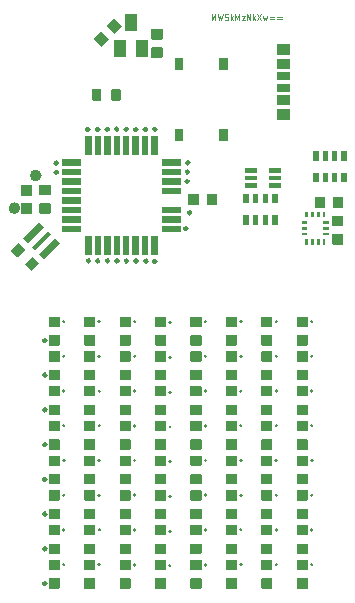
<source format=gbr>
%TF.GenerationSoftware,KiCad,Pcbnew,8.0.2*%
%TF.CreationDate,2024-08-28T15:29:28+05:30*%
%TF.ProjectId,CTF LED matrix,43544620-4c45-4442-906d-61747269782e,rev?*%
%TF.SameCoordinates,Original*%
%TF.FileFunction,Paste,Top*%
%TF.FilePolarity,Positive*%
%FSLAX46Y46*%
G04 Gerber Fmt 4.6, Leading zero omitted, Abs format (unit mm)*
G04 Created by KiCad (PCBNEW 8.0.2) date 2024-08-28 15:29:28*
%MOMM*%
%LPD*%
G01*
G04 APERTURE LIST*
%ADD10C,0.125000*%
%ADD11C,0.000000*%
%ADD12C,0.150000*%
%ADD13C,0.250000*%
%ADD14C,0.500000*%
G04 APERTURE END LIST*
D10*
X149401283Y-73332309D02*
X149401283Y-72832309D01*
X149401283Y-72832309D02*
X149567950Y-73189452D01*
X149567950Y-73189452D02*
X149734616Y-72832309D01*
X149734616Y-72832309D02*
X149734616Y-73332309D01*
X149925093Y-72832309D02*
X150044141Y-73332309D01*
X150044141Y-73332309D02*
X150139379Y-72975166D01*
X150139379Y-72975166D02*
X150234617Y-73332309D01*
X150234617Y-73332309D02*
X150353665Y-72832309D01*
X150782236Y-72832309D02*
X150544141Y-72832309D01*
X150544141Y-72832309D02*
X150520332Y-73070404D01*
X150520332Y-73070404D02*
X150544141Y-73046595D01*
X150544141Y-73046595D02*
X150591760Y-73022785D01*
X150591760Y-73022785D02*
X150710808Y-73022785D01*
X150710808Y-73022785D02*
X150758427Y-73046595D01*
X150758427Y-73046595D02*
X150782236Y-73070404D01*
X150782236Y-73070404D02*
X150806046Y-73118023D01*
X150806046Y-73118023D02*
X150806046Y-73237071D01*
X150806046Y-73237071D02*
X150782236Y-73284690D01*
X150782236Y-73284690D02*
X150758427Y-73308500D01*
X150758427Y-73308500D02*
X150710808Y-73332309D01*
X150710808Y-73332309D02*
X150591760Y-73332309D01*
X150591760Y-73332309D02*
X150544141Y-73308500D01*
X150544141Y-73308500D02*
X150520332Y-73284690D01*
X151020331Y-73332309D02*
X151020331Y-72832309D01*
X151067950Y-73141833D02*
X151210807Y-73332309D01*
X151210807Y-72998976D02*
X151020331Y-73189452D01*
X151425093Y-73332309D02*
X151425093Y-72832309D01*
X151425093Y-72832309D02*
X151591760Y-73189452D01*
X151591760Y-73189452D02*
X151758426Y-72832309D01*
X151758426Y-72832309D02*
X151758426Y-73332309D01*
X151948903Y-72998976D02*
X152210808Y-72998976D01*
X152210808Y-72998976D02*
X151948903Y-73332309D01*
X151948903Y-73332309D02*
X152210808Y-73332309D01*
X152401284Y-73332309D02*
X152401284Y-72832309D01*
X152401284Y-72832309D02*
X152686998Y-73332309D01*
X152686998Y-73332309D02*
X152686998Y-72832309D01*
X152925094Y-73332309D02*
X152925094Y-72832309D01*
X152972713Y-73141833D02*
X153115570Y-73332309D01*
X153115570Y-72998976D02*
X152925094Y-73189452D01*
X153282237Y-72832309D02*
X153615570Y-73332309D01*
X153615570Y-72832309D02*
X153282237Y-73332309D01*
X153758427Y-72998976D02*
X153853665Y-73332309D01*
X153853665Y-73332309D02*
X153948903Y-73094214D01*
X153948903Y-73094214D02*
X154044141Y-73332309D01*
X154044141Y-73332309D02*
X154139379Y-72998976D01*
X154329856Y-73070404D02*
X154710809Y-73070404D01*
X154710809Y-73213261D02*
X154329856Y-73213261D01*
X154948904Y-73070404D02*
X155329857Y-73070404D01*
X155329857Y-73213261D02*
X154948904Y-73213261D01*
D11*
G36*
X159326230Y-90541580D02*
G01*
X158851230Y-90541580D01*
X158851230Y-90291580D01*
X159326230Y-90291580D01*
X159326230Y-90541580D01*
G37*
G36*
X160033430Y-87016680D02*
G01*
X159633430Y-87016680D01*
X159633430Y-86216680D01*
X160033430Y-86216680D01*
X160033430Y-87016680D01*
G37*
G36*
X159051230Y-89991580D02*
G01*
X158801230Y-89991580D01*
X158801230Y-89516580D01*
X159051230Y-89516580D01*
X159051230Y-89991580D01*
G37*
G36*
X159326230Y-91541580D02*
G01*
X158851230Y-91541580D01*
X158851230Y-91291580D01*
X159326230Y-91291580D01*
X159326230Y-91541580D01*
G37*
G36*
X158551230Y-92316580D02*
G01*
X158301230Y-92316580D01*
X158301230Y-91841580D01*
X158551230Y-91841580D01*
X158551230Y-92316580D01*
G37*
G36*
X160883430Y-85216680D02*
G01*
X160383430Y-85216680D01*
X160383430Y-84416680D01*
X160883430Y-84416680D01*
X160883430Y-85216680D01*
G37*
G36*
X160883430Y-87016680D02*
G01*
X160383430Y-87016680D01*
X160383430Y-86216680D01*
X160883430Y-86216680D01*
X160883430Y-87016680D01*
G37*
G36*
X158051230Y-92316580D02*
G01*
X157801230Y-92316580D01*
X157801230Y-91841580D01*
X158051230Y-91841580D01*
X158051230Y-92316580D01*
G37*
G36*
X160033430Y-85216680D02*
G01*
X159633430Y-85216680D01*
X159633430Y-84416680D01*
X160033430Y-84416680D01*
X160033430Y-85216680D01*
G37*
G36*
X158483430Y-85216680D02*
G01*
X157983430Y-85216680D01*
X157983430Y-84416680D01*
X158483430Y-84416680D01*
X158483430Y-85216680D01*
G37*
G36*
X157501230Y-90541580D02*
G01*
X157026230Y-90541580D01*
X157026230Y-90291580D01*
X157501230Y-90291580D01*
X157501230Y-90541580D01*
G37*
G36*
X159326230Y-91041580D02*
G01*
X158851230Y-91041580D01*
X158851230Y-90791580D01*
X159326230Y-90791580D01*
X159326230Y-91041580D01*
G37*
G36*
X156064840Y-80483280D02*
G01*
X154914840Y-80483280D01*
X154914840Y-79683280D01*
X156064840Y-79683280D01*
X156064840Y-80483280D01*
G37*
G36*
X158051230Y-89991580D02*
G01*
X157801230Y-89991580D01*
X157801230Y-89516580D01*
X158051230Y-89516580D01*
X158051230Y-89991580D01*
G37*
G36*
X157501230Y-91541580D02*
G01*
X157026230Y-91541580D01*
X157026230Y-91291580D01*
X157501230Y-91291580D01*
X157501230Y-91541580D01*
G37*
G36*
X157501230Y-91041580D02*
G01*
X157026230Y-91041580D01*
X157026230Y-90791580D01*
X157501230Y-90791580D01*
X157501230Y-91041580D01*
G37*
G36*
X156064820Y-76263280D02*
G01*
X154914820Y-76263280D01*
X154914820Y-75363280D01*
X156064820Y-75363280D01*
X156064820Y-76263280D01*
G37*
G36*
X156064820Y-77443280D02*
G01*
X154914820Y-77443280D01*
X154914820Y-76643280D01*
X156064820Y-76643280D01*
X156064820Y-77443280D01*
G37*
G36*
X156064830Y-78413280D02*
G01*
X154914830Y-78413280D01*
X154914830Y-77713280D01*
X156064830Y-77713280D01*
X156064830Y-78413280D01*
G37*
G36*
X159233430Y-85216680D02*
G01*
X158833430Y-85216680D01*
X158833430Y-84416680D01*
X159233430Y-84416680D01*
X159233430Y-85216680D01*
G37*
G36*
X159233430Y-87016680D02*
G01*
X158833430Y-87016680D01*
X158833430Y-86216680D01*
X159233430Y-86216680D01*
X159233430Y-87016680D01*
G37*
G36*
X157551230Y-92316580D02*
G01*
X157301230Y-92316580D01*
X157301230Y-91841580D01*
X157551230Y-91841580D01*
X157551230Y-92316580D01*
G37*
G36*
X156064830Y-79413280D02*
G01*
X154914830Y-79413280D01*
X154914830Y-78713280D01*
X156064830Y-78713280D01*
X156064830Y-79413280D01*
G37*
G36*
X158483430Y-87016680D02*
G01*
X157983430Y-87016680D01*
X157983430Y-86216680D01*
X158483430Y-86216680D01*
X158483430Y-87016680D01*
G37*
G36*
X158551230Y-89991580D02*
G01*
X158301230Y-89991580D01*
X158301230Y-89516580D01*
X158551230Y-89516580D01*
X158551230Y-89991580D01*
G37*
G36*
X159051230Y-92316580D02*
G01*
X158801230Y-92316580D01*
X158801230Y-91841580D01*
X159051230Y-91841580D01*
X159051230Y-92316580D01*
G37*
G36*
X157551230Y-89991580D02*
G01*
X157301230Y-89991580D01*
X157301230Y-89516580D01*
X157551230Y-89516580D01*
X157551230Y-89991580D01*
G37*
G36*
X156064840Y-81763280D02*
G01*
X154914840Y-81763280D01*
X154914840Y-80863280D01*
X156064840Y-80863280D01*
X156064840Y-81763280D01*
G37*
G36*
X142494790Y-117627630D02*
G01*
X142499420Y-117628090D01*
X142504020Y-117628850D01*
X142508560Y-117629910D01*
X142513020Y-117631260D01*
X142517380Y-117632900D01*
X142521620Y-117634820D01*
X142525730Y-117637020D01*
X142529690Y-117639480D01*
X142533470Y-117642190D01*
X142537080Y-117645150D01*
X142540480Y-117648330D01*
X142543660Y-117651730D01*
X142546620Y-117655340D01*
X142549330Y-117659120D01*
X142551790Y-117663080D01*
X142553990Y-117667190D01*
X142555910Y-117671430D01*
X142557550Y-117675790D01*
X142558900Y-117680250D01*
X142559960Y-117684790D01*
X142560720Y-117689390D01*
X142561180Y-117694020D01*
X142561330Y-117698680D01*
X142561330Y-118431280D01*
X142561180Y-118435940D01*
X142560720Y-118440570D01*
X142559960Y-118445170D01*
X142558900Y-118449710D01*
X142557550Y-118454170D01*
X142555910Y-118458530D01*
X142553990Y-118462770D01*
X142551790Y-118466880D01*
X142549330Y-118470840D01*
X142546620Y-118474620D01*
X142543660Y-118478230D01*
X142540480Y-118481630D01*
X142537080Y-118484810D01*
X142533470Y-118487770D01*
X142529690Y-118490480D01*
X142525730Y-118492940D01*
X142521620Y-118495140D01*
X142517380Y-118497060D01*
X142513020Y-118498700D01*
X142508560Y-118500050D01*
X142504020Y-118501110D01*
X142499420Y-118501870D01*
X142494790Y-118502330D01*
X142490130Y-118502480D01*
X141682530Y-118502480D01*
X141677870Y-118502330D01*
X141673240Y-118501870D01*
X141668640Y-118501110D01*
X141664100Y-118500050D01*
X141659640Y-118498700D01*
X141655280Y-118497060D01*
X141651040Y-118495140D01*
X141646930Y-118492940D01*
X141642970Y-118490480D01*
X141639190Y-118487770D01*
X141635580Y-118484810D01*
X141632180Y-118481630D01*
X141629000Y-118478230D01*
X141626040Y-118474620D01*
X141623330Y-118470840D01*
X141620870Y-118466880D01*
X141618670Y-118462770D01*
X141616750Y-118458530D01*
X141615110Y-118454170D01*
X141613760Y-118449710D01*
X141612700Y-118445170D01*
X141611940Y-118440570D01*
X141611480Y-118435940D01*
X141611330Y-118431280D01*
X141611330Y-117698680D01*
X141611480Y-117694020D01*
X141611940Y-117689390D01*
X141612700Y-117684790D01*
X141613760Y-117680250D01*
X141615110Y-117675790D01*
X141616750Y-117671430D01*
X141618670Y-117667190D01*
X141620870Y-117663080D01*
X141623330Y-117659120D01*
X141626040Y-117655340D01*
X141629000Y-117651730D01*
X141632180Y-117648330D01*
X141635580Y-117645150D01*
X141639190Y-117642190D01*
X141642970Y-117639480D01*
X141646930Y-117637020D01*
X141651040Y-117634820D01*
X141655280Y-117632900D01*
X141659640Y-117631260D01*
X141664100Y-117629910D01*
X141668640Y-117628850D01*
X141673240Y-117628090D01*
X141677870Y-117627630D01*
X141682530Y-117627480D01*
X142490130Y-117627480D01*
X142494790Y-117627630D01*
G37*
G36*
X142494790Y-116052630D02*
G01*
X142499420Y-116053090D01*
X142504020Y-116053850D01*
X142508560Y-116054910D01*
X142513020Y-116056260D01*
X142517380Y-116057900D01*
X142521620Y-116059820D01*
X142525730Y-116062020D01*
X142529690Y-116064480D01*
X142533470Y-116067190D01*
X142537080Y-116070150D01*
X142540480Y-116073330D01*
X142543660Y-116076730D01*
X142546620Y-116080340D01*
X142549330Y-116084120D01*
X142551790Y-116088080D01*
X142553990Y-116092190D01*
X142555910Y-116096430D01*
X142557550Y-116100790D01*
X142558900Y-116105250D01*
X142559960Y-116109790D01*
X142560720Y-116114390D01*
X142561180Y-116119020D01*
X142561330Y-116123680D01*
X142561330Y-116856280D01*
X142561180Y-116860940D01*
X142560720Y-116865570D01*
X142559960Y-116870170D01*
X142558900Y-116874710D01*
X142557550Y-116879170D01*
X142555910Y-116883530D01*
X142553990Y-116887770D01*
X142551790Y-116891880D01*
X142549330Y-116895840D01*
X142546620Y-116899620D01*
X142543660Y-116903230D01*
X142540480Y-116906630D01*
X142537080Y-116909810D01*
X142533470Y-116912770D01*
X142529690Y-116915480D01*
X142525730Y-116917940D01*
X142521620Y-116920140D01*
X142517380Y-116922060D01*
X142513020Y-116923700D01*
X142508560Y-116925050D01*
X142504020Y-116926110D01*
X142499420Y-116926870D01*
X142494790Y-116927330D01*
X142490130Y-116927480D01*
X141682530Y-116927480D01*
X141677870Y-116927330D01*
X141673240Y-116926870D01*
X141668640Y-116926110D01*
X141664100Y-116925050D01*
X141659640Y-116923700D01*
X141655280Y-116922060D01*
X141651040Y-116920140D01*
X141646930Y-116917940D01*
X141642970Y-116915480D01*
X141639190Y-116912770D01*
X141635580Y-116909810D01*
X141632180Y-116906630D01*
X141629000Y-116903230D01*
X141626040Y-116899620D01*
X141623330Y-116895840D01*
X141620870Y-116891880D01*
X141618670Y-116887770D01*
X141616750Y-116883530D01*
X141615110Y-116879170D01*
X141613760Y-116874710D01*
X141612700Y-116870170D01*
X141611940Y-116865570D01*
X141611480Y-116860940D01*
X141611330Y-116856280D01*
X141611330Y-116123680D01*
X141611480Y-116119020D01*
X141611940Y-116114390D01*
X141612700Y-116109790D01*
X141613760Y-116105250D01*
X141615110Y-116100790D01*
X141616750Y-116096430D01*
X141618670Y-116092190D01*
X141620870Y-116088080D01*
X141623330Y-116084120D01*
X141626040Y-116080340D01*
X141629000Y-116076730D01*
X141632180Y-116073330D01*
X141635580Y-116070150D01*
X141639190Y-116067190D01*
X141642970Y-116064480D01*
X141646930Y-116062020D01*
X141651040Y-116059820D01*
X141655280Y-116057900D01*
X141659640Y-116056260D01*
X141664100Y-116054910D01*
X141668640Y-116053850D01*
X141673240Y-116053090D01*
X141677870Y-116052630D01*
X141682530Y-116052480D01*
X142490130Y-116052480D01*
X142494790Y-116052630D01*
G37*
G36*
X157494790Y-117627630D02*
G01*
X157499420Y-117628090D01*
X157504020Y-117628850D01*
X157508560Y-117629910D01*
X157513020Y-117631260D01*
X157517380Y-117632900D01*
X157521620Y-117634820D01*
X157525730Y-117637020D01*
X157529690Y-117639480D01*
X157533470Y-117642190D01*
X157537080Y-117645150D01*
X157540480Y-117648330D01*
X157543660Y-117651730D01*
X157546620Y-117655340D01*
X157549330Y-117659120D01*
X157551790Y-117663080D01*
X157553990Y-117667190D01*
X157555910Y-117671430D01*
X157557550Y-117675790D01*
X157558900Y-117680250D01*
X157559960Y-117684790D01*
X157560720Y-117689390D01*
X157561180Y-117694020D01*
X157561330Y-117698680D01*
X157561330Y-118431280D01*
X157561180Y-118435940D01*
X157560720Y-118440570D01*
X157559960Y-118445170D01*
X157558900Y-118449710D01*
X157557550Y-118454170D01*
X157555910Y-118458530D01*
X157553990Y-118462770D01*
X157551790Y-118466880D01*
X157549330Y-118470840D01*
X157546620Y-118474620D01*
X157543660Y-118478230D01*
X157540480Y-118481630D01*
X157537080Y-118484810D01*
X157533470Y-118487770D01*
X157529690Y-118490480D01*
X157525730Y-118492940D01*
X157521620Y-118495140D01*
X157517380Y-118497060D01*
X157513020Y-118498700D01*
X157508560Y-118500050D01*
X157504020Y-118501110D01*
X157499420Y-118501870D01*
X157494790Y-118502330D01*
X157490130Y-118502480D01*
X156682530Y-118502480D01*
X156677870Y-118502330D01*
X156673240Y-118501870D01*
X156668640Y-118501110D01*
X156664100Y-118500050D01*
X156659640Y-118498700D01*
X156655280Y-118497060D01*
X156651040Y-118495140D01*
X156646930Y-118492940D01*
X156642970Y-118490480D01*
X156639190Y-118487770D01*
X156635580Y-118484810D01*
X156632180Y-118481630D01*
X156629000Y-118478230D01*
X156626040Y-118474620D01*
X156623330Y-118470840D01*
X156620870Y-118466880D01*
X156618670Y-118462770D01*
X156616750Y-118458530D01*
X156615110Y-118454170D01*
X156613760Y-118449710D01*
X156612700Y-118445170D01*
X156611940Y-118440570D01*
X156611480Y-118435940D01*
X156611330Y-118431280D01*
X156611330Y-117698680D01*
X156611480Y-117694020D01*
X156611940Y-117689390D01*
X156612700Y-117684790D01*
X156613760Y-117680250D01*
X156615110Y-117675790D01*
X156616750Y-117671430D01*
X156618670Y-117667190D01*
X156620870Y-117663080D01*
X156623330Y-117659120D01*
X156626040Y-117655340D01*
X156629000Y-117651730D01*
X156632180Y-117648330D01*
X156635580Y-117645150D01*
X156639190Y-117642190D01*
X156642970Y-117639480D01*
X156646930Y-117637020D01*
X156651040Y-117634820D01*
X156655280Y-117632900D01*
X156659640Y-117631260D01*
X156664100Y-117629910D01*
X156668640Y-117628850D01*
X156673240Y-117628090D01*
X156677870Y-117627630D01*
X156682530Y-117627480D01*
X157490130Y-117627480D01*
X157494790Y-117627630D01*
G37*
G36*
X157494790Y-116052630D02*
G01*
X157499420Y-116053090D01*
X157504020Y-116053850D01*
X157508560Y-116054910D01*
X157513020Y-116056260D01*
X157517380Y-116057900D01*
X157521620Y-116059820D01*
X157525730Y-116062020D01*
X157529690Y-116064480D01*
X157533470Y-116067190D01*
X157537080Y-116070150D01*
X157540480Y-116073330D01*
X157543660Y-116076730D01*
X157546620Y-116080340D01*
X157549330Y-116084120D01*
X157551790Y-116088080D01*
X157553990Y-116092190D01*
X157555910Y-116096430D01*
X157557550Y-116100790D01*
X157558900Y-116105250D01*
X157559960Y-116109790D01*
X157560720Y-116114390D01*
X157561180Y-116119020D01*
X157561330Y-116123680D01*
X157561330Y-116856280D01*
X157561180Y-116860940D01*
X157560720Y-116865570D01*
X157559960Y-116870170D01*
X157558900Y-116874710D01*
X157557550Y-116879170D01*
X157555910Y-116883530D01*
X157553990Y-116887770D01*
X157551790Y-116891880D01*
X157549330Y-116895840D01*
X157546620Y-116899620D01*
X157543660Y-116903230D01*
X157540480Y-116906630D01*
X157537080Y-116909810D01*
X157533470Y-116912770D01*
X157529690Y-116915480D01*
X157525730Y-116917940D01*
X157521620Y-116920140D01*
X157517380Y-116922060D01*
X157513020Y-116923700D01*
X157508560Y-116925050D01*
X157504020Y-116926110D01*
X157499420Y-116926870D01*
X157494790Y-116927330D01*
X157490130Y-116927480D01*
X156682530Y-116927480D01*
X156677870Y-116927330D01*
X156673240Y-116926870D01*
X156668640Y-116926110D01*
X156664100Y-116925050D01*
X156659640Y-116923700D01*
X156655280Y-116922060D01*
X156651040Y-116920140D01*
X156646930Y-116917940D01*
X156642970Y-116915480D01*
X156639190Y-116912770D01*
X156635580Y-116909810D01*
X156632180Y-116906630D01*
X156629000Y-116903230D01*
X156626040Y-116899620D01*
X156623330Y-116895840D01*
X156620870Y-116891880D01*
X156618670Y-116887770D01*
X156616750Y-116883530D01*
X156615110Y-116879170D01*
X156613760Y-116874710D01*
X156612700Y-116870170D01*
X156611940Y-116865570D01*
X156611480Y-116860940D01*
X156611330Y-116856280D01*
X156611330Y-116123680D01*
X156611480Y-116119020D01*
X156611940Y-116114390D01*
X156612700Y-116109790D01*
X156613760Y-116105250D01*
X156615110Y-116100790D01*
X156616750Y-116096430D01*
X156618670Y-116092190D01*
X156620870Y-116088080D01*
X156623330Y-116084120D01*
X156626040Y-116080340D01*
X156629000Y-116076730D01*
X156632180Y-116073330D01*
X156635580Y-116070150D01*
X156639190Y-116067190D01*
X156642970Y-116064480D01*
X156646930Y-116062020D01*
X156651040Y-116059820D01*
X156655280Y-116057900D01*
X156659640Y-116056260D01*
X156664100Y-116054910D01*
X156668640Y-116053850D01*
X156673240Y-116053090D01*
X156677870Y-116052630D01*
X156682530Y-116052480D01*
X157490130Y-116052480D01*
X157494790Y-116052630D01*
G37*
G36*
X145494790Y-117627630D02*
G01*
X145499420Y-117628090D01*
X145504020Y-117628850D01*
X145508560Y-117629910D01*
X145513020Y-117631260D01*
X145517380Y-117632900D01*
X145521620Y-117634820D01*
X145525730Y-117637020D01*
X145529690Y-117639480D01*
X145533470Y-117642190D01*
X145537080Y-117645150D01*
X145540480Y-117648330D01*
X145543660Y-117651730D01*
X145546620Y-117655340D01*
X145549330Y-117659120D01*
X145551790Y-117663080D01*
X145553990Y-117667190D01*
X145555910Y-117671430D01*
X145557550Y-117675790D01*
X145558900Y-117680250D01*
X145559960Y-117684790D01*
X145560720Y-117689390D01*
X145561180Y-117694020D01*
X145561330Y-117698680D01*
X145561330Y-118431280D01*
X145561180Y-118435940D01*
X145560720Y-118440570D01*
X145559960Y-118445170D01*
X145558900Y-118449710D01*
X145557550Y-118454170D01*
X145555910Y-118458530D01*
X145553990Y-118462770D01*
X145551790Y-118466880D01*
X145549330Y-118470840D01*
X145546620Y-118474620D01*
X145543660Y-118478230D01*
X145540480Y-118481630D01*
X145537080Y-118484810D01*
X145533470Y-118487770D01*
X145529690Y-118490480D01*
X145525730Y-118492940D01*
X145521620Y-118495140D01*
X145517380Y-118497060D01*
X145513020Y-118498700D01*
X145508560Y-118500050D01*
X145504020Y-118501110D01*
X145499420Y-118501870D01*
X145494790Y-118502330D01*
X145490130Y-118502480D01*
X144682530Y-118502480D01*
X144677870Y-118502330D01*
X144673240Y-118501870D01*
X144668640Y-118501110D01*
X144664100Y-118500050D01*
X144659640Y-118498700D01*
X144655280Y-118497060D01*
X144651040Y-118495140D01*
X144646930Y-118492940D01*
X144642970Y-118490480D01*
X144639190Y-118487770D01*
X144635580Y-118484810D01*
X144632180Y-118481630D01*
X144629000Y-118478230D01*
X144626040Y-118474620D01*
X144623330Y-118470840D01*
X144620870Y-118466880D01*
X144618670Y-118462770D01*
X144616750Y-118458530D01*
X144615110Y-118454170D01*
X144613760Y-118449710D01*
X144612700Y-118445170D01*
X144611940Y-118440570D01*
X144611480Y-118435940D01*
X144611330Y-118431280D01*
X144611330Y-117698680D01*
X144611480Y-117694020D01*
X144611940Y-117689390D01*
X144612700Y-117684790D01*
X144613760Y-117680250D01*
X144615110Y-117675790D01*
X144616750Y-117671430D01*
X144618670Y-117667190D01*
X144620870Y-117663080D01*
X144623330Y-117659120D01*
X144626040Y-117655340D01*
X144629000Y-117651730D01*
X144632180Y-117648330D01*
X144635580Y-117645150D01*
X144639190Y-117642190D01*
X144642970Y-117639480D01*
X144646930Y-117637020D01*
X144651040Y-117634820D01*
X144655280Y-117632900D01*
X144659640Y-117631260D01*
X144664100Y-117629910D01*
X144668640Y-117628850D01*
X144673240Y-117628090D01*
X144677870Y-117627630D01*
X144682530Y-117627480D01*
X145490130Y-117627480D01*
X145494790Y-117627630D01*
G37*
G36*
X154494790Y-117627630D02*
G01*
X154499420Y-117628090D01*
X154504020Y-117628850D01*
X154508560Y-117629910D01*
X154513020Y-117631260D01*
X154517380Y-117632900D01*
X154521620Y-117634820D01*
X154525730Y-117637020D01*
X154529690Y-117639480D01*
X154533470Y-117642190D01*
X154537080Y-117645150D01*
X154540480Y-117648330D01*
X154543660Y-117651730D01*
X154546620Y-117655340D01*
X154549330Y-117659120D01*
X154551790Y-117663080D01*
X154553990Y-117667190D01*
X154555910Y-117671430D01*
X154557550Y-117675790D01*
X154558900Y-117680250D01*
X154559960Y-117684790D01*
X154560720Y-117689390D01*
X154561180Y-117694020D01*
X154561330Y-117698680D01*
X154561330Y-118431280D01*
X154561180Y-118435940D01*
X154560720Y-118440570D01*
X154559960Y-118445170D01*
X154558900Y-118449710D01*
X154557550Y-118454170D01*
X154555910Y-118458530D01*
X154553990Y-118462770D01*
X154551790Y-118466880D01*
X154549330Y-118470840D01*
X154546620Y-118474620D01*
X154543660Y-118478230D01*
X154540480Y-118481630D01*
X154537080Y-118484810D01*
X154533470Y-118487770D01*
X154529690Y-118490480D01*
X154525730Y-118492940D01*
X154521620Y-118495140D01*
X154517380Y-118497060D01*
X154513020Y-118498700D01*
X154508560Y-118500050D01*
X154504020Y-118501110D01*
X154499420Y-118501870D01*
X154494790Y-118502330D01*
X154490130Y-118502480D01*
X153682530Y-118502480D01*
X153677870Y-118502330D01*
X153673240Y-118501870D01*
X153668640Y-118501110D01*
X153664100Y-118500050D01*
X153659640Y-118498700D01*
X153655280Y-118497060D01*
X153651040Y-118495140D01*
X153646930Y-118492940D01*
X153642970Y-118490480D01*
X153639190Y-118487770D01*
X153635580Y-118484810D01*
X153632180Y-118481630D01*
X153629000Y-118478230D01*
X153626040Y-118474620D01*
X153623330Y-118470840D01*
X153620870Y-118466880D01*
X153618670Y-118462770D01*
X153616750Y-118458530D01*
X153615110Y-118454170D01*
X153613760Y-118449710D01*
X153612700Y-118445170D01*
X153611940Y-118440570D01*
X153611480Y-118435940D01*
X153611330Y-118431280D01*
X153611330Y-117698680D01*
X153611480Y-117694020D01*
X153611940Y-117689390D01*
X153612700Y-117684790D01*
X153613760Y-117680250D01*
X153615110Y-117675790D01*
X153616750Y-117671430D01*
X153618670Y-117667190D01*
X153620870Y-117663080D01*
X153623330Y-117659120D01*
X153626040Y-117655340D01*
X153629000Y-117651730D01*
X153632180Y-117648330D01*
X153635580Y-117645150D01*
X153639190Y-117642190D01*
X153642970Y-117639480D01*
X153646930Y-117637020D01*
X153651040Y-117634820D01*
X153655280Y-117632900D01*
X153659640Y-117631260D01*
X153664100Y-117629910D01*
X153668640Y-117628850D01*
X153673240Y-117628090D01*
X153677870Y-117627630D01*
X153682530Y-117627480D01*
X154490130Y-117627480D01*
X154494790Y-117627630D01*
G37*
G36*
X151494790Y-117627630D02*
G01*
X151499420Y-117628090D01*
X151504020Y-117628850D01*
X151508560Y-117629910D01*
X151513020Y-117631260D01*
X151517380Y-117632900D01*
X151521620Y-117634820D01*
X151525730Y-117637020D01*
X151529690Y-117639480D01*
X151533470Y-117642190D01*
X151537080Y-117645150D01*
X151540480Y-117648330D01*
X151543660Y-117651730D01*
X151546620Y-117655340D01*
X151549330Y-117659120D01*
X151551790Y-117663080D01*
X151553990Y-117667190D01*
X151555910Y-117671430D01*
X151557550Y-117675790D01*
X151558900Y-117680250D01*
X151559960Y-117684790D01*
X151560720Y-117689390D01*
X151561180Y-117694020D01*
X151561330Y-117698680D01*
X151561330Y-118431280D01*
X151561180Y-118435940D01*
X151560720Y-118440570D01*
X151559960Y-118445170D01*
X151558900Y-118449710D01*
X151557550Y-118454170D01*
X151555910Y-118458530D01*
X151553990Y-118462770D01*
X151551790Y-118466880D01*
X151549330Y-118470840D01*
X151546620Y-118474620D01*
X151543660Y-118478230D01*
X151540480Y-118481630D01*
X151537080Y-118484810D01*
X151533470Y-118487770D01*
X151529690Y-118490480D01*
X151525730Y-118492940D01*
X151521620Y-118495140D01*
X151517380Y-118497060D01*
X151513020Y-118498700D01*
X151508560Y-118500050D01*
X151504020Y-118501110D01*
X151499420Y-118501870D01*
X151494790Y-118502330D01*
X151490130Y-118502480D01*
X150682530Y-118502480D01*
X150677870Y-118502330D01*
X150673240Y-118501870D01*
X150668640Y-118501110D01*
X150664100Y-118500050D01*
X150659640Y-118498700D01*
X150655280Y-118497060D01*
X150651040Y-118495140D01*
X150646930Y-118492940D01*
X150642970Y-118490480D01*
X150639190Y-118487770D01*
X150635580Y-118484810D01*
X150632180Y-118481630D01*
X150629000Y-118478230D01*
X150626040Y-118474620D01*
X150623330Y-118470840D01*
X150620870Y-118466880D01*
X150618670Y-118462770D01*
X150616750Y-118458530D01*
X150615110Y-118454170D01*
X150613760Y-118449710D01*
X150612700Y-118445170D01*
X150611940Y-118440570D01*
X150611480Y-118435940D01*
X150611330Y-118431280D01*
X150611330Y-117698680D01*
X150611480Y-117694020D01*
X150611940Y-117689390D01*
X150612700Y-117684790D01*
X150613760Y-117680250D01*
X150615110Y-117675790D01*
X150616750Y-117671430D01*
X150618670Y-117667190D01*
X150620870Y-117663080D01*
X150623330Y-117659120D01*
X150626040Y-117655340D01*
X150629000Y-117651730D01*
X150632180Y-117648330D01*
X150635580Y-117645150D01*
X150639190Y-117642190D01*
X150642970Y-117639480D01*
X150646930Y-117637020D01*
X150651040Y-117634820D01*
X150655280Y-117632900D01*
X150659640Y-117631260D01*
X150664100Y-117629910D01*
X150668640Y-117628850D01*
X150673240Y-117628090D01*
X150677870Y-117627630D01*
X150682530Y-117627480D01*
X151490130Y-117627480D01*
X151494790Y-117627630D01*
G37*
G36*
X136494790Y-116052630D02*
G01*
X136499420Y-116053090D01*
X136504020Y-116053850D01*
X136508560Y-116054910D01*
X136513020Y-116056260D01*
X136517380Y-116057900D01*
X136521620Y-116059820D01*
X136525730Y-116062020D01*
X136529690Y-116064480D01*
X136533470Y-116067190D01*
X136537080Y-116070150D01*
X136540480Y-116073330D01*
X136543660Y-116076730D01*
X136546620Y-116080340D01*
X136549330Y-116084120D01*
X136551790Y-116088080D01*
X136553990Y-116092190D01*
X136555910Y-116096430D01*
X136557550Y-116100790D01*
X136558900Y-116105250D01*
X136559960Y-116109790D01*
X136560720Y-116114390D01*
X136561180Y-116119020D01*
X136561330Y-116123680D01*
X136561330Y-116856280D01*
X136561180Y-116860940D01*
X136560720Y-116865570D01*
X136559960Y-116870170D01*
X136558900Y-116874710D01*
X136557550Y-116879170D01*
X136555910Y-116883530D01*
X136553990Y-116887770D01*
X136551790Y-116891880D01*
X136549330Y-116895840D01*
X136546620Y-116899620D01*
X136543660Y-116903230D01*
X136540480Y-116906630D01*
X136537080Y-116909810D01*
X136533470Y-116912770D01*
X136529690Y-116915480D01*
X136525730Y-116917940D01*
X136521620Y-116920140D01*
X136517380Y-116922060D01*
X136513020Y-116923700D01*
X136508560Y-116925050D01*
X136504020Y-116926110D01*
X136499420Y-116926870D01*
X136494790Y-116927330D01*
X136490130Y-116927480D01*
X135682530Y-116927480D01*
X135677870Y-116927330D01*
X135673240Y-116926870D01*
X135668640Y-116926110D01*
X135664100Y-116925050D01*
X135659640Y-116923700D01*
X135655280Y-116922060D01*
X135651040Y-116920140D01*
X135646930Y-116917940D01*
X135642970Y-116915480D01*
X135639190Y-116912770D01*
X135635580Y-116909810D01*
X135632180Y-116906630D01*
X135629000Y-116903230D01*
X135626040Y-116899620D01*
X135623330Y-116895840D01*
X135620870Y-116891880D01*
X135618670Y-116887770D01*
X135616750Y-116883530D01*
X135615110Y-116879170D01*
X135613760Y-116874710D01*
X135612700Y-116870170D01*
X135611940Y-116865570D01*
X135611480Y-116860940D01*
X135611330Y-116856280D01*
X135611330Y-116123680D01*
X135611480Y-116119020D01*
X135611940Y-116114390D01*
X135612700Y-116109790D01*
X135613760Y-116105250D01*
X135615110Y-116100790D01*
X135616750Y-116096430D01*
X135618670Y-116092190D01*
X135620870Y-116088080D01*
X135623330Y-116084120D01*
X135626040Y-116080340D01*
X135629000Y-116076730D01*
X135632180Y-116073330D01*
X135635580Y-116070150D01*
X135639190Y-116067190D01*
X135642970Y-116064480D01*
X135646930Y-116062020D01*
X135651040Y-116059820D01*
X135655280Y-116057900D01*
X135659640Y-116056260D01*
X135664100Y-116054910D01*
X135668640Y-116053850D01*
X135673240Y-116053090D01*
X135677870Y-116052630D01*
X135682530Y-116052480D01*
X136490130Y-116052480D01*
X136494790Y-116052630D01*
G37*
G36*
X139494790Y-116052630D02*
G01*
X139499420Y-116053090D01*
X139504020Y-116053850D01*
X139508560Y-116054910D01*
X139513020Y-116056260D01*
X139517380Y-116057900D01*
X139521620Y-116059820D01*
X139525730Y-116062020D01*
X139529690Y-116064480D01*
X139533470Y-116067190D01*
X139537080Y-116070150D01*
X139540480Y-116073330D01*
X139543660Y-116076730D01*
X139546620Y-116080340D01*
X139549330Y-116084120D01*
X139551790Y-116088080D01*
X139553990Y-116092190D01*
X139555910Y-116096430D01*
X139557550Y-116100790D01*
X139558900Y-116105250D01*
X139559960Y-116109790D01*
X139560720Y-116114390D01*
X139561180Y-116119020D01*
X139561330Y-116123680D01*
X139561330Y-116856280D01*
X139561180Y-116860940D01*
X139560720Y-116865570D01*
X139559960Y-116870170D01*
X139558900Y-116874710D01*
X139557550Y-116879170D01*
X139555910Y-116883530D01*
X139553990Y-116887770D01*
X139551790Y-116891880D01*
X139549330Y-116895840D01*
X139546620Y-116899620D01*
X139543660Y-116903230D01*
X139540480Y-116906630D01*
X139537080Y-116909810D01*
X139533470Y-116912770D01*
X139529690Y-116915480D01*
X139525730Y-116917940D01*
X139521620Y-116920140D01*
X139517380Y-116922060D01*
X139513020Y-116923700D01*
X139508560Y-116925050D01*
X139504020Y-116926110D01*
X139499420Y-116926870D01*
X139494790Y-116927330D01*
X139490130Y-116927480D01*
X138682530Y-116927480D01*
X138677870Y-116927330D01*
X138673240Y-116926870D01*
X138668640Y-116926110D01*
X138664100Y-116925050D01*
X138659640Y-116923700D01*
X138655280Y-116922060D01*
X138651040Y-116920140D01*
X138646930Y-116917940D01*
X138642970Y-116915480D01*
X138639190Y-116912770D01*
X138635580Y-116909810D01*
X138632180Y-116906630D01*
X138629000Y-116903230D01*
X138626040Y-116899620D01*
X138623330Y-116895840D01*
X138620870Y-116891880D01*
X138618670Y-116887770D01*
X138616750Y-116883530D01*
X138615110Y-116879170D01*
X138613760Y-116874710D01*
X138612700Y-116870170D01*
X138611940Y-116865570D01*
X138611480Y-116860940D01*
X138611330Y-116856280D01*
X138611330Y-116123680D01*
X138611480Y-116119020D01*
X138611940Y-116114390D01*
X138612700Y-116109790D01*
X138613760Y-116105250D01*
X138615110Y-116100790D01*
X138616750Y-116096430D01*
X138618670Y-116092190D01*
X138620870Y-116088080D01*
X138623330Y-116084120D01*
X138626040Y-116080340D01*
X138629000Y-116076730D01*
X138632180Y-116073330D01*
X138635580Y-116070150D01*
X138639190Y-116067190D01*
X138642970Y-116064480D01*
X138646930Y-116062020D01*
X138651040Y-116059820D01*
X138655280Y-116057900D01*
X138659640Y-116056260D01*
X138664100Y-116054910D01*
X138668640Y-116053850D01*
X138673240Y-116053090D01*
X138677870Y-116052630D01*
X138682530Y-116052480D01*
X139490130Y-116052480D01*
X139494790Y-116052630D01*
G37*
D12*
X145961330Y-116577480D02*
G75*
G02*
X145811330Y-116577480I-75000J0D01*
G01*
X145811330Y-116577480D02*
G75*
G02*
X145961330Y-116577480I75000J0D01*
G01*
X136961330Y-116477480D02*
G75*
G02*
X136811330Y-116477480I-75000J0D01*
G01*
X136811330Y-116477480D02*
G75*
G02*
X136961330Y-116477480I75000J0D01*
G01*
D11*
G36*
X154149730Y-90624380D02*
G01*
X153749730Y-90624380D01*
X153749730Y-89824380D01*
X154149730Y-89824380D01*
X154149730Y-90624380D01*
G37*
D12*
X154961330Y-116477480D02*
G75*
G02*
X154811330Y-116477480I-75000J0D01*
G01*
X154811330Y-116477480D02*
G75*
G02*
X154961330Y-116477480I75000J0D01*
G01*
X139961330Y-116477480D02*
G75*
G02*
X139811330Y-116477480I-75000J0D01*
G01*
X139811330Y-116477480D02*
G75*
G02*
X139961330Y-116477480I75000J0D01*
G01*
X136961330Y-107656980D02*
G75*
G02*
X136811330Y-107656980I-75000J0D01*
G01*
X136811330Y-107656980D02*
G75*
G02*
X136961330Y-107656980I75000J0D01*
G01*
D11*
G36*
X157494790Y-98411530D02*
G01*
X157499420Y-98411990D01*
X157504020Y-98412750D01*
X157508560Y-98413810D01*
X157513020Y-98415160D01*
X157517380Y-98416800D01*
X157521620Y-98418720D01*
X157525730Y-98420920D01*
X157529690Y-98423380D01*
X157533470Y-98426090D01*
X157537080Y-98429050D01*
X157540480Y-98432230D01*
X157543660Y-98435630D01*
X157546620Y-98439240D01*
X157549330Y-98443020D01*
X157551790Y-98446980D01*
X157553990Y-98451090D01*
X157555910Y-98455330D01*
X157557550Y-98459690D01*
X157558900Y-98464150D01*
X157559960Y-98468690D01*
X157560720Y-98473290D01*
X157561180Y-98477920D01*
X157561330Y-98482580D01*
X157561330Y-99215180D01*
X157561180Y-99219840D01*
X157560720Y-99224470D01*
X157559960Y-99229070D01*
X157558900Y-99233610D01*
X157557550Y-99238070D01*
X157555910Y-99242430D01*
X157553990Y-99246670D01*
X157551790Y-99250780D01*
X157549330Y-99254740D01*
X157546620Y-99258520D01*
X157543660Y-99262130D01*
X157540480Y-99265530D01*
X157537080Y-99268710D01*
X157533470Y-99271670D01*
X157529690Y-99274380D01*
X157525730Y-99276840D01*
X157521620Y-99279040D01*
X157517380Y-99280960D01*
X157513020Y-99282600D01*
X157508560Y-99283950D01*
X157504020Y-99285010D01*
X157499420Y-99285770D01*
X157494790Y-99286230D01*
X157490130Y-99286380D01*
X156682530Y-99286380D01*
X156677870Y-99286230D01*
X156673240Y-99285770D01*
X156668640Y-99285010D01*
X156664100Y-99283950D01*
X156659640Y-99282600D01*
X156655280Y-99280960D01*
X156651040Y-99279040D01*
X156646930Y-99276840D01*
X156642970Y-99274380D01*
X156639190Y-99271670D01*
X156635580Y-99268710D01*
X156632180Y-99265530D01*
X156629000Y-99262130D01*
X156626040Y-99258520D01*
X156623330Y-99254740D01*
X156620870Y-99250780D01*
X156618670Y-99246670D01*
X156616750Y-99242430D01*
X156615110Y-99238070D01*
X156613760Y-99233610D01*
X156612700Y-99229070D01*
X156611940Y-99224470D01*
X156611480Y-99219840D01*
X156611330Y-99215180D01*
X156611330Y-98482580D01*
X156611480Y-98477920D01*
X156611940Y-98473290D01*
X156612700Y-98468690D01*
X156613760Y-98464150D01*
X156615110Y-98459690D01*
X156616750Y-98455330D01*
X156618670Y-98451090D01*
X156620870Y-98446980D01*
X156623330Y-98443020D01*
X156626040Y-98439240D01*
X156629000Y-98435630D01*
X156632180Y-98432230D01*
X156635580Y-98429050D01*
X156639190Y-98426090D01*
X156642970Y-98423380D01*
X156646930Y-98420920D01*
X156651040Y-98418720D01*
X156655280Y-98416800D01*
X156659640Y-98415160D01*
X156664100Y-98413810D01*
X156668640Y-98412750D01*
X156673240Y-98411990D01*
X156677870Y-98411530D01*
X156682530Y-98411380D01*
X157490130Y-98411380D01*
X157494790Y-98411530D01*
G37*
D12*
X145961330Y-107756980D02*
G75*
G02*
X145811330Y-107756980I-75000J0D01*
G01*
X145811330Y-107756980D02*
G75*
G02*
X145961330Y-107756980I75000J0D01*
G01*
X154961330Y-107656980D02*
G75*
G02*
X154811330Y-107656980I-75000J0D01*
G01*
X154811330Y-107656980D02*
G75*
G02*
X154961330Y-107656980I75000J0D01*
G01*
D11*
G36*
X148494790Y-108807130D02*
G01*
X148499420Y-108807590D01*
X148504020Y-108808350D01*
X148508560Y-108809410D01*
X148513020Y-108810760D01*
X148517380Y-108812400D01*
X148521620Y-108814320D01*
X148525730Y-108816520D01*
X148529690Y-108818980D01*
X148533470Y-108821690D01*
X148537080Y-108824650D01*
X148540480Y-108827830D01*
X148543660Y-108831230D01*
X148546620Y-108834840D01*
X148549330Y-108838620D01*
X148551790Y-108842580D01*
X148553990Y-108846690D01*
X148555910Y-108850930D01*
X148557550Y-108855290D01*
X148558900Y-108859750D01*
X148559960Y-108864290D01*
X148560720Y-108868890D01*
X148561180Y-108873520D01*
X148561330Y-108878180D01*
X148561330Y-109610780D01*
X148561180Y-109615440D01*
X148560720Y-109620070D01*
X148559960Y-109624670D01*
X148558900Y-109629210D01*
X148557550Y-109633670D01*
X148555910Y-109638030D01*
X148553990Y-109642270D01*
X148551790Y-109646380D01*
X148549330Y-109650340D01*
X148546620Y-109654120D01*
X148543660Y-109657730D01*
X148540480Y-109661130D01*
X148537080Y-109664310D01*
X148533470Y-109667270D01*
X148529690Y-109669980D01*
X148525730Y-109672440D01*
X148521620Y-109674640D01*
X148517380Y-109676560D01*
X148513020Y-109678200D01*
X148508560Y-109679550D01*
X148504020Y-109680610D01*
X148499420Y-109681370D01*
X148494790Y-109681830D01*
X148490130Y-109681980D01*
X147682530Y-109681980D01*
X147677870Y-109681830D01*
X147673240Y-109681370D01*
X147668640Y-109680610D01*
X147664100Y-109679550D01*
X147659640Y-109678200D01*
X147655280Y-109676560D01*
X147651040Y-109674640D01*
X147646930Y-109672440D01*
X147642970Y-109669980D01*
X147639190Y-109667270D01*
X147635580Y-109664310D01*
X147632180Y-109661130D01*
X147629000Y-109657730D01*
X147626040Y-109654120D01*
X147623330Y-109650340D01*
X147620870Y-109646380D01*
X147618670Y-109642270D01*
X147616750Y-109638030D01*
X147615110Y-109633670D01*
X147613760Y-109629210D01*
X147612700Y-109624670D01*
X147611940Y-109620070D01*
X147611480Y-109615440D01*
X147611330Y-109610780D01*
X147611330Y-108878180D01*
X147611480Y-108873520D01*
X147611940Y-108868890D01*
X147612700Y-108864290D01*
X147613760Y-108859750D01*
X147615110Y-108855290D01*
X147616750Y-108850930D01*
X147618670Y-108846690D01*
X147620870Y-108842580D01*
X147623330Y-108838620D01*
X147626040Y-108834840D01*
X147629000Y-108831230D01*
X147632180Y-108827830D01*
X147635580Y-108824650D01*
X147639190Y-108821690D01*
X147642970Y-108818980D01*
X147646930Y-108816520D01*
X147651040Y-108814320D01*
X147655280Y-108812400D01*
X147659640Y-108810760D01*
X147664100Y-108809410D01*
X147668640Y-108808350D01*
X147673240Y-108807590D01*
X147677870Y-108807130D01*
X147682530Y-108806980D01*
X148490130Y-108806980D01*
X148494790Y-108807130D01*
G37*
D12*
X157961330Y-116477480D02*
G75*
G02*
X157811330Y-116477480I-75000J0D01*
G01*
X157811330Y-116477480D02*
G75*
G02*
X157961330Y-116477480I75000J0D01*
G01*
D13*
X135411330Y-118077480D02*
G75*
G02*
X135161330Y-118077480I-125000J0D01*
G01*
X135161330Y-118077480D02*
G75*
G02*
X135411330Y-118077480I125000J0D01*
G01*
D12*
X151961330Y-116477480D02*
G75*
G02*
X151811330Y-116477480I-75000J0D01*
G01*
X151811330Y-116477480D02*
G75*
G02*
X151961330Y-116477480I75000J0D01*
G01*
X157961330Y-107656980D02*
G75*
G02*
X157811330Y-107656980I-75000J0D01*
G01*
X157811330Y-107656980D02*
G75*
G02*
X157961330Y-107656980I75000J0D01*
G01*
D11*
G36*
X145494790Y-107232130D02*
G01*
X145499420Y-107232590D01*
X145504020Y-107233350D01*
X145508560Y-107234410D01*
X145513020Y-107235760D01*
X145517380Y-107237400D01*
X145521620Y-107239320D01*
X145525730Y-107241520D01*
X145529690Y-107243980D01*
X145533470Y-107246690D01*
X145537080Y-107249650D01*
X145540480Y-107252830D01*
X145543660Y-107256230D01*
X145546620Y-107259840D01*
X145549330Y-107263620D01*
X145551790Y-107267580D01*
X145553990Y-107271690D01*
X145555910Y-107275930D01*
X145557550Y-107280290D01*
X145558900Y-107284750D01*
X145559960Y-107289290D01*
X145560720Y-107293890D01*
X145561180Y-107298520D01*
X145561330Y-107303180D01*
X145561330Y-108035780D01*
X145561180Y-108040440D01*
X145560720Y-108045070D01*
X145559960Y-108049670D01*
X145558900Y-108054210D01*
X145557550Y-108058670D01*
X145555910Y-108063030D01*
X145553990Y-108067270D01*
X145551790Y-108071380D01*
X145549330Y-108075340D01*
X145546620Y-108079120D01*
X145543660Y-108082730D01*
X145540480Y-108086130D01*
X145537080Y-108089310D01*
X145533470Y-108092270D01*
X145529690Y-108094980D01*
X145525730Y-108097440D01*
X145521620Y-108099640D01*
X145517380Y-108101560D01*
X145513020Y-108103200D01*
X145508560Y-108104550D01*
X145504020Y-108105610D01*
X145499420Y-108106370D01*
X145494790Y-108106830D01*
X145490130Y-108106980D01*
X144682530Y-108106980D01*
X144677870Y-108106830D01*
X144673240Y-108106370D01*
X144668640Y-108105610D01*
X144664100Y-108104550D01*
X144659640Y-108103200D01*
X144655280Y-108101560D01*
X144651040Y-108099640D01*
X144646930Y-108097440D01*
X144642970Y-108094980D01*
X144639190Y-108092270D01*
X144635580Y-108089310D01*
X144632180Y-108086130D01*
X144629000Y-108082730D01*
X144626040Y-108079120D01*
X144623330Y-108075340D01*
X144620870Y-108071380D01*
X144618670Y-108067270D01*
X144616750Y-108063030D01*
X144615110Y-108058670D01*
X144613760Y-108054210D01*
X144612700Y-108049670D01*
X144611940Y-108045070D01*
X144611480Y-108040440D01*
X144611330Y-108035780D01*
X144611330Y-107303180D01*
X144611480Y-107298520D01*
X144611940Y-107293890D01*
X144612700Y-107289290D01*
X144613760Y-107284750D01*
X144615110Y-107280290D01*
X144616750Y-107275930D01*
X144618670Y-107271690D01*
X144620870Y-107267580D01*
X144623330Y-107263620D01*
X144626040Y-107259840D01*
X144629000Y-107256230D01*
X144632180Y-107252830D01*
X144635580Y-107249650D01*
X144639190Y-107246690D01*
X144642970Y-107243980D01*
X144646930Y-107241520D01*
X144651040Y-107239320D01*
X144655280Y-107237400D01*
X144659640Y-107235760D01*
X144664100Y-107234410D01*
X144668640Y-107233350D01*
X144673240Y-107232590D01*
X144677870Y-107232130D01*
X144682530Y-107231980D01*
X145490130Y-107231980D01*
X145494790Y-107232130D01*
G37*
D12*
X148961330Y-116477480D02*
G75*
G02*
X148811330Y-116477480I-75000J0D01*
G01*
X148811330Y-116477480D02*
G75*
G02*
X148961330Y-116477480I75000J0D01*
G01*
D11*
G36*
X153349730Y-88824380D02*
G01*
X152949730Y-88824380D01*
X152949730Y-88024380D01*
X153349730Y-88024380D01*
X153349730Y-88824380D01*
G37*
G36*
X153349730Y-90624380D02*
G01*
X152949730Y-90624380D01*
X152949730Y-89824380D01*
X153349730Y-89824380D01*
X153349730Y-90624380D01*
G37*
D13*
X135411330Y-109256980D02*
G75*
G02*
X135161330Y-109256980I-125000J0D01*
G01*
X135161330Y-109256980D02*
G75*
G02*
X135411330Y-109256980I125000J0D01*
G01*
D11*
G36*
X154999730Y-90624380D02*
G01*
X154499730Y-90624380D01*
X154499730Y-89824380D01*
X154999730Y-89824380D01*
X154999730Y-90624380D01*
G37*
G36*
X139494790Y-107232130D02*
G01*
X139499420Y-107232590D01*
X139504020Y-107233350D01*
X139508560Y-107234410D01*
X139513020Y-107235760D01*
X139517380Y-107237400D01*
X139521620Y-107239320D01*
X139525730Y-107241520D01*
X139529690Y-107243980D01*
X139533470Y-107246690D01*
X139537080Y-107249650D01*
X139540480Y-107252830D01*
X139543660Y-107256230D01*
X139546620Y-107259840D01*
X139549330Y-107263620D01*
X139551790Y-107267580D01*
X139553990Y-107271690D01*
X139555910Y-107275930D01*
X139557550Y-107280290D01*
X139558900Y-107284750D01*
X139559960Y-107289290D01*
X139560720Y-107293890D01*
X139561180Y-107298520D01*
X139561330Y-107303180D01*
X139561330Y-108035780D01*
X139561180Y-108040440D01*
X139560720Y-108045070D01*
X139559960Y-108049670D01*
X139558900Y-108054210D01*
X139557550Y-108058670D01*
X139555910Y-108063030D01*
X139553990Y-108067270D01*
X139551790Y-108071380D01*
X139549330Y-108075340D01*
X139546620Y-108079120D01*
X139543660Y-108082730D01*
X139540480Y-108086130D01*
X139537080Y-108089310D01*
X139533470Y-108092270D01*
X139529690Y-108094980D01*
X139525730Y-108097440D01*
X139521620Y-108099640D01*
X139517380Y-108101560D01*
X139513020Y-108103200D01*
X139508560Y-108104550D01*
X139504020Y-108105610D01*
X139499420Y-108106370D01*
X139494790Y-108106830D01*
X139490130Y-108106980D01*
X138682530Y-108106980D01*
X138677870Y-108106830D01*
X138673240Y-108106370D01*
X138668640Y-108105610D01*
X138664100Y-108104550D01*
X138659640Y-108103200D01*
X138655280Y-108101560D01*
X138651040Y-108099640D01*
X138646930Y-108097440D01*
X138642970Y-108094980D01*
X138639190Y-108092270D01*
X138635580Y-108089310D01*
X138632180Y-108086130D01*
X138629000Y-108082730D01*
X138626040Y-108079120D01*
X138623330Y-108075340D01*
X138620870Y-108071380D01*
X138618670Y-108067270D01*
X138616750Y-108063030D01*
X138615110Y-108058670D01*
X138613760Y-108054210D01*
X138612700Y-108049670D01*
X138611940Y-108045070D01*
X138611480Y-108040440D01*
X138611330Y-108035780D01*
X138611330Y-107303180D01*
X138611480Y-107298520D01*
X138611940Y-107293890D01*
X138612700Y-107289290D01*
X138613760Y-107284750D01*
X138615110Y-107280290D01*
X138616750Y-107275930D01*
X138618670Y-107271690D01*
X138620870Y-107267580D01*
X138623330Y-107263620D01*
X138626040Y-107259840D01*
X138629000Y-107256230D01*
X138632180Y-107252830D01*
X138635580Y-107249650D01*
X138639190Y-107246690D01*
X138642970Y-107243980D01*
X138646930Y-107241520D01*
X138651040Y-107239320D01*
X138655280Y-107237400D01*
X138659640Y-107235760D01*
X138664100Y-107234410D01*
X138668640Y-107233350D01*
X138673240Y-107232590D01*
X138677870Y-107232130D01*
X138682530Y-107231980D01*
X139490130Y-107231980D01*
X139494790Y-107232130D01*
G37*
G36*
X157494790Y-107232130D02*
G01*
X157499420Y-107232590D01*
X157504020Y-107233350D01*
X157508560Y-107234410D01*
X157513020Y-107235760D01*
X157517380Y-107237400D01*
X157521620Y-107239320D01*
X157525730Y-107241520D01*
X157529690Y-107243980D01*
X157533470Y-107246690D01*
X157537080Y-107249650D01*
X157540480Y-107252830D01*
X157543660Y-107256230D01*
X157546620Y-107259840D01*
X157549330Y-107263620D01*
X157551790Y-107267580D01*
X157553990Y-107271690D01*
X157555910Y-107275930D01*
X157557550Y-107280290D01*
X157558900Y-107284750D01*
X157559960Y-107289290D01*
X157560720Y-107293890D01*
X157561180Y-107298520D01*
X157561330Y-107303180D01*
X157561330Y-108035780D01*
X157561180Y-108040440D01*
X157560720Y-108045070D01*
X157559960Y-108049670D01*
X157558900Y-108054210D01*
X157557550Y-108058670D01*
X157555910Y-108063030D01*
X157553990Y-108067270D01*
X157551790Y-108071380D01*
X157549330Y-108075340D01*
X157546620Y-108079120D01*
X157543660Y-108082730D01*
X157540480Y-108086130D01*
X157537080Y-108089310D01*
X157533470Y-108092270D01*
X157529690Y-108094980D01*
X157525730Y-108097440D01*
X157521620Y-108099640D01*
X157517380Y-108101560D01*
X157513020Y-108103200D01*
X157508560Y-108104550D01*
X157504020Y-108105610D01*
X157499420Y-108106370D01*
X157494790Y-108106830D01*
X157490130Y-108106980D01*
X156682530Y-108106980D01*
X156677870Y-108106830D01*
X156673240Y-108106370D01*
X156668640Y-108105610D01*
X156664100Y-108104550D01*
X156659640Y-108103200D01*
X156655280Y-108101560D01*
X156651040Y-108099640D01*
X156646930Y-108097440D01*
X156642970Y-108094980D01*
X156639190Y-108092270D01*
X156635580Y-108089310D01*
X156632180Y-108086130D01*
X156629000Y-108082730D01*
X156626040Y-108079120D01*
X156623330Y-108075340D01*
X156620870Y-108071380D01*
X156618670Y-108067270D01*
X156616750Y-108063030D01*
X156615110Y-108058670D01*
X156613760Y-108054210D01*
X156612700Y-108049670D01*
X156611940Y-108045070D01*
X156611480Y-108040440D01*
X156611330Y-108035780D01*
X156611330Y-107303180D01*
X156611480Y-107298520D01*
X156611940Y-107293890D01*
X156612700Y-107289290D01*
X156613760Y-107284750D01*
X156615110Y-107280290D01*
X156616750Y-107275930D01*
X156618670Y-107271690D01*
X156620870Y-107267580D01*
X156623330Y-107263620D01*
X156626040Y-107259840D01*
X156629000Y-107256230D01*
X156632180Y-107252830D01*
X156635580Y-107249650D01*
X156639190Y-107246690D01*
X156642970Y-107243980D01*
X156646930Y-107241520D01*
X156651040Y-107239320D01*
X156655280Y-107237400D01*
X156659640Y-107235760D01*
X156664100Y-107234410D01*
X156668640Y-107233350D01*
X156673240Y-107232590D01*
X156677870Y-107232130D01*
X156682530Y-107231980D01*
X157490130Y-107231980D01*
X157494790Y-107232130D01*
G37*
G36*
X148494790Y-107232130D02*
G01*
X148499420Y-107232590D01*
X148504020Y-107233350D01*
X148508560Y-107234410D01*
X148513020Y-107235760D01*
X148517380Y-107237400D01*
X148521620Y-107239320D01*
X148525730Y-107241520D01*
X148529690Y-107243980D01*
X148533470Y-107246690D01*
X148537080Y-107249650D01*
X148540480Y-107252830D01*
X148543660Y-107256230D01*
X148546620Y-107259840D01*
X148549330Y-107263620D01*
X148551790Y-107267580D01*
X148553990Y-107271690D01*
X148555910Y-107275930D01*
X148557550Y-107280290D01*
X148558900Y-107284750D01*
X148559960Y-107289290D01*
X148560720Y-107293890D01*
X148561180Y-107298520D01*
X148561330Y-107303180D01*
X148561330Y-108035780D01*
X148561180Y-108040440D01*
X148560720Y-108045070D01*
X148559960Y-108049670D01*
X148558900Y-108054210D01*
X148557550Y-108058670D01*
X148555910Y-108063030D01*
X148553990Y-108067270D01*
X148551790Y-108071380D01*
X148549330Y-108075340D01*
X148546620Y-108079120D01*
X148543660Y-108082730D01*
X148540480Y-108086130D01*
X148537080Y-108089310D01*
X148533470Y-108092270D01*
X148529690Y-108094980D01*
X148525730Y-108097440D01*
X148521620Y-108099640D01*
X148517380Y-108101560D01*
X148513020Y-108103200D01*
X148508560Y-108104550D01*
X148504020Y-108105610D01*
X148499420Y-108106370D01*
X148494790Y-108106830D01*
X148490130Y-108106980D01*
X147682530Y-108106980D01*
X147677870Y-108106830D01*
X147673240Y-108106370D01*
X147668640Y-108105610D01*
X147664100Y-108104550D01*
X147659640Y-108103200D01*
X147655280Y-108101560D01*
X147651040Y-108099640D01*
X147646930Y-108097440D01*
X147642970Y-108094980D01*
X147639190Y-108092270D01*
X147635580Y-108089310D01*
X147632180Y-108086130D01*
X147629000Y-108082730D01*
X147626040Y-108079120D01*
X147623330Y-108075340D01*
X147620870Y-108071380D01*
X147618670Y-108067270D01*
X147616750Y-108063030D01*
X147615110Y-108058670D01*
X147613760Y-108054210D01*
X147612700Y-108049670D01*
X147611940Y-108045070D01*
X147611480Y-108040440D01*
X147611330Y-108035780D01*
X147611330Y-107303180D01*
X147611480Y-107298520D01*
X147611940Y-107293890D01*
X147612700Y-107289290D01*
X147613760Y-107284750D01*
X147615110Y-107280290D01*
X147616750Y-107275930D01*
X147618670Y-107271690D01*
X147620870Y-107267580D01*
X147623330Y-107263620D01*
X147626040Y-107259840D01*
X147629000Y-107256230D01*
X147632180Y-107252830D01*
X147635580Y-107249650D01*
X147639190Y-107246690D01*
X147642970Y-107243980D01*
X147646930Y-107241520D01*
X147651040Y-107239320D01*
X147655280Y-107237400D01*
X147659640Y-107235760D01*
X147664100Y-107234410D01*
X147668640Y-107233350D01*
X147673240Y-107232590D01*
X147677870Y-107232130D01*
X147682530Y-107231980D01*
X148490130Y-107231980D01*
X148494790Y-107232130D01*
G37*
G36*
X142494790Y-108807130D02*
G01*
X142499420Y-108807590D01*
X142504020Y-108808350D01*
X142508560Y-108809410D01*
X142513020Y-108810760D01*
X142517380Y-108812400D01*
X142521620Y-108814320D01*
X142525730Y-108816520D01*
X142529690Y-108818980D01*
X142533470Y-108821690D01*
X142537080Y-108824650D01*
X142540480Y-108827830D01*
X142543660Y-108831230D01*
X142546620Y-108834840D01*
X142549330Y-108838620D01*
X142551790Y-108842580D01*
X142553990Y-108846690D01*
X142555910Y-108850930D01*
X142557550Y-108855290D01*
X142558900Y-108859750D01*
X142559960Y-108864290D01*
X142560720Y-108868890D01*
X142561180Y-108873520D01*
X142561330Y-108878180D01*
X142561330Y-109610780D01*
X142561180Y-109615440D01*
X142560720Y-109620070D01*
X142559960Y-109624670D01*
X142558900Y-109629210D01*
X142557550Y-109633670D01*
X142555910Y-109638030D01*
X142553990Y-109642270D01*
X142551790Y-109646380D01*
X142549330Y-109650340D01*
X142546620Y-109654120D01*
X142543660Y-109657730D01*
X142540480Y-109661130D01*
X142537080Y-109664310D01*
X142533470Y-109667270D01*
X142529690Y-109669980D01*
X142525730Y-109672440D01*
X142521620Y-109674640D01*
X142517380Y-109676560D01*
X142513020Y-109678200D01*
X142508560Y-109679550D01*
X142504020Y-109680610D01*
X142499420Y-109681370D01*
X142494790Y-109681830D01*
X142490130Y-109681980D01*
X141682530Y-109681980D01*
X141677870Y-109681830D01*
X141673240Y-109681370D01*
X141668640Y-109680610D01*
X141664100Y-109679550D01*
X141659640Y-109678200D01*
X141655280Y-109676560D01*
X141651040Y-109674640D01*
X141646930Y-109672440D01*
X141642970Y-109669980D01*
X141639190Y-109667270D01*
X141635580Y-109664310D01*
X141632180Y-109661130D01*
X141629000Y-109657730D01*
X141626040Y-109654120D01*
X141623330Y-109650340D01*
X141620870Y-109646380D01*
X141618670Y-109642270D01*
X141616750Y-109638030D01*
X141615110Y-109633670D01*
X141613760Y-109629210D01*
X141612700Y-109624670D01*
X141611940Y-109620070D01*
X141611480Y-109615440D01*
X141611330Y-109610780D01*
X141611330Y-108878180D01*
X141611480Y-108873520D01*
X141611940Y-108868890D01*
X141612700Y-108864290D01*
X141613760Y-108859750D01*
X141615110Y-108855290D01*
X141616750Y-108850930D01*
X141618670Y-108846690D01*
X141620870Y-108842580D01*
X141623330Y-108838620D01*
X141626040Y-108834840D01*
X141629000Y-108831230D01*
X141632180Y-108827830D01*
X141635580Y-108824650D01*
X141639190Y-108821690D01*
X141642970Y-108818980D01*
X141646930Y-108816520D01*
X141651040Y-108814320D01*
X141655280Y-108812400D01*
X141659640Y-108810760D01*
X141664100Y-108809410D01*
X141668640Y-108808350D01*
X141673240Y-108807590D01*
X141677870Y-108807130D01*
X141682530Y-108806980D01*
X142490130Y-108806980D01*
X142494790Y-108807130D01*
G37*
G36*
X154494790Y-107232130D02*
G01*
X154499420Y-107232590D01*
X154504020Y-107233350D01*
X154508560Y-107234410D01*
X154513020Y-107235760D01*
X154517380Y-107237400D01*
X154521620Y-107239320D01*
X154525730Y-107241520D01*
X154529690Y-107243980D01*
X154533470Y-107246690D01*
X154537080Y-107249650D01*
X154540480Y-107252830D01*
X154543660Y-107256230D01*
X154546620Y-107259840D01*
X154549330Y-107263620D01*
X154551790Y-107267580D01*
X154553990Y-107271690D01*
X154555910Y-107275930D01*
X154557550Y-107280290D01*
X154558900Y-107284750D01*
X154559960Y-107289290D01*
X154560720Y-107293890D01*
X154561180Y-107298520D01*
X154561330Y-107303180D01*
X154561330Y-108035780D01*
X154561180Y-108040440D01*
X154560720Y-108045070D01*
X154559960Y-108049670D01*
X154558900Y-108054210D01*
X154557550Y-108058670D01*
X154555910Y-108063030D01*
X154553990Y-108067270D01*
X154551790Y-108071380D01*
X154549330Y-108075340D01*
X154546620Y-108079120D01*
X154543660Y-108082730D01*
X154540480Y-108086130D01*
X154537080Y-108089310D01*
X154533470Y-108092270D01*
X154529690Y-108094980D01*
X154525730Y-108097440D01*
X154521620Y-108099640D01*
X154517380Y-108101560D01*
X154513020Y-108103200D01*
X154508560Y-108104550D01*
X154504020Y-108105610D01*
X154499420Y-108106370D01*
X154494790Y-108106830D01*
X154490130Y-108106980D01*
X153682530Y-108106980D01*
X153677870Y-108106830D01*
X153673240Y-108106370D01*
X153668640Y-108105610D01*
X153664100Y-108104550D01*
X153659640Y-108103200D01*
X153655280Y-108101560D01*
X153651040Y-108099640D01*
X153646930Y-108097440D01*
X153642970Y-108094980D01*
X153639190Y-108092270D01*
X153635580Y-108089310D01*
X153632180Y-108086130D01*
X153629000Y-108082730D01*
X153626040Y-108079120D01*
X153623330Y-108075340D01*
X153620870Y-108071380D01*
X153618670Y-108067270D01*
X153616750Y-108063030D01*
X153615110Y-108058670D01*
X153613760Y-108054210D01*
X153612700Y-108049670D01*
X153611940Y-108045070D01*
X153611480Y-108040440D01*
X153611330Y-108035780D01*
X153611330Y-107303180D01*
X153611480Y-107298520D01*
X153611940Y-107293890D01*
X153612700Y-107289290D01*
X153613760Y-107284750D01*
X153615110Y-107280290D01*
X153616750Y-107275930D01*
X153618670Y-107271690D01*
X153620870Y-107267580D01*
X153623330Y-107263620D01*
X153626040Y-107259840D01*
X153629000Y-107256230D01*
X153632180Y-107252830D01*
X153635580Y-107249650D01*
X153639190Y-107246690D01*
X153642970Y-107243980D01*
X153646930Y-107241520D01*
X153651040Y-107239320D01*
X153655280Y-107237400D01*
X153659640Y-107235760D01*
X153664100Y-107234410D01*
X153668640Y-107233350D01*
X153673240Y-107232590D01*
X153677870Y-107232130D01*
X153682530Y-107231980D01*
X154490130Y-107231980D01*
X154494790Y-107232130D01*
G37*
G36*
X151494790Y-107232130D02*
G01*
X151499420Y-107232590D01*
X151504020Y-107233350D01*
X151508560Y-107234410D01*
X151513020Y-107235760D01*
X151517380Y-107237400D01*
X151521620Y-107239320D01*
X151525730Y-107241520D01*
X151529690Y-107243980D01*
X151533470Y-107246690D01*
X151537080Y-107249650D01*
X151540480Y-107252830D01*
X151543660Y-107256230D01*
X151546620Y-107259840D01*
X151549330Y-107263620D01*
X151551790Y-107267580D01*
X151553990Y-107271690D01*
X151555910Y-107275930D01*
X151557550Y-107280290D01*
X151558900Y-107284750D01*
X151559960Y-107289290D01*
X151560720Y-107293890D01*
X151561180Y-107298520D01*
X151561330Y-107303180D01*
X151561330Y-108035780D01*
X151561180Y-108040440D01*
X151560720Y-108045070D01*
X151559960Y-108049670D01*
X151558900Y-108054210D01*
X151557550Y-108058670D01*
X151555910Y-108063030D01*
X151553990Y-108067270D01*
X151551790Y-108071380D01*
X151549330Y-108075340D01*
X151546620Y-108079120D01*
X151543660Y-108082730D01*
X151540480Y-108086130D01*
X151537080Y-108089310D01*
X151533470Y-108092270D01*
X151529690Y-108094980D01*
X151525730Y-108097440D01*
X151521620Y-108099640D01*
X151517380Y-108101560D01*
X151513020Y-108103200D01*
X151508560Y-108104550D01*
X151504020Y-108105610D01*
X151499420Y-108106370D01*
X151494790Y-108106830D01*
X151490130Y-108106980D01*
X150682530Y-108106980D01*
X150677870Y-108106830D01*
X150673240Y-108106370D01*
X150668640Y-108105610D01*
X150664100Y-108104550D01*
X150659640Y-108103200D01*
X150655280Y-108101560D01*
X150651040Y-108099640D01*
X150646930Y-108097440D01*
X150642970Y-108094980D01*
X150639190Y-108092270D01*
X150635580Y-108089310D01*
X150632180Y-108086130D01*
X150629000Y-108082730D01*
X150626040Y-108079120D01*
X150623330Y-108075340D01*
X150620870Y-108071380D01*
X150618670Y-108067270D01*
X150616750Y-108063030D01*
X150615110Y-108058670D01*
X150613760Y-108054210D01*
X150612700Y-108049670D01*
X150611940Y-108045070D01*
X150611480Y-108040440D01*
X150611330Y-108035780D01*
X150611330Y-107303180D01*
X150611480Y-107298520D01*
X150611940Y-107293890D01*
X150612700Y-107289290D01*
X150613760Y-107284750D01*
X150615110Y-107280290D01*
X150616750Y-107275930D01*
X150618670Y-107271690D01*
X150620870Y-107267580D01*
X150623330Y-107263620D01*
X150626040Y-107259840D01*
X150629000Y-107256230D01*
X150632180Y-107252830D01*
X150635580Y-107249650D01*
X150639190Y-107246690D01*
X150642970Y-107243980D01*
X150646930Y-107241520D01*
X150651040Y-107239320D01*
X150655280Y-107237400D01*
X150659640Y-107235760D01*
X150664100Y-107234410D01*
X150668640Y-107233350D01*
X150673240Y-107232590D01*
X150677870Y-107232130D01*
X150682530Y-107231980D01*
X151490130Y-107231980D01*
X151494790Y-107232130D01*
G37*
G36*
X157494790Y-108807130D02*
G01*
X157499420Y-108807590D01*
X157504020Y-108808350D01*
X157508560Y-108809410D01*
X157513020Y-108810760D01*
X157517380Y-108812400D01*
X157521620Y-108814320D01*
X157525730Y-108816520D01*
X157529690Y-108818980D01*
X157533470Y-108821690D01*
X157537080Y-108824650D01*
X157540480Y-108827830D01*
X157543660Y-108831230D01*
X157546620Y-108834840D01*
X157549330Y-108838620D01*
X157551790Y-108842580D01*
X157553990Y-108846690D01*
X157555910Y-108850930D01*
X157557550Y-108855290D01*
X157558900Y-108859750D01*
X157559960Y-108864290D01*
X157560720Y-108868890D01*
X157561180Y-108873520D01*
X157561330Y-108878180D01*
X157561330Y-109610780D01*
X157561180Y-109615440D01*
X157560720Y-109620070D01*
X157559960Y-109624670D01*
X157558900Y-109629210D01*
X157557550Y-109633670D01*
X157555910Y-109638030D01*
X157553990Y-109642270D01*
X157551790Y-109646380D01*
X157549330Y-109650340D01*
X157546620Y-109654120D01*
X157543660Y-109657730D01*
X157540480Y-109661130D01*
X157537080Y-109664310D01*
X157533470Y-109667270D01*
X157529690Y-109669980D01*
X157525730Y-109672440D01*
X157521620Y-109674640D01*
X157517380Y-109676560D01*
X157513020Y-109678200D01*
X157508560Y-109679550D01*
X157504020Y-109680610D01*
X157499420Y-109681370D01*
X157494790Y-109681830D01*
X157490130Y-109681980D01*
X156682530Y-109681980D01*
X156677870Y-109681830D01*
X156673240Y-109681370D01*
X156668640Y-109680610D01*
X156664100Y-109679550D01*
X156659640Y-109678200D01*
X156655280Y-109676560D01*
X156651040Y-109674640D01*
X156646930Y-109672440D01*
X156642970Y-109669980D01*
X156639190Y-109667270D01*
X156635580Y-109664310D01*
X156632180Y-109661130D01*
X156629000Y-109657730D01*
X156626040Y-109654120D01*
X156623330Y-109650340D01*
X156620870Y-109646380D01*
X156618670Y-109642270D01*
X156616750Y-109638030D01*
X156615110Y-109633670D01*
X156613760Y-109629210D01*
X156612700Y-109624670D01*
X156611940Y-109620070D01*
X156611480Y-109615440D01*
X156611330Y-109610780D01*
X156611330Y-108878180D01*
X156611480Y-108873520D01*
X156611940Y-108868890D01*
X156612700Y-108864290D01*
X156613760Y-108859750D01*
X156615110Y-108855290D01*
X156616750Y-108850930D01*
X156618670Y-108846690D01*
X156620870Y-108842580D01*
X156623330Y-108838620D01*
X156626040Y-108834840D01*
X156629000Y-108831230D01*
X156632180Y-108827830D01*
X156635580Y-108824650D01*
X156639190Y-108821690D01*
X156642970Y-108818980D01*
X156646930Y-108816520D01*
X156651040Y-108814320D01*
X156655280Y-108812400D01*
X156659640Y-108810760D01*
X156664100Y-108809410D01*
X156668640Y-108808350D01*
X156673240Y-108807590D01*
X156677870Y-108807130D01*
X156682530Y-108806980D01*
X157490130Y-108806980D01*
X157494790Y-108807130D01*
G37*
G36*
X151494790Y-108807130D02*
G01*
X151499420Y-108807590D01*
X151504020Y-108808350D01*
X151508560Y-108809410D01*
X151513020Y-108810760D01*
X151517380Y-108812400D01*
X151521620Y-108814320D01*
X151525730Y-108816520D01*
X151529690Y-108818980D01*
X151533470Y-108821690D01*
X151537080Y-108824650D01*
X151540480Y-108827830D01*
X151543660Y-108831230D01*
X151546620Y-108834840D01*
X151549330Y-108838620D01*
X151551790Y-108842580D01*
X151553990Y-108846690D01*
X151555910Y-108850930D01*
X151557550Y-108855290D01*
X151558900Y-108859750D01*
X151559960Y-108864290D01*
X151560720Y-108868890D01*
X151561180Y-108873520D01*
X151561330Y-108878180D01*
X151561330Y-109610780D01*
X151561180Y-109615440D01*
X151560720Y-109620070D01*
X151559960Y-109624670D01*
X151558900Y-109629210D01*
X151557550Y-109633670D01*
X151555910Y-109638030D01*
X151553990Y-109642270D01*
X151551790Y-109646380D01*
X151549330Y-109650340D01*
X151546620Y-109654120D01*
X151543660Y-109657730D01*
X151540480Y-109661130D01*
X151537080Y-109664310D01*
X151533470Y-109667270D01*
X151529690Y-109669980D01*
X151525730Y-109672440D01*
X151521620Y-109674640D01*
X151517380Y-109676560D01*
X151513020Y-109678200D01*
X151508560Y-109679550D01*
X151504020Y-109680610D01*
X151499420Y-109681370D01*
X151494790Y-109681830D01*
X151490130Y-109681980D01*
X150682530Y-109681980D01*
X150677870Y-109681830D01*
X150673240Y-109681370D01*
X150668640Y-109680610D01*
X150664100Y-109679550D01*
X150659640Y-109678200D01*
X150655280Y-109676560D01*
X150651040Y-109674640D01*
X150646930Y-109672440D01*
X150642970Y-109669980D01*
X150639190Y-109667270D01*
X150635580Y-109664310D01*
X150632180Y-109661130D01*
X150629000Y-109657730D01*
X150626040Y-109654120D01*
X150623330Y-109650340D01*
X150620870Y-109646380D01*
X150618670Y-109642270D01*
X150616750Y-109638030D01*
X150615110Y-109633670D01*
X150613760Y-109629210D01*
X150612700Y-109624670D01*
X150611940Y-109620070D01*
X150611480Y-109615440D01*
X150611330Y-109610780D01*
X150611330Y-108878180D01*
X150611480Y-108873520D01*
X150611940Y-108868890D01*
X150612700Y-108864290D01*
X150613760Y-108859750D01*
X150615110Y-108855290D01*
X150616750Y-108850930D01*
X150618670Y-108846690D01*
X150620870Y-108842580D01*
X150623330Y-108838620D01*
X150626040Y-108834840D01*
X150629000Y-108831230D01*
X150632180Y-108827830D01*
X150635580Y-108824650D01*
X150639190Y-108821690D01*
X150642970Y-108818980D01*
X150646930Y-108816520D01*
X150651040Y-108814320D01*
X150655280Y-108812400D01*
X150659640Y-108810760D01*
X150664100Y-108809410D01*
X150668640Y-108808350D01*
X150673240Y-108807590D01*
X150677870Y-108807130D01*
X150682530Y-108806980D01*
X151490130Y-108806980D01*
X151494790Y-108807130D01*
G37*
G36*
X152599730Y-88824380D02*
G01*
X152099730Y-88824380D01*
X152099730Y-88024380D01*
X152599730Y-88024380D01*
X152599730Y-88824380D01*
G37*
G36*
X142494790Y-107232130D02*
G01*
X142499420Y-107232590D01*
X142504020Y-107233350D01*
X142508560Y-107234410D01*
X142513020Y-107235760D01*
X142517380Y-107237400D01*
X142521620Y-107239320D01*
X142525730Y-107241520D01*
X142529690Y-107243980D01*
X142533470Y-107246690D01*
X142537080Y-107249650D01*
X142540480Y-107252830D01*
X142543660Y-107256230D01*
X142546620Y-107259840D01*
X142549330Y-107263620D01*
X142551790Y-107267580D01*
X142553990Y-107271690D01*
X142555910Y-107275930D01*
X142557550Y-107280290D01*
X142558900Y-107284750D01*
X142559960Y-107289290D01*
X142560720Y-107293890D01*
X142561180Y-107298520D01*
X142561330Y-107303180D01*
X142561330Y-108035780D01*
X142561180Y-108040440D01*
X142560720Y-108045070D01*
X142559960Y-108049670D01*
X142558900Y-108054210D01*
X142557550Y-108058670D01*
X142555910Y-108063030D01*
X142553990Y-108067270D01*
X142551790Y-108071380D01*
X142549330Y-108075340D01*
X142546620Y-108079120D01*
X142543660Y-108082730D01*
X142540480Y-108086130D01*
X142537080Y-108089310D01*
X142533470Y-108092270D01*
X142529690Y-108094980D01*
X142525730Y-108097440D01*
X142521620Y-108099640D01*
X142517380Y-108101560D01*
X142513020Y-108103200D01*
X142508560Y-108104550D01*
X142504020Y-108105610D01*
X142499420Y-108106370D01*
X142494790Y-108106830D01*
X142490130Y-108106980D01*
X141682530Y-108106980D01*
X141677870Y-108106830D01*
X141673240Y-108106370D01*
X141668640Y-108105610D01*
X141664100Y-108104550D01*
X141659640Y-108103200D01*
X141655280Y-108101560D01*
X141651040Y-108099640D01*
X141646930Y-108097440D01*
X141642970Y-108094980D01*
X141639190Y-108092270D01*
X141635580Y-108089310D01*
X141632180Y-108086130D01*
X141629000Y-108082730D01*
X141626040Y-108079120D01*
X141623330Y-108075340D01*
X141620870Y-108071380D01*
X141618670Y-108067270D01*
X141616750Y-108063030D01*
X141615110Y-108058670D01*
X141613760Y-108054210D01*
X141612700Y-108049670D01*
X141611940Y-108045070D01*
X141611480Y-108040440D01*
X141611330Y-108035780D01*
X141611330Y-107303180D01*
X141611480Y-107298520D01*
X141611940Y-107293890D01*
X141612700Y-107289290D01*
X141613760Y-107284750D01*
X141615110Y-107280290D01*
X141616750Y-107275930D01*
X141618670Y-107271690D01*
X141620870Y-107267580D01*
X141623330Y-107263620D01*
X141626040Y-107259840D01*
X141629000Y-107256230D01*
X141632180Y-107252830D01*
X141635580Y-107249650D01*
X141639190Y-107246690D01*
X141642970Y-107243980D01*
X141646930Y-107241520D01*
X141651040Y-107239320D01*
X141655280Y-107237400D01*
X141659640Y-107235760D01*
X141664100Y-107234410D01*
X141668640Y-107233350D01*
X141673240Y-107232590D01*
X141677870Y-107232130D01*
X141682530Y-107231980D01*
X142490130Y-107231980D01*
X142494790Y-107232130D01*
G37*
D12*
X151961330Y-107656980D02*
G75*
G02*
X151811330Y-107656980I-75000J0D01*
G01*
X151811330Y-107656980D02*
G75*
G02*
X151961330Y-107656980I75000J0D01*
G01*
D11*
G36*
X145494790Y-99986530D02*
G01*
X145499420Y-99986990D01*
X145504020Y-99987750D01*
X145508560Y-99988810D01*
X145513020Y-99990160D01*
X145517380Y-99991800D01*
X145521620Y-99993720D01*
X145525730Y-99995920D01*
X145529690Y-99998380D01*
X145533470Y-100001090D01*
X145537080Y-100004050D01*
X145540480Y-100007230D01*
X145543660Y-100010630D01*
X145546620Y-100014240D01*
X145549330Y-100018020D01*
X145551790Y-100021980D01*
X145553990Y-100026090D01*
X145555910Y-100030330D01*
X145557550Y-100034690D01*
X145558900Y-100039150D01*
X145559960Y-100043690D01*
X145560720Y-100048290D01*
X145561180Y-100052920D01*
X145561330Y-100057580D01*
X145561330Y-100790180D01*
X145561180Y-100794840D01*
X145560720Y-100799470D01*
X145559960Y-100804070D01*
X145558900Y-100808610D01*
X145557550Y-100813070D01*
X145555910Y-100817430D01*
X145553990Y-100821670D01*
X145551790Y-100825780D01*
X145549330Y-100829740D01*
X145546620Y-100833520D01*
X145543660Y-100837130D01*
X145540480Y-100840530D01*
X145537080Y-100843710D01*
X145533470Y-100846670D01*
X145529690Y-100849380D01*
X145525730Y-100851840D01*
X145521620Y-100854040D01*
X145517380Y-100855960D01*
X145513020Y-100857600D01*
X145508560Y-100858950D01*
X145504020Y-100860010D01*
X145499420Y-100860770D01*
X145494790Y-100861230D01*
X145490130Y-100861380D01*
X144682530Y-100861380D01*
X144677870Y-100861230D01*
X144673240Y-100860770D01*
X144668640Y-100860010D01*
X144664100Y-100858950D01*
X144659640Y-100857600D01*
X144655280Y-100855960D01*
X144651040Y-100854040D01*
X144646930Y-100851840D01*
X144642970Y-100849380D01*
X144639190Y-100846670D01*
X144635580Y-100843710D01*
X144632180Y-100840530D01*
X144629000Y-100837130D01*
X144626040Y-100833520D01*
X144623330Y-100829740D01*
X144620870Y-100825780D01*
X144618670Y-100821670D01*
X144616750Y-100817430D01*
X144615110Y-100813070D01*
X144613760Y-100808610D01*
X144612700Y-100804070D01*
X144611940Y-100799470D01*
X144611480Y-100794840D01*
X144611330Y-100790180D01*
X144611330Y-100057580D01*
X144611480Y-100052920D01*
X144611940Y-100048290D01*
X144612700Y-100043690D01*
X144613760Y-100039150D01*
X144615110Y-100034690D01*
X144616750Y-100030330D01*
X144618670Y-100026090D01*
X144620870Y-100021980D01*
X144623330Y-100018020D01*
X144626040Y-100014240D01*
X144629000Y-100010630D01*
X144632180Y-100007230D01*
X144635580Y-100004050D01*
X144639190Y-100001090D01*
X144642970Y-99998380D01*
X144646930Y-99995920D01*
X144651040Y-99993720D01*
X144655280Y-99991800D01*
X144659640Y-99990160D01*
X144664100Y-99988810D01*
X144668640Y-99987750D01*
X144673240Y-99986990D01*
X144677870Y-99986530D01*
X144682530Y-99986380D01*
X145490130Y-99986380D01*
X145494790Y-99986530D01*
G37*
D12*
X142961330Y-116477480D02*
G75*
G02*
X142811330Y-116477480I-75000J0D01*
G01*
X142811330Y-116477480D02*
G75*
G02*
X142961330Y-116477480I75000J0D01*
G01*
D11*
G36*
X139494790Y-108807130D02*
G01*
X139499420Y-108807590D01*
X139504020Y-108808350D01*
X139508560Y-108809410D01*
X139513020Y-108810760D01*
X139517380Y-108812400D01*
X139521620Y-108814320D01*
X139525730Y-108816520D01*
X139529690Y-108818980D01*
X139533470Y-108821690D01*
X139537080Y-108824650D01*
X139540480Y-108827830D01*
X139543660Y-108831230D01*
X139546620Y-108834840D01*
X139549330Y-108838620D01*
X139551790Y-108842580D01*
X139553990Y-108846690D01*
X139555910Y-108850930D01*
X139557550Y-108855290D01*
X139558900Y-108859750D01*
X139559960Y-108864290D01*
X139560720Y-108868890D01*
X139561180Y-108873520D01*
X139561330Y-108878180D01*
X139561330Y-109610780D01*
X139561180Y-109615440D01*
X139560720Y-109620070D01*
X139559960Y-109624670D01*
X139558900Y-109629210D01*
X139557550Y-109633670D01*
X139555910Y-109638030D01*
X139553990Y-109642270D01*
X139551790Y-109646380D01*
X139549330Y-109650340D01*
X139546620Y-109654120D01*
X139543660Y-109657730D01*
X139540480Y-109661130D01*
X139537080Y-109664310D01*
X139533470Y-109667270D01*
X139529690Y-109669980D01*
X139525730Y-109672440D01*
X139521620Y-109674640D01*
X139517380Y-109676560D01*
X139513020Y-109678200D01*
X139508560Y-109679550D01*
X139504020Y-109680610D01*
X139499420Y-109681370D01*
X139494790Y-109681830D01*
X139490130Y-109681980D01*
X138682530Y-109681980D01*
X138677870Y-109681830D01*
X138673240Y-109681370D01*
X138668640Y-109680610D01*
X138664100Y-109679550D01*
X138659640Y-109678200D01*
X138655280Y-109676560D01*
X138651040Y-109674640D01*
X138646930Y-109672440D01*
X138642970Y-109669980D01*
X138639190Y-109667270D01*
X138635580Y-109664310D01*
X138632180Y-109661130D01*
X138629000Y-109657730D01*
X138626040Y-109654120D01*
X138623330Y-109650340D01*
X138620870Y-109646380D01*
X138618670Y-109642270D01*
X138616750Y-109638030D01*
X138615110Y-109633670D01*
X138613760Y-109629210D01*
X138612700Y-109624670D01*
X138611940Y-109620070D01*
X138611480Y-109615440D01*
X138611330Y-109610780D01*
X138611330Y-108878180D01*
X138611480Y-108873520D01*
X138611940Y-108868890D01*
X138612700Y-108864290D01*
X138613760Y-108859750D01*
X138615110Y-108855290D01*
X138616750Y-108850930D01*
X138618670Y-108846690D01*
X138620870Y-108842580D01*
X138623330Y-108838620D01*
X138626040Y-108834840D01*
X138629000Y-108831230D01*
X138632180Y-108827830D01*
X138635580Y-108824650D01*
X138639190Y-108821690D01*
X138642970Y-108818980D01*
X138646930Y-108816520D01*
X138651040Y-108814320D01*
X138655280Y-108812400D01*
X138659640Y-108810760D01*
X138664100Y-108809410D01*
X138668640Y-108808350D01*
X138673240Y-108807590D01*
X138677870Y-108807130D01*
X138682530Y-108806980D01*
X139490130Y-108806980D01*
X139494790Y-108807130D01*
G37*
G36*
X154494790Y-116052630D02*
G01*
X154499420Y-116053090D01*
X154504020Y-116053850D01*
X154508560Y-116054910D01*
X154513020Y-116056260D01*
X154517380Y-116057900D01*
X154521620Y-116059820D01*
X154525730Y-116062020D01*
X154529690Y-116064480D01*
X154533470Y-116067190D01*
X154537080Y-116070150D01*
X154540480Y-116073330D01*
X154543660Y-116076730D01*
X154546620Y-116080340D01*
X154549330Y-116084120D01*
X154551790Y-116088080D01*
X154553990Y-116092190D01*
X154555910Y-116096430D01*
X154557550Y-116100790D01*
X154558900Y-116105250D01*
X154559960Y-116109790D01*
X154560720Y-116114390D01*
X154561180Y-116119020D01*
X154561330Y-116123680D01*
X154561330Y-116856280D01*
X154561180Y-116860940D01*
X154560720Y-116865570D01*
X154559960Y-116870170D01*
X154558900Y-116874710D01*
X154557550Y-116879170D01*
X154555910Y-116883530D01*
X154553990Y-116887770D01*
X154551790Y-116891880D01*
X154549330Y-116895840D01*
X154546620Y-116899620D01*
X154543660Y-116903230D01*
X154540480Y-116906630D01*
X154537080Y-116909810D01*
X154533470Y-116912770D01*
X154529690Y-116915480D01*
X154525730Y-116917940D01*
X154521620Y-116920140D01*
X154517380Y-116922060D01*
X154513020Y-116923700D01*
X154508560Y-116925050D01*
X154504020Y-116926110D01*
X154499420Y-116926870D01*
X154494790Y-116927330D01*
X154490130Y-116927480D01*
X153682530Y-116927480D01*
X153677870Y-116927330D01*
X153673240Y-116926870D01*
X153668640Y-116926110D01*
X153664100Y-116925050D01*
X153659640Y-116923700D01*
X153655280Y-116922060D01*
X153651040Y-116920140D01*
X153646930Y-116917940D01*
X153642970Y-116915480D01*
X153639190Y-116912770D01*
X153635580Y-116909810D01*
X153632180Y-116906630D01*
X153629000Y-116903230D01*
X153626040Y-116899620D01*
X153623330Y-116895840D01*
X153620870Y-116891880D01*
X153618670Y-116887770D01*
X153616750Y-116883530D01*
X153615110Y-116879170D01*
X153613760Y-116874710D01*
X153612700Y-116870170D01*
X153611940Y-116865570D01*
X153611480Y-116860940D01*
X153611330Y-116856280D01*
X153611330Y-116123680D01*
X153611480Y-116119020D01*
X153611940Y-116114390D01*
X153612700Y-116109790D01*
X153613760Y-116105250D01*
X153615110Y-116100790D01*
X153616750Y-116096430D01*
X153618670Y-116092190D01*
X153620870Y-116088080D01*
X153623330Y-116084120D01*
X153626040Y-116080340D01*
X153629000Y-116076730D01*
X153632180Y-116073330D01*
X153635580Y-116070150D01*
X153639190Y-116067190D01*
X153642970Y-116064480D01*
X153646930Y-116062020D01*
X153651040Y-116059820D01*
X153655280Y-116057900D01*
X153659640Y-116056260D01*
X153664100Y-116054910D01*
X153668640Y-116053850D01*
X153673240Y-116053090D01*
X153677870Y-116052630D01*
X153682530Y-116052480D01*
X154490130Y-116052480D01*
X154494790Y-116052630D01*
G37*
G36*
X151494790Y-116052630D02*
G01*
X151499420Y-116053090D01*
X151504020Y-116053850D01*
X151508560Y-116054910D01*
X151513020Y-116056260D01*
X151517380Y-116057900D01*
X151521620Y-116059820D01*
X151525730Y-116062020D01*
X151529690Y-116064480D01*
X151533470Y-116067190D01*
X151537080Y-116070150D01*
X151540480Y-116073330D01*
X151543660Y-116076730D01*
X151546620Y-116080340D01*
X151549330Y-116084120D01*
X151551790Y-116088080D01*
X151553990Y-116092190D01*
X151555910Y-116096430D01*
X151557550Y-116100790D01*
X151558900Y-116105250D01*
X151559960Y-116109790D01*
X151560720Y-116114390D01*
X151561180Y-116119020D01*
X151561330Y-116123680D01*
X151561330Y-116856280D01*
X151561180Y-116860940D01*
X151560720Y-116865570D01*
X151559960Y-116870170D01*
X151558900Y-116874710D01*
X151557550Y-116879170D01*
X151555910Y-116883530D01*
X151553990Y-116887770D01*
X151551790Y-116891880D01*
X151549330Y-116895840D01*
X151546620Y-116899620D01*
X151543660Y-116903230D01*
X151540480Y-116906630D01*
X151537080Y-116909810D01*
X151533470Y-116912770D01*
X151529690Y-116915480D01*
X151525730Y-116917940D01*
X151521620Y-116920140D01*
X151517380Y-116922060D01*
X151513020Y-116923700D01*
X151508560Y-116925050D01*
X151504020Y-116926110D01*
X151499420Y-116926870D01*
X151494790Y-116927330D01*
X151490130Y-116927480D01*
X150682530Y-116927480D01*
X150677870Y-116927330D01*
X150673240Y-116926870D01*
X150668640Y-116926110D01*
X150664100Y-116925050D01*
X150659640Y-116923700D01*
X150655280Y-116922060D01*
X150651040Y-116920140D01*
X150646930Y-116917940D01*
X150642970Y-116915480D01*
X150639190Y-116912770D01*
X150635580Y-116909810D01*
X150632180Y-116906630D01*
X150629000Y-116903230D01*
X150626040Y-116899620D01*
X150623330Y-116895840D01*
X150620870Y-116891880D01*
X150618670Y-116887770D01*
X150616750Y-116883530D01*
X150615110Y-116879170D01*
X150613760Y-116874710D01*
X150612700Y-116870170D01*
X150611940Y-116865570D01*
X150611480Y-116860940D01*
X150611330Y-116856280D01*
X150611330Y-116123680D01*
X150611480Y-116119020D01*
X150611940Y-116114390D01*
X150612700Y-116109790D01*
X150613760Y-116105250D01*
X150615110Y-116100790D01*
X150616750Y-116096430D01*
X150618670Y-116092190D01*
X150620870Y-116088080D01*
X150623330Y-116084120D01*
X150626040Y-116080340D01*
X150629000Y-116076730D01*
X150632180Y-116073330D01*
X150635580Y-116070150D01*
X150639190Y-116067190D01*
X150642970Y-116064480D01*
X150646930Y-116062020D01*
X150651040Y-116059820D01*
X150655280Y-116057900D01*
X150659640Y-116056260D01*
X150664100Y-116054910D01*
X150668640Y-116053850D01*
X150673240Y-116053090D01*
X150677870Y-116052630D01*
X150682530Y-116052480D01*
X151490130Y-116052480D01*
X151494790Y-116052630D01*
G37*
G36*
X142494790Y-98411530D02*
G01*
X142499420Y-98411990D01*
X142504020Y-98412750D01*
X142508560Y-98413810D01*
X142513020Y-98415160D01*
X142517380Y-98416800D01*
X142521620Y-98418720D01*
X142525730Y-98420920D01*
X142529690Y-98423380D01*
X142533470Y-98426090D01*
X142537080Y-98429050D01*
X142540480Y-98432230D01*
X142543660Y-98435630D01*
X142546620Y-98439240D01*
X142549330Y-98443020D01*
X142551790Y-98446980D01*
X142553990Y-98451090D01*
X142555910Y-98455330D01*
X142557550Y-98459690D01*
X142558900Y-98464150D01*
X142559960Y-98468690D01*
X142560720Y-98473290D01*
X142561180Y-98477920D01*
X142561330Y-98482580D01*
X142561330Y-99215180D01*
X142561180Y-99219840D01*
X142560720Y-99224470D01*
X142559960Y-99229070D01*
X142558900Y-99233610D01*
X142557550Y-99238070D01*
X142555910Y-99242430D01*
X142553990Y-99246670D01*
X142551790Y-99250780D01*
X142549330Y-99254740D01*
X142546620Y-99258520D01*
X142543660Y-99262130D01*
X142540480Y-99265530D01*
X142537080Y-99268710D01*
X142533470Y-99271670D01*
X142529690Y-99274380D01*
X142525730Y-99276840D01*
X142521620Y-99279040D01*
X142517380Y-99280960D01*
X142513020Y-99282600D01*
X142508560Y-99283950D01*
X142504020Y-99285010D01*
X142499420Y-99285770D01*
X142494790Y-99286230D01*
X142490130Y-99286380D01*
X141682530Y-99286380D01*
X141677870Y-99286230D01*
X141673240Y-99285770D01*
X141668640Y-99285010D01*
X141664100Y-99283950D01*
X141659640Y-99282600D01*
X141655280Y-99280960D01*
X141651040Y-99279040D01*
X141646930Y-99276840D01*
X141642970Y-99274380D01*
X141639190Y-99271670D01*
X141635580Y-99268710D01*
X141632180Y-99265530D01*
X141629000Y-99262130D01*
X141626040Y-99258520D01*
X141623330Y-99254740D01*
X141620870Y-99250780D01*
X141618670Y-99246670D01*
X141616750Y-99242430D01*
X141615110Y-99238070D01*
X141613760Y-99233610D01*
X141612700Y-99229070D01*
X141611940Y-99224470D01*
X141611480Y-99219840D01*
X141611330Y-99215180D01*
X141611330Y-98482580D01*
X141611480Y-98477920D01*
X141611940Y-98473290D01*
X141612700Y-98468690D01*
X141613760Y-98464150D01*
X141615110Y-98459690D01*
X141616750Y-98455330D01*
X141618670Y-98451090D01*
X141620870Y-98446980D01*
X141623330Y-98443020D01*
X141626040Y-98439240D01*
X141629000Y-98435630D01*
X141632180Y-98432230D01*
X141635580Y-98429050D01*
X141639190Y-98426090D01*
X141642970Y-98423380D01*
X141646930Y-98420920D01*
X141651040Y-98418720D01*
X141655280Y-98416800D01*
X141659640Y-98415160D01*
X141664100Y-98413810D01*
X141668640Y-98412750D01*
X141673240Y-98411990D01*
X141677870Y-98411530D01*
X141682530Y-98411380D01*
X142490130Y-98411380D01*
X142494790Y-98411530D01*
G37*
G36*
X148494790Y-116052630D02*
G01*
X148499420Y-116053090D01*
X148504020Y-116053850D01*
X148508560Y-116054910D01*
X148513020Y-116056260D01*
X148517380Y-116057900D01*
X148521620Y-116059820D01*
X148525730Y-116062020D01*
X148529690Y-116064480D01*
X148533470Y-116067190D01*
X148537080Y-116070150D01*
X148540480Y-116073330D01*
X148543660Y-116076730D01*
X148546620Y-116080340D01*
X148549330Y-116084120D01*
X148551790Y-116088080D01*
X148553990Y-116092190D01*
X148555910Y-116096430D01*
X148557550Y-116100790D01*
X148558900Y-116105250D01*
X148559960Y-116109790D01*
X148560720Y-116114390D01*
X148561180Y-116119020D01*
X148561330Y-116123680D01*
X148561330Y-116856280D01*
X148561180Y-116860940D01*
X148560720Y-116865570D01*
X148559960Y-116870170D01*
X148558900Y-116874710D01*
X148557550Y-116879170D01*
X148555910Y-116883530D01*
X148553990Y-116887770D01*
X148551790Y-116891880D01*
X148549330Y-116895840D01*
X148546620Y-116899620D01*
X148543660Y-116903230D01*
X148540480Y-116906630D01*
X148537080Y-116909810D01*
X148533470Y-116912770D01*
X148529690Y-116915480D01*
X148525730Y-116917940D01*
X148521620Y-116920140D01*
X148517380Y-116922060D01*
X148513020Y-116923700D01*
X148508560Y-116925050D01*
X148504020Y-116926110D01*
X148499420Y-116926870D01*
X148494790Y-116927330D01*
X148490130Y-116927480D01*
X147682530Y-116927480D01*
X147677870Y-116927330D01*
X147673240Y-116926870D01*
X147668640Y-116926110D01*
X147664100Y-116925050D01*
X147659640Y-116923700D01*
X147655280Y-116922060D01*
X147651040Y-116920140D01*
X147646930Y-116917940D01*
X147642970Y-116915480D01*
X147639190Y-116912770D01*
X147635580Y-116909810D01*
X147632180Y-116906630D01*
X147629000Y-116903230D01*
X147626040Y-116899620D01*
X147623330Y-116895840D01*
X147620870Y-116891880D01*
X147618670Y-116887770D01*
X147616750Y-116883530D01*
X147615110Y-116879170D01*
X147613760Y-116874710D01*
X147612700Y-116870170D01*
X147611940Y-116865570D01*
X147611480Y-116860940D01*
X147611330Y-116856280D01*
X147611330Y-116123680D01*
X147611480Y-116119020D01*
X147611940Y-116114390D01*
X147612700Y-116109790D01*
X147613760Y-116105250D01*
X147615110Y-116100790D01*
X147616750Y-116096430D01*
X147618670Y-116092190D01*
X147620870Y-116088080D01*
X147623330Y-116084120D01*
X147626040Y-116080340D01*
X147629000Y-116076730D01*
X147632180Y-116073330D01*
X147635580Y-116070150D01*
X147639190Y-116067190D01*
X147642970Y-116064480D01*
X147646930Y-116062020D01*
X147651040Y-116059820D01*
X147655280Y-116057900D01*
X147659640Y-116056260D01*
X147664100Y-116054910D01*
X147668640Y-116053850D01*
X147673240Y-116053090D01*
X147677870Y-116052630D01*
X147682530Y-116052480D01*
X148490130Y-116052480D01*
X148494790Y-116052630D01*
G37*
G36*
X152599730Y-90624380D02*
G01*
X152099730Y-90624380D01*
X152099730Y-89824380D01*
X152599730Y-89824380D01*
X152599730Y-90624380D01*
G37*
G36*
X154149730Y-88824380D02*
G01*
X153749730Y-88824380D01*
X153749730Y-88024380D01*
X154149730Y-88024380D01*
X154149730Y-88824380D01*
G37*
G36*
X145494790Y-108807130D02*
G01*
X145499420Y-108807590D01*
X145504020Y-108808350D01*
X145508560Y-108809410D01*
X145513020Y-108810760D01*
X145517380Y-108812400D01*
X145521620Y-108814320D01*
X145525730Y-108816520D01*
X145529690Y-108818980D01*
X145533470Y-108821690D01*
X145537080Y-108824650D01*
X145540480Y-108827830D01*
X145543660Y-108831230D01*
X145546620Y-108834840D01*
X145549330Y-108838620D01*
X145551790Y-108842580D01*
X145553990Y-108846690D01*
X145555910Y-108850930D01*
X145557550Y-108855290D01*
X145558900Y-108859750D01*
X145559960Y-108864290D01*
X145560720Y-108868890D01*
X145561180Y-108873520D01*
X145561330Y-108878180D01*
X145561330Y-109610780D01*
X145561180Y-109615440D01*
X145560720Y-109620070D01*
X145559960Y-109624670D01*
X145558900Y-109629210D01*
X145557550Y-109633670D01*
X145555910Y-109638030D01*
X145553990Y-109642270D01*
X145551790Y-109646380D01*
X145549330Y-109650340D01*
X145546620Y-109654120D01*
X145543660Y-109657730D01*
X145540480Y-109661130D01*
X145537080Y-109664310D01*
X145533470Y-109667270D01*
X145529690Y-109669980D01*
X145525730Y-109672440D01*
X145521620Y-109674640D01*
X145517380Y-109676560D01*
X145513020Y-109678200D01*
X145508560Y-109679550D01*
X145504020Y-109680610D01*
X145499420Y-109681370D01*
X145494790Y-109681830D01*
X145490130Y-109681980D01*
X144682530Y-109681980D01*
X144677870Y-109681830D01*
X144673240Y-109681370D01*
X144668640Y-109680610D01*
X144664100Y-109679550D01*
X144659640Y-109678200D01*
X144655280Y-109676560D01*
X144651040Y-109674640D01*
X144646930Y-109672440D01*
X144642970Y-109669980D01*
X144639190Y-109667270D01*
X144635580Y-109664310D01*
X144632180Y-109661130D01*
X144629000Y-109657730D01*
X144626040Y-109654120D01*
X144623330Y-109650340D01*
X144620870Y-109646380D01*
X144618670Y-109642270D01*
X144616750Y-109638030D01*
X144615110Y-109633670D01*
X144613760Y-109629210D01*
X144612700Y-109624670D01*
X144611940Y-109620070D01*
X144611480Y-109615440D01*
X144611330Y-109610780D01*
X144611330Y-108878180D01*
X144611480Y-108873520D01*
X144611940Y-108868890D01*
X144612700Y-108864290D01*
X144613760Y-108859750D01*
X144615110Y-108855290D01*
X144616750Y-108850930D01*
X144618670Y-108846690D01*
X144620870Y-108842580D01*
X144623330Y-108838620D01*
X144626040Y-108834840D01*
X144629000Y-108831230D01*
X144632180Y-108827830D01*
X144635580Y-108824650D01*
X144639190Y-108821690D01*
X144642970Y-108818980D01*
X144646930Y-108816520D01*
X144651040Y-108814320D01*
X144655280Y-108812400D01*
X144659640Y-108810760D01*
X144664100Y-108809410D01*
X144668640Y-108808350D01*
X144673240Y-108807590D01*
X144677870Y-108807130D01*
X144682530Y-108806980D01*
X145490130Y-108806980D01*
X145494790Y-108807130D01*
G37*
D12*
X148961330Y-107656980D02*
G75*
G02*
X148811330Y-107656980I-75000J0D01*
G01*
X148811330Y-107656980D02*
G75*
G02*
X148961330Y-107656980I75000J0D01*
G01*
D11*
G36*
X157494790Y-99986530D02*
G01*
X157499420Y-99986990D01*
X157504020Y-99987750D01*
X157508560Y-99988810D01*
X157513020Y-99990160D01*
X157517380Y-99991800D01*
X157521620Y-99993720D01*
X157525730Y-99995920D01*
X157529690Y-99998380D01*
X157533470Y-100001090D01*
X157537080Y-100004050D01*
X157540480Y-100007230D01*
X157543660Y-100010630D01*
X157546620Y-100014240D01*
X157549330Y-100018020D01*
X157551790Y-100021980D01*
X157553990Y-100026090D01*
X157555910Y-100030330D01*
X157557550Y-100034690D01*
X157558900Y-100039150D01*
X157559960Y-100043690D01*
X157560720Y-100048290D01*
X157561180Y-100052920D01*
X157561330Y-100057580D01*
X157561330Y-100790180D01*
X157561180Y-100794840D01*
X157560720Y-100799470D01*
X157559960Y-100804070D01*
X157558900Y-100808610D01*
X157557550Y-100813070D01*
X157555910Y-100817430D01*
X157553990Y-100821670D01*
X157551790Y-100825780D01*
X157549330Y-100829740D01*
X157546620Y-100833520D01*
X157543660Y-100837130D01*
X157540480Y-100840530D01*
X157537080Y-100843710D01*
X157533470Y-100846670D01*
X157529690Y-100849380D01*
X157525730Y-100851840D01*
X157521620Y-100854040D01*
X157517380Y-100855960D01*
X157513020Y-100857600D01*
X157508560Y-100858950D01*
X157504020Y-100860010D01*
X157499420Y-100860770D01*
X157494790Y-100861230D01*
X157490130Y-100861380D01*
X156682530Y-100861380D01*
X156677870Y-100861230D01*
X156673240Y-100860770D01*
X156668640Y-100860010D01*
X156664100Y-100858950D01*
X156659640Y-100857600D01*
X156655280Y-100855960D01*
X156651040Y-100854040D01*
X156646930Y-100851840D01*
X156642970Y-100849380D01*
X156639190Y-100846670D01*
X156635580Y-100843710D01*
X156632180Y-100840530D01*
X156629000Y-100837130D01*
X156626040Y-100833520D01*
X156623330Y-100829740D01*
X156620870Y-100825780D01*
X156618670Y-100821670D01*
X156616750Y-100817430D01*
X156615110Y-100813070D01*
X156613760Y-100808610D01*
X156612700Y-100804070D01*
X156611940Y-100799470D01*
X156611480Y-100794840D01*
X156611330Y-100790180D01*
X156611330Y-100057580D01*
X156611480Y-100052920D01*
X156611940Y-100048290D01*
X156612700Y-100043690D01*
X156613760Y-100039150D01*
X156615110Y-100034690D01*
X156616750Y-100030330D01*
X156618670Y-100026090D01*
X156620870Y-100021980D01*
X156623330Y-100018020D01*
X156626040Y-100014240D01*
X156629000Y-100010630D01*
X156632180Y-100007230D01*
X156635580Y-100004050D01*
X156639190Y-100001090D01*
X156642970Y-99998380D01*
X156646930Y-99995920D01*
X156651040Y-99993720D01*
X156655280Y-99991800D01*
X156659640Y-99990160D01*
X156664100Y-99988810D01*
X156668640Y-99987750D01*
X156673240Y-99986990D01*
X156677870Y-99986530D01*
X156682530Y-99986380D01*
X157490130Y-99986380D01*
X157494790Y-99986530D01*
G37*
G36*
X145494790Y-116052630D02*
G01*
X145499420Y-116053090D01*
X145504020Y-116053850D01*
X145508560Y-116054910D01*
X145513020Y-116056260D01*
X145517380Y-116057900D01*
X145521620Y-116059820D01*
X145525730Y-116062020D01*
X145529690Y-116064480D01*
X145533470Y-116067190D01*
X145537080Y-116070150D01*
X145540480Y-116073330D01*
X145543660Y-116076730D01*
X145546620Y-116080340D01*
X145549330Y-116084120D01*
X145551790Y-116088080D01*
X145553990Y-116092190D01*
X145555910Y-116096430D01*
X145557550Y-116100790D01*
X145558900Y-116105250D01*
X145559960Y-116109790D01*
X145560720Y-116114390D01*
X145561180Y-116119020D01*
X145561330Y-116123680D01*
X145561330Y-116856280D01*
X145561180Y-116860940D01*
X145560720Y-116865570D01*
X145559960Y-116870170D01*
X145558900Y-116874710D01*
X145557550Y-116879170D01*
X145555910Y-116883530D01*
X145553990Y-116887770D01*
X145551790Y-116891880D01*
X145549330Y-116895840D01*
X145546620Y-116899620D01*
X145543660Y-116903230D01*
X145540480Y-116906630D01*
X145537080Y-116909810D01*
X145533470Y-116912770D01*
X145529690Y-116915480D01*
X145525730Y-116917940D01*
X145521620Y-116920140D01*
X145517380Y-116922060D01*
X145513020Y-116923700D01*
X145508560Y-116925050D01*
X145504020Y-116926110D01*
X145499420Y-116926870D01*
X145494790Y-116927330D01*
X145490130Y-116927480D01*
X144682530Y-116927480D01*
X144677870Y-116927330D01*
X144673240Y-116926870D01*
X144668640Y-116926110D01*
X144664100Y-116925050D01*
X144659640Y-116923700D01*
X144655280Y-116922060D01*
X144651040Y-116920140D01*
X144646930Y-116917940D01*
X144642970Y-116915480D01*
X144639190Y-116912770D01*
X144635580Y-116909810D01*
X144632180Y-116906630D01*
X144629000Y-116903230D01*
X144626040Y-116899620D01*
X144623330Y-116895840D01*
X144620870Y-116891880D01*
X144618670Y-116887770D01*
X144616750Y-116883530D01*
X144615110Y-116879170D01*
X144613760Y-116874710D01*
X144612700Y-116870170D01*
X144611940Y-116865570D01*
X144611480Y-116860940D01*
X144611330Y-116856280D01*
X144611330Y-116123680D01*
X144611480Y-116119020D01*
X144611940Y-116114390D01*
X144612700Y-116109790D01*
X144613760Y-116105250D01*
X144615110Y-116100790D01*
X144616750Y-116096430D01*
X144618670Y-116092190D01*
X144620870Y-116088080D01*
X144623330Y-116084120D01*
X144626040Y-116080340D01*
X144629000Y-116076730D01*
X144632180Y-116073330D01*
X144635580Y-116070150D01*
X144639190Y-116067190D01*
X144642970Y-116064480D01*
X144646930Y-116062020D01*
X144651040Y-116059820D01*
X144655280Y-116057900D01*
X144659640Y-116056260D01*
X144664100Y-116054910D01*
X144668640Y-116053850D01*
X144673240Y-116053090D01*
X144677870Y-116052630D01*
X144682530Y-116052480D01*
X145490130Y-116052480D01*
X145494790Y-116052630D01*
G37*
G36*
X148494790Y-117627630D02*
G01*
X148499420Y-117628090D01*
X148504020Y-117628850D01*
X148508560Y-117629910D01*
X148513020Y-117631260D01*
X148517380Y-117632900D01*
X148521620Y-117634820D01*
X148525730Y-117637020D01*
X148529690Y-117639480D01*
X148533470Y-117642190D01*
X148537080Y-117645150D01*
X148540480Y-117648330D01*
X148543660Y-117651730D01*
X148546620Y-117655340D01*
X148549330Y-117659120D01*
X148551790Y-117663080D01*
X148553990Y-117667190D01*
X148555910Y-117671430D01*
X148557550Y-117675790D01*
X148558900Y-117680250D01*
X148559960Y-117684790D01*
X148560720Y-117689390D01*
X148561180Y-117694020D01*
X148561330Y-117698680D01*
X148561330Y-118431280D01*
X148561180Y-118435940D01*
X148560720Y-118440570D01*
X148559960Y-118445170D01*
X148558900Y-118449710D01*
X148557550Y-118454170D01*
X148555910Y-118458530D01*
X148553990Y-118462770D01*
X148551790Y-118466880D01*
X148549330Y-118470840D01*
X148546620Y-118474620D01*
X148543660Y-118478230D01*
X148540480Y-118481630D01*
X148537080Y-118484810D01*
X148533470Y-118487770D01*
X148529690Y-118490480D01*
X148525730Y-118492940D01*
X148521620Y-118495140D01*
X148517380Y-118497060D01*
X148513020Y-118498700D01*
X148508560Y-118500050D01*
X148504020Y-118501110D01*
X148499420Y-118501870D01*
X148494790Y-118502330D01*
X148490130Y-118502480D01*
X147682530Y-118502480D01*
X147677870Y-118502330D01*
X147673240Y-118501870D01*
X147668640Y-118501110D01*
X147664100Y-118500050D01*
X147659640Y-118498700D01*
X147655280Y-118497060D01*
X147651040Y-118495140D01*
X147646930Y-118492940D01*
X147642970Y-118490480D01*
X147639190Y-118487770D01*
X147635580Y-118484810D01*
X147632180Y-118481630D01*
X147629000Y-118478230D01*
X147626040Y-118474620D01*
X147623330Y-118470840D01*
X147620870Y-118466880D01*
X147618670Y-118462770D01*
X147616750Y-118458530D01*
X147615110Y-118454170D01*
X147613760Y-118449710D01*
X147612700Y-118445170D01*
X147611940Y-118440570D01*
X147611480Y-118435940D01*
X147611330Y-118431280D01*
X147611330Y-117698680D01*
X147611480Y-117694020D01*
X147611940Y-117689390D01*
X147612700Y-117684790D01*
X147613760Y-117680250D01*
X147615110Y-117675790D01*
X147616750Y-117671430D01*
X147618670Y-117667190D01*
X147620870Y-117663080D01*
X147623330Y-117659120D01*
X147626040Y-117655340D01*
X147629000Y-117651730D01*
X147632180Y-117648330D01*
X147635580Y-117645150D01*
X147639190Y-117642190D01*
X147642970Y-117639480D01*
X147646930Y-117637020D01*
X147651040Y-117634820D01*
X147655280Y-117632900D01*
X147659640Y-117631260D01*
X147664100Y-117629910D01*
X147668640Y-117628850D01*
X147673240Y-117628090D01*
X147677870Y-117627630D01*
X147682530Y-117627480D01*
X148490130Y-117627480D01*
X148494790Y-117627630D01*
G37*
G36*
X136494790Y-117627630D02*
G01*
X136499420Y-117628090D01*
X136504020Y-117628850D01*
X136508560Y-117629910D01*
X136513020Y-117631260D01*
X136517380Y-117632900D01*
X136521620Y-117634820D01*
X136525730Y-117637020D01*
X136529690Y-117639480D01*
X136533470Y-117642190D01*
X136537080Y-117645150D01*
X136540480Y-117648330D01*
X136543660Y-117651730D01*
X136546620Y-117655340D01*
X136549330Y-117659120D01*
X136551790Y-117663080D01*
X136553990Y-117667190D01*
X136555910Y-117671430D01*
X136557550Y-117675790D01*
X136558900Y-117680250D01*
X136559960Y-117684790D01*
X136560720Y-117689390D01*
X136561180Y-117694020D01*
X136561330Y-117698680D01*
X136561330Y-118431280D01*
X136561180Y-118435940D01*
X136560720Y-118440570D01*
X136559960Y-118445170D01*
X136558900Y-118449710D01*
X136557550Y-118454170D01*
X136555910Y-118458530D01*
X136553990Y-118462770D01*
X136551790Y-118466880D01*
X136549330Y-118470840D01*
X136546620Y-118474620D01*
X136543660Y-118478230D01*
X136540480Y-118481630D01*
X136537080Y-118484810D01*
X136533470Y-118487770D01*
X136529690Y-118490480D01*
X136525730Y-118492940D01*
X136521620Y-118495140D01*
X136517380Y-118497060D01*
X136513020Y-118498700D01*
X136508560Y-118500050D01*
X136504020Y-118501110D01*
X136499420Y-118501870D01*
X136494790Y-118502330D01*
X136490130Y-118502480D01*
X135682530Y-118502480D01*
X135677870Y-118502330D01*
X135673240Y-118501870D01*
X135668640Y-118501110D01*
X135664100Y-118500050D01*
X135659640Y-118498700D01*
X135655280Y-118497060D01*
X135651040Y-118495140D01*
X135646930Y-118492940D01*
X135642970Y-118490480D01*
X135639190Y-118487770D01*
X135635580Y-118484810D01*
X135632180Y-118481630D01*
X135629000Y-118478230D01*
X135626040Y-118474620D01*
X135623330Y-118470840D01*
X135620870Y-118466880D01*
X135618670Y-118462770D01*
X135616750Y-118458530D01*
X135615110Y-118454170D01*
X135613760Y-118449710D01*
X135612700Y-118445170D01*
X135611940Y-118440570D01*
X135611480Y-118435940D01*
X135611330Y-118431280D01*
X135611330Y-117698680D01*
X135611480Y-117694020D01*
X135611940Y-117689390D01*
X135612700Y-117684790D01*
X135613760Y-117680250D01*
X135615110Y-117675790D01*
X135616750Y-117671430D01*
X135618670Y-117667190D01*
X135620870Y-117663080D01*
X135623330Y-117659120D01*
X135626040Y-117655340D01*
X135629000Y-117651730D01*
X135632180Y-117648330D01*
X135635580Y-117645150D01*
X135639190Y-117642190D01*
X135642970Y-117639480D01*
X135646930Y-117637020D01*
X135651040Y-117634820D01*
X135655280Y-117632900D01*
X135659640Y-117631260D01*
X135664100Y-117629910D01*
X135668640Y-117628850D01*
X135673240Y-117628090D01*
X135677870Y-117627630D01*
X135682530Y-117627480D01*
X136490130Y-117627480D01*
X136494790Y-117627630D01*
G37*
G36*
X139494790Y-117627630D02*
G01*
X139499420Y-117628090D01*
X139504020Y-117628850D01*
X139508560Y-117629910D01*
X139513020Y-117631260D01*
X139517380Y-117632900D01*
X139521620Y-117634820D01*
X139525730Y-117637020D01*
X139529690Y-117639480D01*
X139533470Y-117642190D01*
X139537080Y-117645150D01*
X139540480Y-117648330D01*
X139543660Y-117651730D01*
X139546620Y-117655340D01*
X139549330Y-117659120D01*
X139551790Y-117663080D01*
X139553990Y-117667190D01*
X139555910Y-117671430D01*
X139557550Y-117675790D01*
X139558900Y-117680250D01*
X139559960Y-117684790D01*
X139560720Y-117689390D01*
X139561180Y-117694020D01*
X139561330Y-117698680D01*
X139561330Y-118431280D01*
X139561180Y-118435940D01*
X139560720Y-118440570D01*
X139559960Y-118445170D01*
X139558900Y-118449710D01*
X139557550Y-118454170D01*
X139555910Y-118458530D01*
X139553990Y-118462770D01*
X139551790Y-118466880D01*
X139549330Y-118470840D01*
X139546620Y-118474620D01*
X139543660Y-118478230D01*
X139540480Y-118481630D01*
X139537080Y-118484810D01*
X139533470Y-118487770D01*
X139529690Y-118490480D01*
X139525730Y-118492940D01*
X139521620Y-118495140D01*
X139517380Y-118497060D01*
X139513020Y-118498700D01*
X139508560Y-118500050D01*
X139504020Y-118501110D01*
X139499420Y-118501870D01*
X139494790Y-118502330D01*
X139490130Y-118502480D01*
X138682530Y-118502480D01*
X138677870Y-118502330D01*
X138673240Y-118501870D01*
X138668640Y-118501110D01*
X138664100Y-118500050D01*
X138659640Y-118498700D01*
X138655280Y-118497060D01*
X138651040Y-118495140D01*
X138646930Y-118492940D01*
X138642970Y-118490480D01*
X138639190Y-118487770D01*
X138635580Y-118484810D01*
X138632180Y-118481630D01*
X138629000Y-118478230D01*
X138626040Y-118474620D01*
X138623330Y-118470840D01*
X138620870Y-118466880D01*
X138618670Y-118462770D01*
X138616750Y-118458530D01*
X138615110Y-118454170D01*
X138613760Y-118449710D01*
X138612700Y-118445170D01*
X138611940Y-118440570D01*
X138611480Y-118435940D01*
X138611330Y-118431280D01*
X138611330Y-117698680D01*
X138611480Y-117694020D01*
X138611940Y-117689390D01*
X138612700Y-117684790D01*
X138613760Y-117680250D01*
X138615110Y-117675790D01*
X138616750Y-117671430D01*
X138618670Y-117667190D01*
X138620870Y-117663080D01*
X138623330Y-117659120D01*
X138626040Y-117655340D01*
X138629000Y-117651730D01*
X138632180Y-117648330D01*
X138635580Y-117645150D01*
X138639190Y-117642190D01*
X138642970Y-117639480D01*
X138646930Y-117637020D01*
X138651040Y-117634820D01*
X138655280Y-117632900D01*
X138659640Y-117631260D01*
X138664100Y-117629910D01*
X138668640Y-117628850D01*
X138673240Y-117628090D01*
X138677870Y-117627630D01*
X138682530Y-117627480D01*
X139490130Y-117627480D01*
X139494790Y-117627630D01*
G37*
D12*
X142961330Y-107656980D02*
G75*
G02*
X142811330Y-107656980I-75000J0D01*
G01*
X142811330Y-107656980D02*
G75*
G02*
X142961330Y-107656980I75000J0D01*
G01*
D11*
G36*
X154999730Y-88824380D02*
G01*
X154499730Y-88824380D01*
X154499730Y-88024380D01*
X154999730Y-88024380D01*
X154999730Y-88824380D01*
G37*
G36*
X154494790Y-108807130D02*
G01*
X154499420Y-108807590D01*
X154504020Y-108808350D01*
X154508560Y-108809410D01*
X154513020Y-108810760D01*
X154517380Y-108812400D01*
X154521620Y-108814320D01*
X154525730Y-108816520D01*
X154529690Y-108818980D01*
X154533470Y-108821690D01*
X154537080Y-108824650D01*
X154540480Y-108827830D01*
X154543660Y-108831230D01*
X154546620Y-108834840D01*
X154549330Y-108838620D01*
X154551790Y-108842580D01*
X154553990Y-108846690D01*
X154555910Y-108850930D01*
X154557550Y-108855290D01*
X154558900Y-108859750D01*
X154559960Y-108864290D01*
X154560720Y-108868890D01*
X154561180Y-108873520D01*
X154561330Y-108878180D01*
X154561330Y-109610780D01*
X154561180Y-109615440D01*
X154560720Y-109620070D01*
X154559960Y-109624670D01*
X154558900Y-109629210D01*
X154557550Y-109633670D01*
X154555910Y-109638030D01*
X154553990Y-109642270D01*
X154551790Y-109646380D01*
X154549330Y-109650340D01*
X154546620Y-109654120D01*
X154543660Y-109657730D01*
X154540480Y-109661130D01*
X154537080Y-109664310D01*
X154533470Y-109667270D01*
X154529690Y-109669980D01*
X154525730Y-109672440D01*
X154521620Y-109674640D01*
X154517380Y-109676560D01*
X154513020Y-109678200D01*
X154508560Y-109679550D01*
X154504020Y-109680610D01*
X154499420Y-109681370D01*
X154494790Y-109681830D01*
X154490130Y-109681980D01*
X153682530Y-109681980D01*
X153677870Y-109681830D01*
X153673240Y-109681370D01*
X153668640Y-109680610D01*
X153664100Y-109679550D01*
X153659640Y-109678200D01*
X153655280Y-109676560D01*
X153651040Y-109674640D01*
X153646930Y-109672440D01*
X153642970Y-109669980D01*
X153639190Y-109667270D01*
X153635580Y-109664310D01*
X153632180Y-109661130D01*
X153629000Y-109657730D01*
X153626040Y-109654120D01*
X153623330Y-109650340D01*
X153620870Y-109646380D01*
X153618670Y-109642270D01*
X153616750Y-109638030D01*
X153615110Y-109633670D01*
X153613760Y-109629210D01*
X153612700Y-109624670D01*
X153611940Y-109620070D01*
X153611480Y-109615440D01*
X153611330Y-109610780D01*
X153611330Y-108878180D01*
X153611480Y-108873520D01*
X153611940Y-108868890D01*
X153612700Y-108864290D01*
X153613760Y-108859750D01*
X153615110Y-108855290D01*
X153616750Y-108850930D01*
X153618670Y-108846690D01*
X153620870Y-108842580D01*
X153623330Y-108838620D01*
X153626040Y-108834840D01*
X153629000Y-108831230D01*
X153632180Y-108827830D01*
X153635580Y-108824650D01*
X153639190Y-108821690D01*
X153642970Y-108818980D01*
X153646930Y-108816520D01*
X153651040Y-108814320D01*
X153655280Y-108812400D01*
X153659640Y-108810760D01*
X153664100Y-108809410D01*
X153668640Y-108808350D01*
X153673240Y-108807590D01*
X153677870Y-108807130D01*
X153682530Y-108806980D01*
X154490130Y-108806980D01*
X154494790Y-108807130D01*
G37*
G36*
X136494790Y-108807130D02*
G01*
X136499420Y-108807590D01*
X136504020Y-108808350D01*
X136508560Y-108809410D01*
X136513020Y-108810760D01*
X136517380Y-108812400D01*
X136521620Y-108814320D01*
X136525730Y-108816520D01*
X136529690Y-108818980D01*
X136533470Y-108821690D01*
X136537080Y-108824650D01*
X136540480Y-108827830D01*
X136543660Y-108831230D01*
X136546620Y-108834840D01*
X136549330Y-108838620D01*
X136551790Y-108842580D01*
X136553990Y-108846690D01*
X136555910Y-108850930D01*
X136557550Y-108855290D01*
X136558900Y-108859750D01*
X136559960Y-108864290D01*
X136560720Y-108868890D01*
X136561180Y-108873520D01*
X136561330Y-108878180D01*
X136561330Y-109610780D01*
X136561180Y-109615440D01*
X136560720Y-109620070D01*
X136559960Y-109624670D01*
X136558900Y-109629210D01*
X136557550Y-109633670D01*
X136555910Y-109638030D01*
X136553990Y-109642270D01*
X136551790Y-109646380D01*
X136549330Y-109650340D01*
X136546620Y-109654120D01*
X136543660Y-109657730D01*
X136540480Y-109661130D01*
X136537080Y-109664310D01*
X136533470Y-109667270D01*
X136529690Y-109669980D01*
X136525730Y-109672440D01*
X136521620Y-109674640D01*
X136517380Y-109676560D01*
X136513020Y-109678200D01*
X136508560Y-109679550D01*
X136504020Y-109680610D01*
X136499420Y-109681370D01*
X136494790Y-109681830D01*
X136490130Y-109681980D01*
X135682530Y-109681980D01*
X135677870Y-109681830D01*
X135673240Y-109681370D01*
X135668640Y-109680610D01*
X135664100Y-109679550D01*
X135659640Y-109678200D01*
X135655280Y-109676560D01*
X135651040Y-109674640D01*
X135646930Y-109672440D01*
X135642970Y-109669980D01*
X135639190Y-109667270D01*
X135635580Y-109664310D01*
X135632180Y-109661130D01*
X135629000Y-109657730D01*
X135626040Y-109654120D01*
X135623330Y-109650340D01*
X135620870Y-109646380D01*
X135618670Y-109642270D01*
X135616750Y-109638030D01*
X135615110Y-109633670D01*
X135613760Y-109629210D01*
X135612700Y-109624670D01*
X135611940Y-109620070D01*
X135611480Y-109615440D01*
X135611330Y-109610780D01*
X135611330Y-108878180D01*
X135611480Y-108873520D01*
X135611940Y-108868890D01*
X135612700Y-108864290D01*
X135613760Y-108859750D01*
X135615110Y-108855290D01*
X135616750Y-108850930D01*
X135618670Y-108846690D01*
X135620870Y-108842580D01*
X135623330Y-108838620D01*
X135626040Y-108834840D01*
X135629000Y-108831230D01*
X135632180Y-108827830D01*
X135635580Y-108824650D01*
X135639190Y-108821690D01*
X135642970Y-108818980D01*
X135646930Y-108816520D01*
X135651040Y-108814320D01*
X135655280Y-108812400D01*
X135659640Y-108810760D01*
X135664100Y-108809410D01*
X135668640Y-108808350D01*
X135673240Y-108807590D01*
X135677870Y-108807130D01*
X135682530Y-108806980D01*
X136490130Y-108806980D01*
X136494790Y-108807130D01*
G37*
D12*
X139961330Y-107656980D02*
G75*
G02*
X139811330Y-107656980I-75000J0D01*
G01*
X139811330Y-107656980D02*
G75*
G02*
X139961330Y-107656980I75000J0D01*
G01*
D11*
G36*
X136494790Y-107232130D02*
G01*
X136499420Y-107232590D01*
X136504020Y-107233350D01*
X136508560Y-107234410D01*
X136513020Y-107235760D01*
X136517380Y-107237400D01*
X136521620Y-107239320D01*
X136525730Y-107241520D01*
X136529690Y-107243980D01*
X136533470Y-107246690D01*
X136537080Y-107249650D01*
X136540480Y-107252830D01*
X136543660Y-107256230D01*
X136546620Y-107259840D01*
X136549330Y-107263620D01*
X136551790Y-107267580D01*
X136553990Y-107271690D01*
X136555910Y-107275930D01*
X136557550Y-107280290D01*
X136558900Y-107284750D01*
X136559960Y-107289290D01*
X136560720Y-107293890D01*
X136561180Y-107298520D01*
X136561330Y-107303180D01*
X136561330Y-108035780D01*
X136561180Y-108040440D01*
X136560720Y-108045070D01*
X136559960Y-108049670D01*
X136558900Y-108054210D01*
X136557550Y-108058670D01*
X136555910Y-108063030D01*
X136553990Y-108067270D01*
X136551790Y-108071380D01*
X136549330Y-108075340D01*
X136546620Y-108079120D01*
X136543660Y-108082730D01*
X136540480Y-108086130D01*
X136537080Y-108089310D01*
X136533470Y-108092270D01*
X136529690Y-108094980D01*
X136525730Y-108097440D01*
X136521620Y-108099640D01*
X136517380Y-108101560D01*
X136513020Y-108103200D01*
X136508560Y-108104550D01*
X136504020Y-108105610D01*
X136499420Y-108106370D01*
X136494790Y-108106830D01*
X136490130Y-108106980D01*
X135682530Y-108106980D01*
X135677870Y-108106830D01*
X135673240Y-108106370D01*
X135668640Y-108105610D01*
X135664100Y-108104550D01*
X135659640Y-108103200D01*
X135655280Y-108101560D01*
X135651040Y-108099640D01*
X135646930Y-108097440D01*
X135642970Y-108094980D01*
X135639190Y-108092270D01*
X135635580Y-108089310D01*
X135632180Y-108086130D01*
X135629000Y-108082730D01*
X135626040Y-108079120D01*
X135623330Y-108075340D01*
X135620870Y-108071380D01*
X135618670Y-108067270D01*
X135616750Y-108063030D01*
X135615110Y-108058670D01*
X135613760Y-108054210D01*
X135612700Y-108049670D01*
X135611940Y-108045070D01*
X135611480Y-108040440D01*
X135611330Y-108035780D01*
X135611330Y-107303180D01*
X135611480Y-107298520D01*
X135611940Y-107293890D01*
X135612700Y-107289290D01*
X135613760Y-107284750D01*
X135615110Y-107280290D01*
X135616750Y-107275930D01*
X135618670Y-107271690D01*
X135620870Y-107267580D01*
X135623330Y-107263620D01*
X135626040Y-107259840D01*
X135629000Y-107256230D01*
X135632180Y-107252830D01*
X135635580Y-107249650D01*
X135639190Y-107246690D01*
X135642970Y-107243980D01*
X135646930Y-107241520D01*
X135651040Y-107239320D01*
X135655280Y-107237400D01*
X135659640Y-107235760D01*
X135664100Y-107234410D01*
X135668640Y-107233350D01*
X135673240Y-107232590D01*
X135677870Y-107232130D01*
X135682530Y-107231980D01*
X136490130Y-107231980D01*
X136494790Y-107232130D01*
G37*
G36*
X142494790Y-99986530D02*
G01*
X142499420Y-99986990D01*
X142504020Y-99987750D01*
X142508560Y-99988810D01*
X142513020Y-99990160D01*
X142517380Y-99991800D01*
X142521620Y-99993720D01*
X142525730Y-99995920D01*
X142529690Y-99998380D01*
X142533470Y-100001090D01*
X142537080Y-100004050D01*
X142540480Y-100007230D01*
X142543660Y-100010630D01*
X142546620Y-100014240D01*
X142549330Y-100018020D01*
X142551790Y-100021980D01*
X142553990Y-100026090D01*
X142555910Y-100030330D01*
X142557550Y-100034690D01*
X142558900Y-100039150D01*
X142559960Y-100043690D01*
X142560720Y-100048290D01*
X142561180Y-100052920D01*
X142561330Y-100057580D01*
X142561330Y-100790180D01*
X142561180Y-100794840D01*
X142560720Y-100799470D01*
X142559960Y-100804070D01*
X142558900Y-100808610D01*
X142557550Y-100813070D01*
X142555910Y-100817430D01*
X142553990Y-100821670D01*
X142551790Y-100825780D01*
X142549330Y-100829740D01*
X142546620Y-100833520D01*
X142543660Y-100837130D01*
X142540480Y-100840530D01*
X142537080Y-100843710D01*
X142533470Y-100846670D01*
X142529690Y-100849380D01*
X142525730Y-100851840D01*
X142521620Y-100854040D01*
X142517380Y-100855960D01*
X142513020Y-100857600D01*
X142508560Y-100858950D01*
X142504020Y-100860010D01*
X142499420Y-100860770D01*
X142494790Y-100861230D01*
X142490130Y-100861380D01*
X141682530Y-100861380D01*
X141677870Y-100861230D01*
X141673240Y-100860770D01*
X141668640Y-100860010D01*
X141664100Y-100858950D01*
X141659640Y-100857600D01*
X141655280Y-100855960D01*
X141651040Y-100854040D01*
X141646930Y-100851840D01*
X141642970Y-100849380D01*
X141639190Y-100846670D01*
X141635580Y-100843710D01*
X141632180Y-100840530D01*
X141629000Y-100837130D01*
X141626040Y-100833520D01*
X141623330Y-100829740D01*
X141620870Y-100825780D01*
X141618670Y-100821670D01*
X141616750Y-100817430D01*
X141615110Y-100813070D01*
X141613760Y-100808610D01*
X141612700Y-100804070D01*
X141611940Y-100799470D01*
X141611480Y-100794840D01*
X141611330Y-100790180D01*
X141611330Y-100057580D01*
X141611480Y-100052920D01*
X141611940Y-100048290D01*
X141612700Y-100043690D01*
X141613760Y-100039150D01*
X141615110Y-100034690D01*
X141616750Y-100030330D01*
X141618670Y-100026090D01*
X141620870Y-100021980D01*
X141623330Y-100018020D01*
X141626040Y-100014240D01*
X141629000Y-100010630D01*
X141632180Y-100007230D01*
X141635580Y-100004050D01*
X141639190Y-100001090D01*
X141642970Y-99998380D01*
X141646930Y-99995920D01*
X141651040Y-99993720D01*
X141655280Y-99991800D01*
X141659640Y-99990160D01*
X141664100Y-99988810D01*
X141668640Y-99987750D01*
X141673240Y-99986990D01*
X141677870Y-99986530D01*
X141682530Y-99986380D01*
X142490130Y-99986380D01*
X142494790Y-99986530D01*
G37*
G36*
X145494790Y-98411530D02*
G01*
X145499420Y-98411990D01*
X145504020Y-98412750D01*
X145508560Y-98413810D01*
X145513020Y-98415160D01*
X145517380Y-98416800D01*
X145521620Y-98418720D01*
X145525730Y-98420920D01*
X145529690Y-98423380D01*
X145533470Y-98426090D01*
X145537080Y-98429050D01*
X145540480Y-98432230D01*
X145543660Y-98435630D01*
X145546620Y-98439240D01*
X145549330Y-98443020D01*
X145551790Y-98446980D01*
X145553990Y-98451090D01*
X145555910Y-98455330D01*
X145557550Y-98459690D01*
X145558900Y-98464150D01*
X145559960Y-98468690D01*
X145560720Y-98473290D01*
X145561180Y-98477920D01*
X145561330Y-98482580D01*
X145561330Y-99215180D01*
X145561180Y-99219840D01*
X145560720Y-99224470D01*
X145559960Y-99229070D01*
X145558900Y-99233610D01*
X145557550Y-99238070D01*
X145555910Y-99242430D01*
X145553990Y-99246670D01*
X145551790Y-99250780D01*
X145549330Y-99254740D01*
X145546620Y-99258520D01*
X145543660Y-99262130D01*
X145540480Y-99265530D01*
X145537080Y-99268710D01*
X145533470Y-99271670D01*
X145529690Y-99274380D01*
X145525730Y-99276840D01*
X145521620Y-99279040D01*
X145517380Y-99280960D01*
X145513020Y-99282600D01*
X145508560Y-99283950D01*
X145504020Y-99285010D01*
X145499420Y-99285770D01*
X145494790Y-99286230D01*
X145490130Y-99286380D01*
X144682530Y-99286380D01*
X144677870Y-99286230D01*
X144673240Y-99285770D01*
X144668640Y-99285010D01*
X144664100Y-99283950D01*
X144659640Y-99282600D01*
X144655280Y-99280960D01*
X144651040Y-99279040D01*
X144646930Y-99276840D01*
X144642970Y-99274380D01*
X144639190Y-99271670D01*
X144635580Y-99268710D01*
X144632180Y-99265530D01*
X144629000Y-99262130D01*
X144626040Y-99258520D01*
X144623330Y-99254740D01*
X144620870Y-99250780D01*
X144618670Y-99246670D01*
X144616750Y-99242430D01*
X144615110Y-99238070D01*
X144613760Y-99233610D01*
X144612700Y-99229070D01*
X144611940Y-99224470D01*
X144611480Y-99219840D01*
X144611330Y-99215180D01*
X144611330Y-98482580D01*
X144611480Y-98477920D01*
X144611940Y-98473290D01*
X144612700Y-98468690D01*
X144613760Y-98464150D01*
X144615110Y-98459690D01*
X144616750Y-98455330D01*
X144618670Y-98451090D01*
X144620870Y-98446980D01*
X144623330Y-98443020D01*
X144626040Y-98439240D01*
X144629000Y-98435630D01*
X144632180Y-98432230D01*
X144635580Y-98429050D01*
X144639190Y-98426090D01*
X144642970Y-98423380D01*
X144646930Y-98420920D01*
X144651040Y-98418720D01*
X144655280Y-98416800D01*
X144659640Y-98415160D01*
X144664100Y-98413810D01*
X144668640Y-98412750D01*
X144673240Y-98411990D01*
X144677870Y-98411530D01*
X144682530Y-98411380D01*
X145490130Y-98411380D01*
X145494790Y-98411530D01*
G37*
G36*
X154494790Y-99986530D02*
G01*
X154499420Y-99986990D01*
X154504020Y-99987750D01*
X154508560Y-99988810D01*
X154513020Y-99990160D01*
X154517380Y-99991800D01*
X154521620Y-99993720D01*
X154525730Y-99995920D01*
X154529690Y-99998380D01*
X154533470Y-100001090D01*
X154537080Y-100004050D01*
X154540480Y-100007230D01*
X154543660Y-100010630D01*
X154546620Y-100014240D01*
X154549330Y-100018020D01*
X154551790Y-100021980D01*
X154553990Y-100026090D01*
X154555910Y-100030330D01*
X154557550Y-100034690D01*
X154558900Y-100039150D01*
X154559960Y-100043690D01*
X154560720Y-100048290D01*
X154561180Y-100052920D01*
X154561330Y-100057580D01*
X154561330Y-100790180D01*
X154561180Y-100794840D01*
X154560720Y-100799470D01*
X154559960Y-100804070D01*
X154558900Y-100808610D01*
X154557550Y-100813070D01*
X154555910Y-100817430D01*
X154553990Y-100821670D01*
X154551790Y-100825780D01*
X154549330Y-100829740D01*
X154546620Y-100833520D01*
X154543660Y-100837130D01*
X154540480Y-100840530D01*
X154537080Y-100843710D01*
X154533470Y-100846670D01*
X154529690Y-100849380D01*
X154525730Y-100851840D01*
X154521620Y-100854040D01*
X154517380Y-100855960D01*
X154513020Y-100857600D01*
X154508560Y-100858950D01*
X154504020Y-100860010D01*
X154499420Y-100860770D01*
X154494790Y-100861230D01*
X154490130Y-100861380D01*
X153682530Y-100861380D01*
X153677870Y-100861230D01*
X153673240Y-100860770D01*
X153668640Y-100860010D01*
X153664100Y-100858950D01*
X153659640Y-100857600D01*
X153655280Y-100855960D01*
X153651040Y-100854040D01*
X153646930Y-100851840D01*
X153642970Y-100849380D01*
X153639190Y-100846670D01*
X153635580Y-100843710D01*
X153632180Y-100840530D01*
X153629000Y-100837130D01*
X153626040Y-100833520D01*
X153623330Y-100829740D01*
X153620870Y-100825780D01*
X153618670Y-100821670D01*
X153616750Y-100817430D01*
X153615110Y-100813070D01*
X153613760Y-100808610D01*
X153612700Y-100804070D01*
X153611940Y-100799470D01*
X153611480Y-100794840D01*
X153611330Y-100790180D01*
X153611330Y-100057580D01*
X153611480Y-100052920D01*
X153611940Y-100048290D01*
X153612700Y-100043690D01*
X153613760Y-100039150D01*
X153615110Y-100034690D01*
X153616750Y-100030330D01*
X153618670Y-100026090D01*
X153620870Y-100021980D01*
X153623330Y-100018020D01*
X153626040Y-100014240D01*
X153629000Y-100010630D01*
X153632180Y-100007230D01*
X153635580Y-100004050D01*
X153639190Y-100001090D01*
X153642970Y-99998380D01*
X153646930Y-99995920D01*
X153651040Y-99993720D01*
X153655280Y-99991800D01*
X153659640Y-99990160D01*
X153664100Y-99988810D01*
X153668640Y-99987750D01*
X153673240Y-99986990D01*
X153677870Y-99986530D01*
X153682530Y-99986380D01*
X154490130Y-99986380D01*
X154494790Y-99986530D01*
G37*
G36*
X154494790Y-98411530D02*
G01*
X154499420Y-98411990D01*
X154504020Y-98412750D01*
X154508560Y-98413810D01*
X154513020Y-98415160D01*
X154517380Y-98416800D01*
X154521620Y-98418720D01*
X154525730Y-98420920D01*
X154529690Y-98423380D01*
X154533470Y-98426090D01*
X154537080Y-98429050D01*
X154540480Y-98432230D01*
X154543660Y-98435630D01*
X154546620Y-98439240D01*
X154549330Y-98443020D01*
X154551790Y-98446980D01*
X154553990Y-98451090D01*
X154555910Y-98455330D01*
X154557550Y-98459690D01*
X154558900Y-98464150D01*
X154559960Y-98468690D01*
X154560720Y-98473290D01*
X154561180Y-98477920D01*
X154561330Y-98482580D01*
X154561330Y-99215180D01*
X154561180Y-99219840D01*
X154560720Y-99224470D01*
X154559960Y-99229070D01*
X154558900Y-99233610D01*
X154557550Y-99238070D01*
X154555910Y-99242430D01*
X154553990Y-99246670D01*
X154551790Y-99250780D01*
X154549330Y-99254740D01*
X154546620Y-99258520D01*
X154543660Y-99262130D01*
X154540480Y-99265530D01*
X154537080Y-99268710D01*
X154533470Y-99271670D01*
X154529690Y-99274380D01*
X154525730Y-99276840D01*
X154521620Y-99279040D01*
X154517380Y-99280960D01*
X154513020Y-99282600D01*
X154508560Y-99283950D01*
X154504020Y-99285010D01*
X154499420Y-99285770D01*
X154494790Y-99286230D01*
X154490130Y-99286380D01*
X153682530Y-99286380D01*
X153677870Y-99286230D01*
X153673240Y-99285770D01*
X153668640Y-99285010D01*
X153664100Y-99283950D01*
X153659640Y-99282600D01*
X153655280Y-99280960D01*
X153651040Y-99279040D01*
X153646930Y-99276840D01*
X153642970Y-99274380D01*
X153639190Y-99271670D01*
X153635580Y-99268710D01*
X153632180Y-99265530D01*
X153629000Y-99262130D01*
X153626040Y-99258520D01*
X153623330Y-99254740D01*
X153620870Y-99250780D01*
X153618670Y-99246670D01*
X153616750Y-99242430D01*
X153615110Y-99238070D01*
X153613760Y-99233610D01*
X153612700Y-99229070D01*
X153611940Y-99224470D01*
X153611480Y-99219840D01*
X153611330Y-99215180D01*
X153611330Y-98482580D01*
X153611480Y-98477920D01*
X153611940Y-98473290D01*
X153612700Y-98468690D01*
X153613760Y-98464150D01*
X153615110Y-98459690D01*
X153616750Y-98455330D01*
X153618670Y-98451090D01*
X153620870Y-98446980D01*
X153623330Y-98443020D01*
X153626040Y-98439240D01*
X153629000Y-98435630D01*
X153632180Y-98432230D01*
X153635580Y-98429050D01*
X153639190Y-98426090D01*
X153642970Y-98423380D01*
X153646930Y-98420920D01*
X153651040Y-98418720D01*
X153655280Y-98416800D01*
X153659640Y-98415160D01*
X153664100Y-98413810D01*
X153668640Y-98412750D01*
X153673240Y-98411990D01*
X153677870Y-98411530D01*
X153682530Y-98411380D01*
X154490130Y-98411380D01*
X154494790Y-98411530D01*
G37*
G36*
X148494790Y-99986530D02*
G01*
X148499420Y-99986990D01*
X148504020Y-99987750D01*
X148508560Y-99988810D01*
X148513020Y-99990160D01*
X148517380Y-99991800D01*
X148521620Y-99993720D01*
X148525730Y-99995920D01*
X148529690Y-99998380D01*
X148533470Y-100001090D01*
X148537080Y-100004050D01*
X148540480Y-100007230D01*
X148543660Y-100010630D01*
X148546620Y-100014240D01*
X148549330Y-100018020D01*
X148551790Y-100021980D01*
X148553990Y-100026090D01*
X148555910Y-100030330D01*
X148557550Y-100034690D01*
X148558900Y-100039150D01*
X148559960Y-100043690D01*
X148560720Y-100048290D01*
X148561180Y-100052920D01*
X148561330Y-100057580D01*
X148561330Y-100790180D01*
X148561180Y-100794840D01*
X148560720Y-100799470D01*
X148559960Y-100804070D01*
X148558900Y-100808610D01*
X148557550Y-100813070D01*
X148555910Y-100817430D01*
X148553990Y-100821670D01*
X148551790Y-100825780D01*
X148549330Y-100829740D01*
X148546620Y-100833520D01*
X148543660Y-100837130D01*
X148540480Y-100840530D01*
X148537080Y-100843710D01*
X148533470Y-100846670D01*
X148529690Y-100849380D01*
X148525730Y-100851840D01*
X148521620Y-100854040D01*
X148517380Y-100855960D01*
X148513020Y-100857600D01*
X148508560Y-100858950D01*
X148504020Y-100860010D01*
X148499420Y-100860770D01*
X148494790Y-100861230D01*
X148490130Y-100861380D01*
X147682530Y-100861380D01*
X147677870Y-100861230D01*
X147673240Y-100860770D01*
X147668640Y-100860010D01*
X147664100Y-100858950D01*
X147659640Y-100857600D01*
X147655280Y-100855960D01*
X147651040Y-100854040D01*
X147646930Y-100851840D01*
X147642970Y-100849380D01*
X147639190Y-100846670D01*
X147635580Y-100843710D01*
X147632180Y-100840530D01*
X147629000Y-100837130D01*
X147626040Y-100833520D01*
X147623330Y-100829740D01*
X147620870Y-100825780D01*
X147618670Y-100821670D01*
X147616750Y-100817430D01*
X147615110Y-100813070D01*
X147613760Y-100808610D01*
X147612700Y-100804070D01*
X147611940Y-100799470D01*
X147611480Y-100794840D01*
X147611330Y-100790180D01*
X147611330Y-100057580D01*
X147611480Y-100052920D01*
X147611940Y-100048290D01*
X147612700Y-100043690D01*
X147613760Y-100039150D01*
X147615110Y-100034690D01*
X147616750Y-100030330D01*
X147618670Y-100026090D01*
X147620870Y-100021980D01*
X147623330Y-100018020D01*
X147626040Y-100014240D01*
X147629000Y-100010630D01*
X147632180Y-100007230D01*
X147635580Y-100004050D01*
X147639190Y-100001090D01*
X147642970Y-99998380D01*
X147646930Y-99995920D01*
X147651040Y-99993720D01*
X147655280Y-99991800D01*
X147659640Y-99990160D01*
X147664100Y-99988810D01*
X147668640Y-99987750D01*
X147673240Y-99986990D01*
X147677870Y-99986530D01*
X147682530Y-99986380D01*
X148490130Y-99986380D01*
X148494790Y-99986530D01*
G37*
D12*
X145961330Y-98936380D02*
G75*
G02*
X145811330Y-98936380I-75000J0D01*
G01*
X145811330Y-98936380D02*
G75*
G02*
X145961330Y-98936380I75000J0D01*
G01*
D11*
G36*
X148494790Y-98411530D02*
G01*
X148499420Y-98411990D01*
X148504020Y-98412750D01*
X148508560Y-98413810D01*
X148513020Y-98415160D01*
X148517380Y-98416800D01*
X148521620Y-98418720D01*
X148525730Y-98420920D01*
X148529690Y-98423380D01*
X148533470Y-98426090D01*
X148537080Y-98429050D01*
X148540480Y-98432230D01*
X148543660Y-98435630D01*
X148546620Y-98439240D01*
X148549330Y-98443020D01*
X148551790Y-98446980D01*
X148553990Y-98451090D01*
X148555910Y-98455330D01*
X148557550Y-98459690D01*
X148558900Y-98464150D01*
X148559960Y-98468690D01*
X148560720Y-98473290D01*
X148561180Y-98477920D01*
X148561330Y-98482580D01*
X148561330Y-99215180D01*
X148561180Y-99219840D01*
X148560720Y-99224470D01*
X148559960Y-99229070D01*
X148558900Y-99233610D01*
X148557550Y-99238070D01*
X148555910Y-99242430D01*
X148553990Y-99246670D01*
X148551790Y-99250780D01*
X148549330Y-99254740D01*
X148546620Y-99258520D01*
X148543660Y-99262130D01*
X148540480Y-99265530D01*
X148537080Y-99268710D01*
X148533470Y-99271670D01*
X148529690Y-99274380D01*
X148525730Y-99276840D01*
X148521620Y-99279040D01*
X148517380Y-99280960D01*
X148513020Y-99282600D01*
X148508560Y-99283950D01*
X148504020Y-99285010D01*
X148499420Y-99285770D01*
X148494790Y-99286230D01*
X148490130Y-99286380D01*
X147682530Y-99286380D01*
X147677870Y-99286230D01*
X147673240Y-99285770D01*
X147668640Y-99285010D01*
X147664100Y-99283950D01*
X147659640Y-99282600D01*
X147655280Y-99280960D01*
X147651040Y-99279040D01*
X147646930Y-99276840D01*
X147642970Y-99274380D01*
X147639190Y-99271670D01*
X147635580Y-99268710D01*
X147632180Y-99265530D01*
X147629000Y-99262130D01*
X147626040Y-99258520D01*
X147623330Y-99254740D01*
X147620870Y-99250780D01*
X147618670Y-99246670D01*
X147616750Y-99242430D01*
X147615110Y-99238070D01*
X147613760Y-99233610D01*
X147612700Y-99229070D01*
X147611940Y-99224470D01*
X147611480Y-99219840D01*
X147611330Y-99215180D01*
X147611330Y-98482580D01*
X147611480Y-98477920D01*
X147611940Y-98473290D01*
X147612700Y-98468690D01*
X147613760Y-98464150D01*
X147615110Y-98459690D01*
X147616750Y-98455330D01*
X147618670Y-98451090D01*
X147620870Y-98446980D01*
X147623330Y-98443020D01*
X147626040Y-98439240D01*
X147629000Y-98435630D01*
X147632180Y-98432230D01*
X147635580Y-98429050D01*
X147639190Y-98426090D01*
X147642970Y-98423380D01*
X147646930Y-98420920D01*
X147651040Y-98418720D01*
X147655280Y-98416800D01*
X147659640Y-98415160D01*
X147664100Y-98413810D01*
X147668640Y-98412750D01*
X147673240Y-98411990D01*
X147677870Y-98411530D01*
X147682530Y-98411380D01*
X148490130Y-98411380D01*
X148494790Y-98411530D01*
G37*
G36*
X151494790Y-99986530D02*
G01*
X151499420Y-99986990D01*
X151504020Y-99987750D01*
X151508560Y-99988810D01*
X151513020Y-99990160D01*
X151517380Y-99991800D01*
X151521620Y-99993720D01*
X151525730Y-99995920D01*
X151529690Y-99998380D01*
X151533470Y-100001090D01*
X151537080Y-100004050D01*
X151540480Y-100007230D01*
X151543660Y-100010630D01*
X151546620Y-100014240D01*
X151549330Y-100018020D01*
X151551790Y-100021980D01*
X151553990Y-100026090D01*
X151555910Y-100030330D01*
X151557550Y-100034690D01*
X151558900Y-100039150D01*
X151559960Y-100043690D01*
X151560720Y-100048290D01*
X151561180Y-100052920D01*
X151561330Y-100057580D01*
X151561330Y-100790180D01*
X151561180Y-100794840D01*
X151560720Y-100799470D01*
X151559960Y-100804070D01*
X151558900Y-100808610D01*
X151557550Y-100813070D01*
X151555910Y-100817430D01*
X151553990Y-100821670D01*
X151551790Y-100825780D01*
X151549330Y-100829740D01*
X151546620Y-100833520D01*
X151543660Y-100837130D01*
X151540480Y-100840530D01*
X151537080Y-100843710D01*
X151533470Y-100846670D01*
X151529690Y-100849380D01*
X151525730Y-100851840D01*
X151521620Y-100854040D01*
X151517380Y-100855960D01*
X151513020Y-100857600D01*
X151508560Y-100858950D01*
X151504020Y-100860010D01*
X151499420Y-100860770D01*
X151494790Y-100861230D01*
X151490130Y-100861380D01*
X150682530Y-100861380D01*
X150677870Y-100861230D01*
X150673240Y-100860770D01*
X150668640Y-100860010D01*
X150664100Y-100858950D01*
X150659640Y-100857600D01*
X150655280Y-100855960D01*
X150651040Y-100854040D01*
X150646930Y-100851840D01*
X150642970Y-100849380D01*
X150639190Y-100846670D01*
X150635580Y-100843710D01*
X150632180Y-100840530D01*
X150629000Y-100837130D01*
X150626040Y-100833520D01*
X150623330Y-100829740D01*
X150620870Y-100825780D01*
X150618670Y-100821670D01*
X150616750Y-100817430D01*
X150615110Y-100813070D01*
X150613760Y-100808610D01*
X150612700Y-100804070D01*
X150611940Y-100799470D01*
X150611480Y-100794840D01*
X150611330Y-100790180D01*
X150611330Y-100057580D01*
X150611480Y-100052920D01*
X150611940Y-100048290D01*
X150612700Y-100043690D01*
X150613760Y-100039150D01*
X150615110Y-100034690D01*
X150616750Y-100030330D01*
X150618670Y-100026090D01*
X150620870Y-100021980D01*
X150623330Y-100018020D01*
X150626040Y-100014240D01*
X150629000Y-100010630D01*
X150632180Y-100007230D01*
X150635580Y-100004050D01*
X150639190Y-100001090D01*
X150642970Y-99998380D01*
X150646930Y-99995920D01*
X150651040Y-99993720D01*
X150655280Y-99991800D01*
X150659640Y-99990160D01*
X150664100Y-99988810D01*
X150668640Y-99987750D01*
X150673240Y-99986990D01*
X150677870Y-99986530D01*
X150682530Y-99986380D01*
X151490130Y-99986380D01*
X151494790Y-99986530D01*
G37*
G36*
X151494790Y-98411530D02*
G01*
X151499420Y-98411990D01*
X151504020Y-98412750D01*
X151508560Y-98413810D01*
X151513020Y-98415160D01*
X151517380Y-98416800D01*
X151521620Y-98418720D01*
X151525730Y-98420920D01*
X151529690Y-98423380D01*
X151533470Y-98426090D01*
X151537080Y-98429050D01*
X151540480Y-98432230D01*
X151543660Y-98435630D01*
X151546620Y-98439240D01*
X151549330Y-98443020D01*
X151551790Y-98446980D01*
X151553990Y-98451090D01*
X151555910Y-98455330D01*
X151557550Y-98459690D01*
X151558900Y-98464150D01*
X151559960Y-98468690D01*
X151560720Y-98473290D01*
X151561180Y-98477920D01*
X151561330Y-98482580D01*
X151561330Y-99215180D01*
X151561180Y-99219840D01*
X151560720Y-99224470D01*
X151559960Y-99229070D01*
X151558900Y-99233610D01*
X151557550Y-99238070D01*
X151555910Y-99242430D01*
X151553990Y-99246670D01*
X151551790Y-99250780D01*
X151549330Y-99254740D01*
X151546620Y-99258520D01*
X151543660Y-99262130D01*
X151540480Y-99265530D01*
X151537080Y-99268710D01*
X151533470Y-99271670D01*
X151529690Y-99274380D01*
X151525730Y-99276840D01*
X151521620Y-99279040D01*
X151517380Y-99280960D01*
X151513020Y-99282600D01*
X151508560Y-99283950D01*
X151504020Y-99285010D01*
X151499420Y-99285770D01*
X151494790Y-99286230D01*
X151490130Y-99286380D01*
X150682530Y-99286380D01*
X150677870Y-99286230D01*
X150673240Y-99285770D01*
X150668640Y-99285010D01*
X150664100Y-99283950D01*
X150659640Y-99282600D01*
X150655280Y-99280960D01*
X150651040Y-99279040D01*
X150646930Y-99276840D01*
X150642970Y-99274380D01*
X150639190Y-99271670D01*
X150635580Y-99268710D01*
X150632180Y-99265530D01*
X150629000Y-99262130D01*
X150626040Y-99258520D01*
X150623330Y-99254740D01*
X150620870Y-99250780D01*
X150618670Y-99246670D01*
X150616750Y-99242430D01*
X150615110Y-99238070D01*
X150613760Y-99233610D01*
X150612700Y-99229070D01*
X150611940Y-99224470D01*
X150611480Y-99219840D01*
X150611330Y-99215180D01*
X150611330Y-98482580D01*
X150611480Y-98477920D01*
X150611940Y-98473290D01*
X150612700Y-98468690D01*
X150613760Y-98464150D01*
X150615110Y-98459690D01*
X150616750Y-98455330D01*
X150618670Y-98451090D01*
X150620870Y-98446980D01*
X150623330Y-98443020D01*
X150626040Y-98439240D01*
X150629000Y-98435630D01*
X150632180Y-98432230D01*
X150635580Y-98429050D01*
X150639190Y-98426090D01*
X150642970Y-98423380D01*
X150646930Y-98420920D01*
X150651040Y-98418720D01*
X150655280Y-98416800D01*
X150659640Y-98415160D01*
X150664100Y-98413810D01*
X150668640Y-98412750D01*
X150673240Y-98411990D01*
X150677870Y-98411530D01*
X150682530Y-98411380D01*
X151490130Y-98411380D01*
X151494790Y-98411530D01*
G37*
G36*
X136494790Y-99986530D02*
G01*
X136499420Y-99986990D01*
X136504020Y-99987750D01*
X136508560Y-99988810D01*
X136513020Y-99990160D01*
X136517380Y-99991800D01*
X136521620Y-99993720D01*
X136525730Y-99995920D01*
X136529690Y-99998380D01*
X136533470Y-100001090D01*
X136537080Y-100004050D01*
X136540480Y-100007230D01*
X136543660Y-100010630D01*
X136546620Y-100014240D01*
X136549330Y-100018020D01*
X136551790Y-100021980D01*
X136553990Y-100026090D01*
X136555910Y-100030330D01*
X136557550Y-100034690D01*
X136558900Y-100039150D01*
X136559960Y-100043690D01*
X136560720Y-100048290D01*
X136561180Y-100052920D01*
X136561330Y-100057580D01*
X136561330Y-100790180D01*
X136561180Y-100794840D01*
X136560720Y-100799470D01*
X136559960Y-100804070D01*
X136558900Y-100808610D01*
X136557550Y-100813070D01*
X136555910Y-100817430D01*
X136553990Y-100821670D01*
X136551790Y-100825780D01*
X136549330Y-100829740D01*
X136546620Y-100833520D01*
X136543660Y-100837130D01*
X136540480Y-100840530D01*
X136537080Y-100843710D01*
X136533470Y-100846670D01*
X136529690Y-100849380D01*
X136525730Y-100851840D01*
X136521620Y-100854040D01*
X136517380Y-100855960D01*
X136513020Y-100857600D01*
X136508560Y-100858950D01*
X136504020Y-100860010D01*
X136499420Y-100860770D01*
X136494790Y-100861230D01*
X136490130Y-100861380D01*
X135682530Y-100861380D01*
X135677870Y-100861230D01*
X135673240Y-100860770D01*
X135668640Y-100860010D01*
X135664100Y-100858950D01*
X135659640Y-100857600D01*
X135655280Y-100855960D01*
X135651040Y-100854040D01*
X135646930Y-100851840D01*
X135642970Y-100849380D01*
X135639190Y-100846670D01*
X135635580Y-100843710D01*
X135632180Y-100840530D01*
X135629000Y-100837130D01*
X135626040Y-100833520D01*
X135623330Y-100829740D01*
X135620870Y-100825780D01*
X135618670Y-100821670D01*
X135616750Y-100817430D01*
X135615110Y-100813070D01*
X135613760Y-100808610D01*
X135612700Y-100804070D01*
X135611940Y-100799470D01*
X135611480Y-100794840D01*
X135611330Y-100790180D01*
X135611330Y-100057580D01*
X135611480Y-100052920D01*
X135611940Y-100048290D01*
X135612700Y-100043690D01*
X135613760Y-100039150D01*
X135615110Y-100034690D01*
X135616750Y-100030330D01*
X135618670Y-100026090D01*
X135620870Y-100021980D01*
X135623330Y-100018020D01*
X135626040Y-100014240D01*
X135629000Y-100010630D01*
X135632180Y-100007230D01*
X135635580Y-100004050D01*
X135639190Y-100001090D01*
X135642970Y-99998380D01*
X135646930Y-99995920D01*
X135651040Y-99993720D01*
X135655280Y-99991800D01*
X135659640Y-99990160D01*
X135664100Y-99988810D01*
X135668640Y-99987750D01*
X135673240Y-99986990D01*
X135677870Y-99986530D01*
X135682530Y-99986380D01*
X136490130Y-99986380D01*
X136494790Y-99986530D01*
G37*
G36*
X136494790Y-98411530D02*
G01*
X136499420Y-98411990D01*
X136504020Y-98412750D01*
X136508560Y-98413810D01*
X136513020Y-98415160D01*
X136517380Y-98416800D01*
X136521620Y-98418720D01*
X136525730Y-98420920D01*
X136529690Y-98423380D01*
X136533470Y-98426090D01*
X136537080Y-98429050D01*
X136540480Y-98432230D01*
X136543660Y-98435630D01*
X136546620Y-98439240D01*
X136549330Y-98443020D01*
X136551790Y-98446980D01*
X136553990Y-98451090D01*
X136555910Y-98455330D01*
X136557550Y-98459690D01*
X136558900Y-98464150D01*
X136559960Y-98468690D01*
X136560720Y-98473290D01*
X136561180Y-98477920D01*
X136561330Y-98482580D01*
X136561330Y-99215180D01*
X136561180Y-99219840D01*
X136560720Y-99224470D01*
X136559960Y-99229070D01*
X136558900Y-99233610D01*
X136557550Y-99238070D01*
X136555910Y-99242430D01*
X136553990Y-99246670D01*
X136551790Y-99250780D01*
X136549330Y-99254740D01*
X136546620Y-99258520D01*
X136543660Y-99262130D01*
X136540480Y-99265530D01*
X136537080Y-99268710D01*
X136533470Y-99271670D01*
X136529690Y-99274380D01*
X136525730Y-99276840D01*
X136521620Y-99279040D01*
X136517380Y-99280960D01*
X136513020Y-99282600D01*
X136508560Y-99283950D01*
X136504020Y-99285010D01*
X136499420Y-99285770D01*
X136494790Y-99286230D01*
X136490130Y-99286380D01*
X135682530Y-99286380D01*
X135677870Y-99286230D01*
X135673240Y-99285770D01*
X135668640Y-99285010D01*
X135664100Y-99283950D01*
X135659640Y-99282600D01*
X135655280Y-99280960D01*
X135651040Y-99279040D01*
X135646930Y-99276840D01*
X135642970Y-99274380D01*
X135639190Y-99271670D01*
X135635580Y-99268710D01*
X135632180Y-99265530D01*
X135629000Y-99262130D01*
X135626040Y-99258520D01*
X135623330Y-99254740D01*
X135620870Y-99250780D01*
X135618670Y-99246670D01*
X135616750Y-99242430D01*
X135615110Y-99238070D01*
X135613760Y-99233610D01*
X135612700Y-99229070D01*
X135611940Y-99224470D01*
X135611480Y-99219840D01*
X135611330Y-99215180D01*
X135611330Y-98482580D01*
X135611480Y-98477920D01*
X135611940Y-98473290D01*
X135612700Y-98468690D01*
X135613760Y-98464150D01*
X135615110Y-98459690D01*
X135616750Y-98455330D01*
X135618670Y-98451090D01*
X135620870Y-98446980D01*
X135623330Y-98443020D01*
X135626040Y-98439240D01*
X135629000Y-98435630D01*
X135632180Y-98432230D01*
X135635580Y-98429050D01*
X135639190Y-98426090D01*
X135642970Y-98423380D01*
X135646930Y-98420920D01*
X135651040Y-98418720D01*
X135655280Y-98416800D01*
X135659640Y-98415160D01*
X135664100Y-98413810D01*
X135668640Y-98412750D01*
X135673240Y-98411990D01*
X135677870Y-98411530D01*
X135682530Y-98411380D01*
X136490130Y-98411380D01*
X136494790Y-98411530D01*
G37*
G36*
X139494790Y-99986530D02*
G01*
X139499420Y-99986990D01*
X139504020Y-99987750D01*
X139508560Y-99988810D01*
X139513020Y-99990160D01*
X139517380Y-99991800D01*
X139521620Y-99993720D01*
X139525730Y-99995920D01*
X139529690Y-99998380D01*
X139533470Y-100001090D01*
X139537080Y-100004050D01*
X139540480Y-100007230D01*
X139543660Y-100010630D01*
X139546620Y-100014240D01*
X139549330Y-100018020D01*
X139551790Y-100021980D01*
X139553990Y-100026090D01*
X139555910Y-100030330D01*
X139557550Y-100034690D01*
X139558900Y-100039150D01*
X139559960Y-100043690D01*
X139560720Y-100048290D01*
X139561180Y-100052920D01*
X139561330Y-100057580D01*
X139561330Y-100790180D01*
X139561180Y-100794840D01*
X139560720Y-100799470D01*
X139559960Y-100804070D01*
X139558900Y-100808610D01*
X139557550Y-100813070D01*
X139555910Y-100817430D01*
X139553990Y-100821670D01*
X139551790Y-100825780D01*
X139549330Y-100829740D01*
X139546620Y-100833520D01*
X139543660Y-100837130D01*
X139540480Y-100840530D01*
X139537080Y-100843710D01*
X139533470Y-100846670D01*
X139529690Y-100849380D01*
X139525730Y-100851840D01*
X139521620Y-100854040D01*
X139517380Y-100855960D01*
X139513020Y-100857600D01*
X139508560Y-100858950D01*
X139504020Y-100860010D01*
X139499420Y-100860770D01*
X139494790Y-100861230D01*
X139490130Y-100861380D01*
X138682530Y-100861380D01*
X138677870Y-100861230D01*
X138673240Y-100860770D01*
X138668640Y-100860010D01*
X138664100Y-100858950D01*
X138659640Y-100857600D01*
X138655280Y-100855960D01*
X138651040Y-100854040D01*
X138646930Y-100851840D01*
X138642970Y-100849380D01*
X138639190Y-100846670D01*
X138635580Y-100843710D01*
X138632180Y-100840530D01*
X138629000Y-100837130D01*
X138626040Y-100833520D01*
X138623330Y-100829740D01*
X138620870Y-100825780D01*
X138618670Y-100821670D01*
X138616750Y-100817430D01*
X138615110Y-100813070D01*
X138613760Y-100808610D01*
X138612700Y-100804070D01*
X138611940Y-100799470D01*
X138611480Y-100794840D01*
X138611330Y-100790180D01*
X138611330Y-100057580D01*
X138611480Y-100052920D01*
X138611940Y-100048290D01*
X138612700Y-100043690D01*
X138613760Y-100039150D01*
X138615110Y-100034690D01*
X138616750Y-100030330D01*
X138618670Y-100026090D01*
X138620870Y-100021980D01*
X138623330Y-100018020D01*
X138626040Y-100014240D01*
X138629000Y-100010630D01*
X138632180Y-100007230D01*
X138635580Y-100004050D01*
X138639190Y-100001090D01*
X138642970Y-99998380D01*
X138646930Y-99995920D01*
X138651040Y-99993720D01*
X138655280Y-99991800D01*
X138659640Y-99990160D01*
X138664100Y-99988810D01*
X138668640Y-99987750D01*
X138673240Y-99986990D01*
X138677870Y-99986530D01*
X138682530Y-99986380D01*
X139490130Y-99986380D01*
X139494790Y-99986530D01*
G37*
G36*
X139494790Y-98411530D02*
G01*
X139499420Y-98411990D01*
X139504020Y-98412750D01*
X139508560Y-98413810D01*
X139513020Y-98415160D01*
X139517380Y-98416800D01*
X139521620Y-98418720D01*
X139525730Y-98420920D01*
X139529690Y-98423380D01*
X139533470Y-98426090D01*
X139537080Y-98429050D01*
X139540480Y-98432230D01*
X139543660Y-98435630D01*
X139546620Y-98439240D01*
X139549330Y-98443020D01*
X139551790Y-98446980D01*
X139553990Y-98451090D01*
X139555910Y-98455330D01*
X139557550Y-98459690D01*
X139558900Y-98464150D01*
X139559960Y-98468690D01*
X139560720Y-98473290D01*
X139561180Y-98477920D01*
X139561330Y-98482580D01*
X139561330Y-99215180D01*
X139561180Y-99219840D01*
X139560720Y-99224470D01*
X139559960Y-99229070D01*
X139558900Y-99233610D01*
X139557550Y-99238070D01*
X139555910Y-99242430D01*
X139553990Y-99246670D01*
X139551790Y-99250780D01*
X139549330Y-99254740D01*
X139546620Y-99258520D01*
X139543660Y-99262130D01*
X139540480Y-99265530D01*
X139537080Y-99268710D01*
X139533470Y-99271670D01*
X139529690Y-99274380D01*
X139525730Y-99276840D01*
X139521620Y-99279040D01*
X139517380Y-99280960D01*
X139513020Y-99282600D01*
X139508560Y-99283950D01*
X139504020Y-99285010D01*
X139499420Y-99285770D01*
X139494790Y-99286230D01*
X139490130Y-99286380D01*
X138682530Y-99286380D01*
X138677870Y-99286230D01*
X138673240Y-99285770D01*
X138668640Y-99285010D01*
X138664100Y-99283950D01*
X138659640Y-99282600D01*
X138655280Y-99280960D01*
X138651040Y-99279040D01*
X138646930Y-99276840D01*
X138642970Y-99274380D01*
X138639190Y-99271670D01*
X138635580Y-99268710D01*
X138632180Y-99265530D01*
X138629000Y-99262130D01*
X138626040Y-99258520D01*
X138623330Y-99254740D01*
X138620870Y-99250780D01*
X138618670Y-99246670D01*
X138616750Y-99242430D01*
X138615110Y-99238070D01*
X138613760Y-99233610D01*
X138612700Y-99229070D01*
X138611940Y-99224470D01*
X138611480Y-99219840D01*
X138611330Y-99215180D01*
X138611330Y-98482580D01*
X138611480Y-98477920D01*
X138611940Y-98473290D01*
X138612700Y-98468690D01*
X138613760Y-98464150D01*
X138615110Y-98459690D01*
X138616750Y-98455330D01*
X138618670Y-98451090D01*
X138620870Y-98446980D01*
X138623330Y-98443020D01*
X138626040Y-98439240D01*
X138629000Y-98435630D01*
X138632180Y-98432230D01*
X138635580Y-98429050D01*
X138639190Y-98426090D01*
X138642970Y-98423380D01*
X138646930Y-98420920D01*
X138651040Y-98418720D01*
X138655280Y-98416800D01*
X138659640Y-98415160D01*
X138664100Y-98413810D01*
X138668640Y-98412750D01*
X138673240Y-98411990D01*
X138677870Y-98411530D01*
X138682530Y-98411380D01*
X139490130Y-98411380D01*
X139494790Y-98411530D01*
G37*
D12*
X136961330Y-98836380D02*
G75*
G02*
X136811330Y-98836380I-75000J0D01*
G01*
X136811330Y-98836380D02*
G75*
G02*
X136961330Y-98836380I75000J0D01*
G01*
X157961330Y-98836380D02*
G75*
G02*
X157811330Y-98836380I-75000J0D01*
G01*
X157811330Y-98836380D02*
G75*
G02*
X157961330Y-98836380I75000J0D01*
G01*
X151961330Y-98836380D02*
G75*
G02*
X151811330Y-98836380I-75000J0D01*
G01*
X151811330Y-98836380D02*
G75*
G02*
X151961330Y-98836380I75000J0D01*
G01*
D11*
G36*
X150779030Y-83553480D02*
G01*
X150029030Y-83553480D01*
X150029030Y-82553480D01*
X150779030Y-82553480D01*
X150779030Y-83553480D01*
G37*
G36*
X147029030Y-83553480D02*
G01*
X146279030Y-83553480D01*
X146279030Y-82553480D01*
X147029030Y-82553480D01*
X147029030Y-83553480D01*
G37*
G36*
X140853230Y-84729080D02*
G01*
X140303230Y-84729080D01*
X140303230Y-83129080D01*
X140853230Y-83129080D01*
X140853230Y-84729080D01*
G37*
G36*
X146828230Y-87254080D02*
G01*
X145228230Y-87254080D01*
X145228230Y-86704080D01*
X146828230Y-86704080D01*
X146828230Y-87254080D01*
G37*
G36*
X146828230Y-85654080D02*
G01*
X145228230Y-85654080D01*
X145228230Y-85104080D01*
X146828230Y-85104080D01*
X146828230Y-85654080D01*
G37*
G36*
X135708590Y-87253130D02*
G01*
X135713220Y-87253590D01*
X135717820Y-87254350D01*
X135722360Y-87255410D01*
X135726820Y-87256760D01*
X135731180Y-87258400D01*
X135735420Y-87260320D01*
X135739530Y-87262520D01*
X135743490Y-87264980D01*
X135747270Y-87267690D01*
X135750880Y-87270650D01*
X135754280Y-87273830D01*
X135757460Y-87277230D01*
X135760420Y-87280840D01*
X135763130Y-87284620D01*
X135765590Y-87288580D01*
X135767790Y-87292690D01*
X135769710Y-87296930D01*
X135771350Y-87301290D01*
X135772700Y-87305750D01*
X135773760Y-87310290D01*
X135774520Y-87314890D01*
X135774980Y-87319520D01*
X135775130Y-87324180D01*
X135775130Y-88081780D01*
X135774980Y-88086440D01*
X135774520Y-88091070D01*
X135773760Y-88095670D01*
X135772700Y-88100210D01*
X135771350Y-88104670D01*
X135769710Y-88109030D01*
X135767790Y-88113270D01*
X135765590Y-88117380D01*
X135763130Y-88121340D01*
X135760420Y-88125120D01*
X135757460Y-88128730D01*
X135754280Y-88132130D01*
X135750880Y-88135310D01*
X135747270Y-88138270D01*
X135743490Y-88140980D01*
X135739530Y-88143440D01*
X135735420Y-88145640D01*
X135731180Y-88147560D01*
X135726820Y-88149200D01*
X135722360Y-88150550D01*
X135717820Y-88151610D01*
X135713220Y-88152370D01*
X135708590Y-88152830D01*
X135703930Y-88152980D01*
X134896330Y-88152980D01*
X134891670Y-88152830D01*
X134887040Y-88152370D01*
X134882440Y-88151610D01*
X134877900Y-88150550D01*
X134873440Y-88149200D01*
X134869080Y-88147560D01*
X134864840Y-88145640D01*
X134860730Y-88143440D01*
X134856770Y-88140980D01*
X134852990Y-88138270D01*
X134849380Y-88135310D01*
X134845980Y-88132130D01*
X134842800Y-88128730D01*
X134839840Y-88125120D01*
X134837130Y-88121340D01*
X134834670Y-88117380D01*
X134832470Y-88113270D01*
X134830550Y-88109030D01*
X134828910Y-88104670D01*
X134827560Y-88100210D01*
X134826500Y-88095670D01*
X134825740Y-88091070D01*
X134825280Y-88086440D01*
X134825130Y-88081780D01*
X134825130Y-87324180D01*
X134825280Y-87319520D01*
X134825740Y-87314890D01*
X134826500Y-87310290D01*
X134827560Y-87305750D01*
X134828910Y-87301290D01*
X134830550Y-87296930D01*
X134832470Y-87292690D01*
X134834670Y-87288580D01*
X134837130Y-87284620D01*
X134839840Y-87280840D01*
X134842800Y-87277230D01*
X134845980Y-87273830D01*
X134849380Y-87270650D01*
X134852990Y-87267690D01*
X134856770Y-87264980D01*
X134860730Y-87262520D01*
X134864840Y-87260320D01*
X134869080Y-87258400D01*
X134873440Y-87256760D01*
X134877900Y-87255410D01*
X134882440Y-87254350D01*
X134887040Y-87253590D01*
X134891670Y-87253130D01*
X134896330Y-87252980D01*
X135703930Y-87252980D01*
X135708590Y-87253130D01*
G37*
G36*
X150779030Y-77553480D02*
G01*
X150029030Y-77553480D01*
X150029030Y-76553480D01*
X150779030Y-76553480D01*
X150779030Y-77553480D01*
G37*
G36*
X138328230Y-86454080D02*
G01*
X136728230Y-86454080D01*
X136728230Y-85904080D01*
X138328230Y-85904080D01*
X138328230Y-86454080D01*
G37*
G36*
X144048930Y-76415880D02*
G01*
X143048930Y-76415880D01*
X143048930Y-75015880D01*
X144048930Y-75015880D01*
X144048930Y-76415880D01*
G37*
G36*
X143253230Y-84729080D02*
G01*
X142703230Y-84729080D01*
X142703230Y-83129080D01*
X143253230Y-83129080D01*
X143253230Y-84729080D01*
G37*
G36*
X144053230Y-93229080D02*
G01*
X143503230Y-93229080D01*
X143503230Y-91629080D01*
X144053230Y-91629080D01*
X144053230Y-93229080D01*
G37*
G36*
X140053230Y-93229080D02*
G01*
X139503230Y-93229080D01*
X139503230Y-91629080D01*
X140053230Y-91629080D01*
X140053230Y-93229080D01*
G37*
D12*
X148961330Y-98836380D02*
G75*
G02*
X148811330Y-98836380I-75000J0D01*
G01*
X148811330Y-98836380D02*
G75*
G02*
X148961330Y-98836380I75000J0D01*
G01*
X154961330Y-98836380D02*
G75*
G02*
X154811330Y-98836380I-75000J0D01*
G01*
X154811330Y-98836380D02*
G75*
G02*
X154961330Y-98836380I75000J0D01*
G01*
X139961330Y-98836380D02*
G75*
G02*
X139811330Y-98836380I-75000J0D01*
G01*
X139811330Y-98836380D02*
G75*
G02*
X139961330Y-98836380I75000J0D01*
G01*
D11*
G36*
X134152390Y-88823230D02*
G01*
X134157020Y-88823690D01*
X134161620Y-88824450D01*
X134166160Y-88825510D01*
X134170620Y-88826860D01*
X134174980Y-88828500D01*
X134179220Y-88830420D01*
X134183330Y-88832620D01*
X134187290Y-88835080D01*
X134191070Y-88837790D01*
X134194680Y-88840750D01*
X134198080Y-88843930D01*
X134201260Y-88847330D01*
X134204220Y-88850940D01*
X134206930Y-88854720D01*
X134209390Y-88858680D01*
X134211590Y-88862790D01*
X134213510Y-88867030D01*
X134215150Y-88871390D01*
X134216500Y-88875850D01*
X134217560Y-88880390D01*
X134218320Y-88884990D01*
X134218780Y-88889620D01*
X134218930Y-88894280D01*
X134218930Y-89651880D01*
X134218780Y-89656540D01*
X134218320Y-89661170D01*
X134217560Y-89665770D01*
X134216500Y-89670310D01*
X134215150Y-89674770D01*
X134213510Y-89679130D01*
X134211590Y-89683370D01*
X134209390Y-89687480D01*
X134206930Y-89691440D01*
X134204220Y-89695220D01*
X134201260Y-89698830D01*
X134198080Y-89702230D01*
X134194680Y-89705410D01*
X134191070Y-89708370D01*
X134187290Y-89711080D01*
X134183330Y-89713540D01*
X134179220Y-89715740D01*
X134174980Y-89717660D01*
X134170620Y-89719300D01*
X134166160Y-89720650D01*
X134161620Y-89721710D01*
X134157020Y-89722470D01*
X134152390Y-89722930D01*
X134147730Y-89723080D01*
X133340130Y-89723080D01*
X133335470Y-89722930D01*
X133330840Y-89722470D01*
X133326240Y-89721710D01*
X133321700Y-89720650D01*
X133317240Y-89719300D01*
X133312880Y-89717660D01*
X133308640Y-89715740D01*
X133304530Y-89713540D01*
X133300570Y-89711080D01*
X133296790Y-89708370D01*
X133293180Y-89705410D01*
X133289780Y-89702230D01*
X133286600Y-89698830D01*
X133283640Y-89695220D01*
X133280930Y-89691440D01*
X133278470Y-89687480D01*
X133276270Y-89683370D01*
X133274350Y-89679130D01*
X133272710Y-89674770D01*
X133271360Y-89670310D01*
X133270300Y-89665770D01*
X133269540Y-89661170D01*
X133269080Y-89656540D01*
X133268930Y-89651880D01*
X133268930Y-88894280D01*
X133269080Y-88889620D01*
X133269540Y-88884990D01*
X133270300Y-88880390D01*
X133271360Y-88875850D01*
X133272710Y-88871390D01*
X133274350Y-88867030D01*
X133276270Y-88862790D01*
X133278470Y-88858680D01*
X133280930Y-88854720D01*
X133283640Y-88850940D01*
X133286600Y-88847330D01*
X133289780Y-88843930D01*
X133293180Y-88840750D01*
X133296790Y-88837790D01*
X133300570Y-88835080D01*
X133304530Y-88832620D01*
X133308640Y-88830420D01*
X133312880Y-88828500D01*
X133317240Y-88826860D01*
X133321700Y-88825510D01*
X133326240Y-88824450D01*
X133330840Y-88823690D01*
X133335470Y-88823230D01*
X133340130Y-88823080D01*
X134147730Y-88823080D01*
X134152390Y-88823230D01*
G37*
G36*
X142453230Y-93229080D02*
G01*
X141903230Y-93229080D01*
X141903230Y-91629080D01*
X142453230Y-91629080D01*
X142453230Y-93229080D01*
G37*
G36*
X138328230Y-89654080D02*
G01*
X136728230Y-89654080D01*
X136728230Y-89104080D01*
X138328230Y-89104080D01*
X138328230Y-89654080D01*
G37*
G36*
X139253230Y-84729080D02*
G01*
X138703230Y-84729080D01*
X138703230Y-83129080D01*
X139253230Y-83129080D01*
X139253230Y-84729080D01*
G37*
G36*
X146828230Y-91254080D02*
G01*
X145228230Y-91254080D01*
X145228230Y-90704080D01*
X146828230Y-90704080D01*
X146828230Y-91254080D01*
G37*
G36*
X144853230Y-93229080D02*
G01*
X144303230Y-93229080D01*
X144303230Y-91629080D01*
X144853230Y-91629080D01*
X144853230Y-93229080D01*
G37*
G36*
X148261090Y-88016330D02*
G01*
X148265720Y-88016790D01*
X148270320Y-88017550D01*
X148274860Y-88018610D01*
X148279320Y-88019960D01*
X148283680Y-88021600D01*
X148287920Y-88023520D01*
X148292030Y-88025720D01*
X148295990Y-88028180D01*
X148299770Y-88030890D01*
X148303380Y-88033850D01*
X148306780Y-88037030D01*
X148309960Y-88040430D01*
X148312920Y-88044040D01*
X148315630Y-88047820D01*
X148318090Y-88051780D01*
X148320290Y-88055890D01*
X148322210Y-88060130D01*
X148323850Y-88064490D01*
X148325200Y-88068950D01*
X148326260Y-88073490D01*
X148327020Y-88078090D01*
X148327480Y-88082720D01*
X148327630Y-88087380D01*
X148327630Y-88894980D01*
X148327480Y-88899640D01*
X148327020Y-88904270D01*
X148326260Y-88908870D01*
X148325200Y-88913410D01*
X148323850Y-88917870D01*
X148322210Y-88922230D01*
X148320290Y-88926470D01*
X148318090Y-88930580D01*
X148315630Y-88934540D01*
X148312920Y-88938320D01*
X148309960Y-88941930D01*
X148306780Y-88945330D01*
X148303380Y-88948510D01*
X148299770Y-88951470D01*
X148295990Y-88954180D01*
X148292030Y-88956640D01*
X148287920Y-88958840D01*
X148283680Y-88960760D01*
X148279320Y-88962400D01*
X148274860Y-88963750D01*
X148270320Y-88964810D01*
X148265720Y-88965570D01*
X148261090Y-88966030D01*
X148256430Y-88966180D01*
X147498830Y-88966180D01*
X147494170Y-88966030D01*
X147489540Y-88965570D01*
X147484940Y-88964810D01*
X147480400Y-88963750D01*
X147475940Y-88962400D01*
X147471580Y-88960760D01*
X147467340Y-88958840D01*
X147463230Y-88956640D01*
X147459270Y-88954180D01*
X147455490Y-88951470D01*
X147451880Y-88948510D01*
X147448480Y-88945330D01*
X147445300Y-88941930D01*
X147442340Y-88938320D01*
X147439630Y-88934540D01*
X147437170Y-88930580D01*
X147434970Y-88926470D01*
X147433050Y-88922230D01*
X147431410Y-88917870D01*
X147430060Y-88913410D01*
X147429000Y-88908870D01*
X147428240Y-88904270D01*
X147427780Y-88899640D01*
X147427630Y-88894980D01*
X147427630Y-88087380D01*
X147427780Y-88082720D01*
X147428240Y-88078090D01*
X147429000Y-88073490D01*
X147430060Y-88068950D01*
X147431410Y-88064490D01*
X147433050Y-88060130D01*
X147434970Y-88055890D01*
X147437170Y-88051780D01*
X147439630Y-88047820D01*
X147442340Y-88044040D01*
X147445300Y-88040430D01*
X147448480Y-88037030D01*
X147451880Y-88033850D01*
X147455490Y-88030890D01*
X147459270Y-88028180D01*
X147463230Y-88025720D01*
X147467340Y-88023520D01*
X147471580Y-88021600D01*
X147475940Y-88019960D01*
X147480400Y-88018610D01*
X147484940Y-88017550D01*
X147489540Y-88016790D01*
X147494170Y-88016330D01*
X147498830Y-88016180D01*
X148256430Y-88016180D01*
X148261090Y-88016330D01*
G37*
G36*
X146828230Y-90454080D02*
G01*
X145228230Y-90454080D01*
X145228230Y-89904080D01*
X146828230Y-89904080D01*
X146828230Y-90454080D01*
G37*
G36*
X138328230Y-85654080D02*
G01*
X136728230Y-85654080D01*
X136728230Y-85104080D01*
X138328230Y-85104080D01*
X138328230Y-85654080D01*
G37*
G36*
X143253230Y-93229080D02*
G01*
X142703230Y-93229080D01*
X142703230Y-91629080D01*
X143253230Y-91629080D01*
X143253230Y-93229080D01*
G37*
G36*
X138328230Y-88054080D02*
G01*
X136728230Y-88054080D01*
X136728230Y-87504080D01*
X138328230Y-87504080D01*
X138328230Y-88054080D01*
G37*
G36*
X146828230Y-88054080D02*
G01*
X145228230Y-88054080D01*
X145228230Y-87504080D01*
X146828230Y-87504080D01*
X146828230Y-88054080D01*
G37*
G36*
X146828230Y-86454080D02*
G01*
X145228230Y-86454080D01*
X145228230Y-85904080D01*
X146828230Y-85904080D01*
X146828230Y-86454080D01*
G37*
G36*
X141653690Y-79166330D02*
G01*
X141658320Y-79166790D01*
X141662920Y-79167550D01*
X141667460Y-79168610D01*
X141671920Y-79169960D01*
X141676280Y-79171600D01*
X141680520Y-79173520D01*
X141684630Y-79175720D01*
X141688590Y-79178180D01*
X141692370Y-79180890D01*
X141695980Y-79183850D01*
X141699380Y-79187030D01*
X141702560Y-79190430D01*
X141705520Y-79194030D01*
X141708230Y-79197820D01*
X141710690Y-79201780D01*
X141712890Y-79205890D01*
X141714810Y-79210130D01*
X141716450Y-79214490D01*
X141717800Y-79218950D01*
X141718860Y-79223490D01*
X141719620Y-79228090D01*
X141720080Y-79232720D01*
X141720230Y-79237380D01*
X141720230Y-80044980D01*
X141720080Y-80049640D01*
X141719620Y-80054270D01*
X141718860Y-80058870D01*
X141717800Y-80063410D01*
X141716450Y-80067870D01*
X141714810Y-80072230D01*
X141712890Y-80076470D01*
X141710690Y-80080580D01*
X141708230Y-80084540D01*
X141705520Y-80088330D01*
X141702560Y-80091930D01*
X141699380Y-80095330D01*
X141695980Y-80098510D01*
X141692370Y-80101470D01*
X141688590Y-80104180D01*
X141684630Y-80106640D01*
X141680520Y-80108840D01*
X141676280Y-80110760D01*
X141671920Y-80112400D01*
X141667460Y-80113750D01*
X141662920Y-80114810D01*
X141658320Y-80115570D01*
X141653690Y-80116030D01*
X141649030Y-80116180D01*
X140991430Y-80116180D01*
X140986770Y-80116030D01*
X140982140Y-80115570D01*
X140977540Y-80114810D01*
X140973000Y-80113750D01*
X140968540Y-80112400D01*
X140964180Y-80110760D01*
X140959940Y-80108840D01*
X140955830Y-80106640D01*
X140951870Y-80104180D01*
X140948090Y-80101470D01*
X140944480Y-80098510D01*
X140941080Y-80095330D01*
X140937900Y-80091930D01*
X140934940Y-80088330D01*
X140932230Y-80084540D01*
X140929770Y-80080580D01*
X140927570Y-80076470D01*
X140925650Y-80072230D01*
X140924010Y-80067870D01*
X140922660Y-80063410D01*
X140921600Y-80058870D01*
X140920840Y-80054270D01*
X140920380Y-80049640D01*
X140920230Y-80044980D01*
X140920230Y-79237380D01*
X140920380Y-79232720D01*
X140920840Y-79228090D01*
X140921600Y-79223490D01*
X140922660Y-79218950D01*
X140924010Y-79214490D01*
X140925650Y-79210130D01*
X140927570Y-79205890D01*
X140929770Y-79201780D01*
X140932230Y-79197820D01*
X140934940Y-79194030D01*
X140937900Y-79190430D01*
X140941080Y-79187030D01*
X140944480Y-79183850D01*
X140948090Y-79180890D01*
X140951870Y-79178180D01*
X140955830Y-79175720D01*
X140959940Y-79173520D01*
X140964180Y-79171600D01*
X140968540Y-79169960D01*
X140973000Y-79168610D01*
X140977540Y-79167550D01*
X140982140Y-79166790D01*
X140986770Y-79166330D01*
X140991430Y-79166180D01*
X141649030Y-79166180D01*
X141653690Y-79166330D01*
G37*
G36*
X142453230Y-84729080D02*
G01*
X141903230Y-84729080D01*
X141903230Y-83129080D01*
X142453230Y-83129080D01*
X142453230Y-84729080D01*
G37*
G36*
X143098930Y-74215880D02*
G01*
X142098930Y-74215880D01*
X142098930Y-72815880D01*
X143098930Y-72815880D01*
X143098930Y-74215880D01*
G37*
G36*
X138328230Y-88854080D02*
G01*
X136728230Y-88854080D01*
X136728230Y-88304080D01*
X138328230Y-88304080D01*
X138328230Y-88854080D01*
G37*
G36*
X140853230Y-93229080D02*
G01*
X140303230Y-93229080D01*
X140303230Y-91629080D01*
X140853230Y-91629080D01*
X140853230Y-93229080D01*
G37*
G36*
X140003690Y-79166330D02*
G01*
X140008320Y-79166790D01*
X140012920Y-79167550D01*
X140017460Y-79168610D01*
X140021920Y-79169960D01*
X140026280Y-79171600D01*
X140030520Y-79173520D01*
X140034630Y-79175720D01*
X140038590Y-79178180D01*
X140042370Y-79180890D01*
X140045980Y-79183850D01*
X140049380Y-79187030D01*
X140052560Y-79190430D01*
X140055520Y-79194030D01*
X140058230Y-79197820D01*
X140060690Y-79201780D01*
X140062890Y-79205890D01*
X140064810Y-79210130D01*
X140066450Y-79214490D01*
X140067800Y-79218950D01*
X140068860Y-79223490D01*
X140069620Y-79228090D01*
X140070080Y-79232720D01*
X140070230Y-79237380D01*
X140070230Y-80044980D01*
X140070080Y-80049640D01*
X140069620Y-80054270D01*
X140068860Y-80058870D01*
X140067800Y-80063410D01*
X140066450Y-80067870D01*
X140064810Y-80072230D01*
X140062890Y-80076470D01*
X140060690Y-80080580D01*
X140058230Y-80084540D01*
X140055520Y-80088330D01*
X140052560Y-80091930D01*
X140049380Y-80095330D01*
X140045980Y-80098510D01*
X140042370Y-80101470D01*
X140038590Y-80104180D01*
X140034630Y-80106640D01*
X140030520Y-80108840D01*
X140026280Y-80110760D01*
X140021920Y-80112400D01*
X140017460Y-80113750D01*
X140012920Y-80114810D01*
X140008320Y-80115570D01*
X140003690Y-80116030D01*
X139999030Y-80116180D01*
X139341430Y-80116180D01*
X139336770Y-80116030D01*
X139332140Y-80115570D01*
X139327540Y-80114810D01*
X139323000Y-80113750D01*
X139318540Y-80112400D01*
X139314180Y-80110760D01*
X139309940Y-80108840D01*
X139305830Y-80106640D01*
X139301870Y-80104180D01*
X139298090Y-80101470D01*
X139294480Y-80098510D01*
X139291080Y-80095330D01*
X139287900Y-80091930D01*
X139284940Y-80088330D01*
X139282230Y-80084540D01*
X139279770Y-80080580D01*
X139277570Y-80076470D01*
X139275650Y-80072230D01*
X139274010Y-80067870D01*
X139272660Y-80063410D01*
X139271600Y-80058870D01*
X139270840Y-80054270D01*
X139270380Y-80049640D01*
X139270230Y-80044980D01*
X139270230Y-79237380D01*
X139270380Y-79232720D01*
X139270840Y-79228090D01*
X139271600Y-79223490D01*
X139272660Y-79218950D01*
X139274010Y-79214490D01*
X139275650Y-79210130D01*
X139277570Y-79205890D01*
X139279770Y-79201780D01*
X139282230Y-79197820D01*
X139284940Y-79194030D01*
X139287900Y-79190430D01*
X139291080Y-79187030D01*
X139294480Y-79183850D01*
X139298090Y-79180890D01*
X139301870Y-79178180D01*
X139305830Y-79175720D01*
X139309940Y-79173520D01*
X139314180Y-79171600D01*
X139318540Y-79169960D01*
X139323000Y-79168610D01*
X139327540Y-79167550D01*
X139332140Y-79166790D01*
X139336770Y-79166330D01*
X139341430Y-79166180D01*
X139999030Y-79166180D01*
X140003690Y-79166330D01*
G37*
G36*
X142148930Y-76415880D02*
G01*
X141148930Y-76415880D01*
X141148930Y-75015880D01*
X142148930Y-75015880D01*
X142148930Y-76415880D01*
G37*
G36*
X147029030Y-77553480D02*
G01*
X146279030Y-77553480D01*
X146279030Y-76553480D01*
X147029030Y-76553480D01*
X147029030Y-77553480D01*
G37*
G36*
X134152390Y-87273230D02*
G01*
X134157020Y-87273690D01*
X134161620Y-87274450D01*
X134166160Y-87275510D01*
X134170620Y-87276860D01*
X134174980Y-87278500D01*
X134179220Y-87280420D01*
X134183330Y-87282620D01*
X134187290Y-87285080D01*
X134191070Y-87287790D01*
X134194680Y-87290750D01*
X134198080Y-87293930D01*
X134201260Y-87297330D01*
X134204220Y-87300940D01*
X134206930Y-87304720D01*
X134209390Y-87308680D01*
X134211590Y-87312790D01*
X134213510Y-87317030D01*
X134215150Y-87321390D01*
X134216500Y-87325850D01*
X134217560Y-87330390D01*
X134218320Y-87334990D01*
X134218780Y-87339620D01*
X134218930Y-87344280D01*
X134218930Y-88101880D01*
X134218780Y-88106540D01*
X134218320Y-88111170D01*
X134217560Y-88115770D01*
X134216500Y-88120310D01*
X134215150Y-88124770D01*
X134213510Y-88129130D01*
X134211590Y-88133370D01*
X134209390Y-88137480D01*
X134206930Y-88141440D01*
X134204220Y-88145220D01*
X134201260Y-88148830D01*
X134198080Y-88152230D01*
X134194680Y-88155410D01*
X134191070Y-88158370D01*
X134187290Y-88161080D01*
X134183330Y-88163540D01*
X134179220Y-88165740D01*
X134174980Y-88167660D01*
X134170620Y-88169300D01*
X134166160Y-88170650D01*
X134161620Y-88171710D01*
X134157020Y-88172470D01*
X134152390Y-88172930D01*
X134147730Y-88173080D01*
X133340130Y-88173080D01*
X133335470Y-88172930D01*
X133330840Y-88172470D01*
X133326240Y-88171710D01*
X133321700Y-88170650D01*
X133317240Y-88169300D01*
X133312880Y-88167660D01*
X133308640Y-88165740D01*
X133304530Y-88163540D01*
X133300570Y-88161080D01*
X133296790Y-88158370D01*
X133293180Y-88155410D01*
X133289780Y-88152230D01*
X133286600Y-88148830D01*
X133283640Y-88145220D01*
X133280930Y-88141440D01*
X133278470Y-88137480D01*
X133276270Y-88133370D01*
X133274350Y-88129130D01*
X133272710Y-88124770D01*
X133271360Y-88120310D01*
X133270300Y-88115770D01*
X133269540Y-88111170D01*
X133269080Y-88106540D01*
X133268930Y-88101880D01*
X133268930Y-87344280D01*
X133269080Y-87339620D01*
X133269540Y-87334990D01*
X133270300Y-87330390D01*
X133271360Y-87325850D01*
X133272710Y-87321390D01*
X133274350Y-87317030D01*
X133276270Y-87312790D01*
X133278470Y-87308680D01*
X133280930Y-87304720D01*
X133283640Y-87300940D01*
X133286600Y-87297330D01*
X133289780Y-87293930D01*
X133293180Y-87290750D01*
X133296790Y-87287790D01*
X133300570Y-87285080D01*
X133304530Y-87282620D01*
X133308640Y-87280420D01*
X133312880Y-87278500D01*
X133317240Y-87276860D01*
X133321700Y-87275510D01*
X133326240Y-87274450D01*
X133330840Y-87273690D01*
X133335470Y-87273230D01*
X133340130Y-87273080D01*
X134147730Y-87273080D01*
X134152390Y-87273230D01*
G37*
G36*
X141653230Y-84729080D02*
G01*
X141103230Y-84729080D01*
X141103230Y-83129080D01*
X141653230Y-83129080D01*
X141653230Y-84729080D01*
G37*
G36*
X149811090Y-88016330D02*
G01*
X149815720Y-88016790D01*
X149820320Y-88017550D01*
X149824860Y-88018610D01*
X149829320Y-88019960D01*
X149833680Y-88021600D01*
X149837920Y-88023520D01*
X149842030Y-88025720D01*
X149845990Y-88028180D01*
X149849770Y-88030890D01*
X149853380Y-88033850D01*
X149856780Y-88037030D01*
X149859960Y-88040430D01*
X149862920Y-88044040D01*
X149865630Y-88047820D01*
X149868090Y-88051780D01*
X149870290Y-88055890D01*
X149872210Y-88060130D01*
X149873850Y-88064490D01*
X149875200Y-88068950D01*
X149876260Y-88073490D01*
X149877020Y-88078090D01*
X149877480Y-88082720D01*
X149877630Y-88087380D01*
X149877630Y-88894980D01*
X149877480Y-88899640D01*
X149877020Y-88904270D01*
X149876260Y-88908870D01*
X149875200Y-88913410D01*
X149873850Y-88917870D01*
X149872210Y-88922230D01*
X149870290Y-88926470D01*
X149868090Y-88930580D01*
X149865630Y-88934540D01*
X149862920Y-88938320D01*
X149859960Y-88941930D01*
X149856780Y-88945330D01*
X149853380Y-88948510D01*
X149849770Y-88951470D01*
X149845990Y-88954180D01*
X149842030Y-88956640D01*
X149837920Y-88958840D01*
X149833680Y-88960760D01*
X149829320Y-88962400D01*
X149824860Y-88963750D01*
X149820320Y-88964810D01*
X149815720Y-88965570D01*
X149811090Y-88966030D01*
X149806430Y-88966180D01*
X149048830Y-88966180D01*
X149044170Y-88966030D01*
X149039540Y-88965570D01*
X149034940Y-88964810D01*
X149030400Y-88963750D01*
X149025940Y-88962400D01*
X149021580Y-88960760D01*
X149017340Y-88958840D01*
X149013230Y-88956640D01*
X149009270Y-88954180D01*
X149005490Y-88951470D01*
X149001880Y-88948510D01*
X148998480Y-88945330D01*
X148995300Y-88941930D01*
X148992340Y-88938320D01*
X148989630Y-88934540D01*
X148987170Y-88930580D01*
X148984970Y-88926470D01*
X148983050Y-88922230D01*
X148981410Y-88917870D01*
X148980060Y-88913410D01*
X148979000Y-88908870D01*
X148978240Y-88904270D01*
X148977780Y-88899640D01*
X148977630Y-88894980D01*
X148977630Y-88087380D01*
X148977780Y-88082720D01*
X148978240Y-88078090D01*
X148979000Y-88073490D01*
X148980060Y-88068950D01*
X148981410Y-88064490D01*
X148983050Y-88060130D01*
X148984970Y-88055890D01*
X148987170Y-88051780D01*
X148989630Y-88047820D01*
X148992340Y-88044040D01*
X148995300Y-88040430D01*
X148998480Y-88037030D01*
X149001880Y-88033850D01*
X149005490Y-88030890D01*
X149009270Y-88028180D01*
X149013230Y-88025720D01*
X149017340Y-88023520D01*
X149021580Y-88021600D01*
X149025940Y-88019960D01*
X149030400Y-88018610D01*
X149034940Y-88017550D01*
X149039540Y-88016790D01*
X149044170Y-88016330D01*
X149048830Y-88016180D01*
X149806430Y-88016180D01*
X149811090Y-88016330D01*
G37*
G36*
X144053230Y-84729080D02*
G01*
X143503230Y-84729080D01*
X143503230Y-83129080D01*
X144053230Y-83129080D01*
X144053230Y-84729080D01*
G37*
G36*
X146828230Y-89654080D02*
G01*
X145228230Y-89654080D01*
X145228230Y-89104080D01*
X146828230Y-89104080D01*
X146828230Y-89654080D01*
G37*
G36*
X140053230Y-84729080D02*
G01*
X139503230Y-84729080D01*
X139503230Y-83129080D01*
X140053230Y-83129080D01*
X140053230Y-84729080D01*
G37*
G36*
X138328230Y-87254080D02*
G01*
X136728230Y-87254080D01*
X136728230Y-86704080D01*
X138328230Y-86704080D01*
X138328230Y-87254080D01*
G37*
G36*
X138328230Y-90454080D02*
G01*
X136728230Y-90454080D01*
X136728230Y-89904080D01*
X138328230Y-89904080D01*
X138328230Y-90454080D01*
G37*
G36*
X135708590Y-88803130D02*
G01*
X135713220Y-88803590D01*
X135717820Y-88804350D01*
X135722360Y-88805410D01*
X135726820Y-88806760D01*
X135731180Y-88808400D01*
X135735420Y-88810320D01*
X135739530Y-88812520D01*
X135743490Y-88814980D01*
X135747270Y-88817690D01*
X135750880Y-88820650D01*
X135754280Y-88823830D01*
X135757460Y-88827230D01*
X135760420Y-88830840D01*
X135763130Y-88834620D01*
X135765590Y-88838580D01*
X135767790Y-88842690D01*
X135769710Y-88846930D01*
X135771350Y-88851290D01*
X135772700Y-88855750D01*
X135773760Y-88860290D01*
X135774520Y-88864890D01*
X135774980Y-88869520D01*
X135775130Y-88874180D01*
X135775130Y-89631780D01*
X135774980Y-89636440D01*
X135774520Y-89641070D01*
X135773760Y-89645670D01*
X135772700Y-89650210D01*
X135771350Y-89654670D01*
X135769710Y-89659030D01*
X135767790Y-89663270D01*
X135765590Y-89667380D01*
X135763130Y-89671340D01*
X135760420Y-89675120D01*
X135757460Y-89678730D01*
X135754280Y-89682130D01*
X135750880Y-89685310D01*
X135747270Y-89688270D01*
X135743490Y-89690980D01*
X135739530Y-89693440D01*
X135735420Y-89695640D01*
X135731180Y-89697560D01*
X135726820Y-89699200D01*
X135722360Y-89700550D01*
X135717820Y-89701610D01*
X135713220Y-89702370D01*
X135708590Y-89702830D01*
X135703930Y-89702980D01*
X134896330Y-89702980D01*
X134891670Y-89702830D01*
X134887040Y-89702370D01*
X134882440Y-89701610D01*
X134877900Y-89700550D01*
X134873440Y-89699200D01*
X134869080Y-89697560D01*
X134864840Y-89695640D01*
X134860730Y-89693440D01*
X134856770Y-89690980D01*
X134852990Y-89688270D01*
X134849380Y-89685310D01*
X134845980Y-89682130D01*
X134842800Y-89678730D01*
X134839840Y-89675120D01*
X134837130Y-89671340D01*
X134834670Y-89667380D01*
X134832470Y-89663270D01*
X134830550Y-89659030D01*
X134828910Y-89654670D01*
X134827560Y-89650210D01*
X134826500Y-89645670D01*
X134825740Y-89641070D01*
X134825280Y-89636440D01*
X134825130Y-89631780D01*
X134825130Y-88874180D01*
X134825280Y-88869520D01*
X134825740Y-88864890D01*
X134826500Y-88860290D01*
X134827560Y-88855750D01*
X134828910Y-88851290D01*
X134830550Y-88846930D01*
X134832470Y-88842690D01*
X134834670Y-88838580D01*
X134837130Y-88834620D01*
X134839840Y-88830840D01*
X134842800Y-88827230D01*
X134845980Y-88823830D01*
X134849380Y-88820650D01*
X134852990Y-88817690D01*
X134856770Y-88814980D01*
X134860730Y-88812520D01*
X134864840Y-88810320D01*
X134869080Y-88808400D01*
X134873440Y-88806760D01*
X134877900Y-88805410D01*
X134882440Y-88804350D01*
X134887040Y-88803590D01*
X134891670Y-88803130D01*
X134896330Y-88802980D01*
X135703930Y-88802980D01*
X135708590Y-88803130D01*
G37*
G36*
X141653230Y-93229080D02*
G01*
X141103230Y-93229080D01*
X141103230Y-91629080D01*
X141653230Y-91629080D01*
X141653230Y-93229080D01*
G37*
D13*
X135411330Y-100436380D02*
G75*
G02*
X135161330Y-100436380I-125000J0D01*
G01*
X135161330Y-100436380D02*
G75*
G02*
X135411330Y-100436380I125000J0D01*
G01*
D12*
X142961330Y-98836380D02*
G75*
G02*
X142811330Y-98836380I-75000J0D01*
G01*
X142811330Y-98836380D02*
G75*
G02*
X142961330Y-98836380I75000J0D01*
G01*
D11*
G36*
X144853230Y-84729080D02*
G01*
X144303230Y-84729080D01*
X144303230Y-83129080D01*
X144853230Y-83129080D01*
X144853230Y-84729080D01*
G37*
G36*
X138328230Y-91254080D02*
G01*
X136728230Y-91254080D01*
X136728230Y-90704080D01*
X138328230Y-90704080D01*
X138328230Y-91254080D01*
G37*
G36*
X139253230Y-93229080D02*
G01*
X138703230Y-93229080D01*
X138703230Y-91629080D01*
X139253230Y-91629080D01*
X139253230Y-93229080D01*
G37*
G36*
X133076650Y-92183640D02*
G01*
X133081290Y-92184100D01*
X133085880Y-92184860D01*
X133090420Y-92185920D01*
X133094880Y-92187270D01*
X133099240Y-92188910D01*
X133103480Y-92190830D01*
X133107590Y-92193030D01*
X133111550Y-92195490D01*
X133115340Y-92198210D01*
X133118940Y-92201160D01*
X133122340Y-92204350D01*
X133587330Y-92669340D01*
X133590520Y-92672740D01*
X133593470Y-92676340D01*
X133596190Y-92680130D01*
X133598650Y-92684090D01*
X133600850Y-92688200D01*
X133602770Y-92692440D01*
X133604410Y-92696800D01*
X133605760Y-92701260D01*
X133606820Y-92705800D01*
X133607580Y-92710390D01*
X133608040Y-92715030D01*
X133608190Y-92719690D01*
X133608040Y-92724340D01*
X133607580Y-92728980D01*
X133606820Y-92733570D01*
X133605760Y-92738110D01*
X133604410Y-92742580D01*
X133602770Y-92746930D01*
X133600850Y-92751170D01*
X133598650Y-92755280D01*
X133596190Y-92759240D01*
X133593470Y-92763030D01*
X133590520Y-92766630D01*
X133587330Y-92770030D01*
X133016270Y-93341090D01*
X133012870Y-93344280D01*
X133009270Y-93347230D01*
X133005480Y-93349950D01*
X133001520Y-93352410D01*
X132997410Y-93354610D01*
X132993170Y-93356530D01*
X132988820Y-93358170D01*
X132984350Y-93359520D01*
X132979810Y-93360580D01*
X132975220Y-93361340D01*
X132970580Y-93361800D01*
X132965930Y-93361950D01*
X132961270Y-93361800D01*
X132956630Y-93361340D01*
X132952040Y-93360580D01*
X132947500Y-93359520D01*
X132943040Y-93358170D01*
X132938680Y-93356530D01*
X132934440Y-93354610D01*
X132930330Y-93352410D01*
X132926370Y-93349950D01*
X132922580Y-93347230D01*
X132918980Y-93344280D01*
X132915580Y-93341090D01*
X132450590Y-92876100D01*
X132447400Y-92872700D01*
X132444450Y-92869100D01*
X132441730Y-92865310D01*
X132439270Y-92861350D01*
X132437070Y-92857240D01*
X132435150Y-92853000D01*
X132433510Y-92848640D01*
X132432160Y-92844180D01*
X132431100Y-92839640D01*
X132430340Y-92835050D01*
X132429880Y-92830410D01*
X132429730Y-92825750D01*
X132429880Y-92821100D01*
X132430340Y-92816460D01*
X132431100Y-92811870D01*
X132432160Y-92807330D01*
X132433510Y-92802860D01*
X132435150Y-92798510D01*
X132437070Y-92794270D01*
X132439270Y-92790160D01*
X132441730Y-92786200D01*
X132444450Y-92782410D01*
X132447400Y-92778810D01*
X132450590Y-92775410D01*
X133021650Y-92204350D01*
X133025050Y-92201160D01*
X133028650Y-92198210D01*
X133032440Y-92195490D01*
X133036400Y-92193030D01*
X133040510Y-92190830D01*
X133044750Y-92188910D01*
X133049100Y-92187270D01*
X133053570Y-92185920D01*
X133058110Y-92184860D01*
X133062700Y-92184100D01*
X133067340Y-92183640D01*
X133071990Y-92183490D01*
X133076650Y-92183640D01*
G37*
D13*
X140693230Y-82569380D02*
G75*
G02*
X140443230Y-82569380I-125000J0D01*
G01*
X140443230Y-82569380D02*
G75*
G02*
X140693230Y-82569380I125000J0D01*
G01*
D11*
G36*
X134243380Y-93350360D02*
G01*
X134248020Y-93350820D01*
X134252610Y-93351580D01*
X134257150Y-93352640D01*
X134261610Y-93353990D01*
X134265970Y-93355630D01*
X134270210Y-93357550D01*
X134274320Y-93359750D01*
X134278280Y-93362210D01*
X134282070Y-93364930D01*
X134285670Y-93367880D01*
X134289070Y-93371070D01*
X134754060Y-93836060D01*
X134757250Y-93839460D01*
X134760200Y-93843060D01*
X134762920Y-93846850D01*
X134765380Y-93850810D01*
X134767580Y-93854920D01*
X134769500Y-93859160D01*
X134771140Y-93863520D01*
X134772490Y-93867980D01*
X134773550Y-93872520D01*
X134774310Y-93877110D01*
X134774770Y-93881750D01*
X134774920Y-93886410D01*
X134774770Y-93891060D01*
X134774310Y-93895700D01*
X134773550Y-93900290D01*
X134772490Y-93904830D01*
X134771140Y-93909300D01*
X134769500Y-93913650D01*
X134767580Y-93917890D01*
X134765380Y-93922000D01*
X134762920Y-93925960D01*
X134760200Y-93929750D01*
X134757250Y-93933350D01*
X134754060Y-93936750D01*
X134183000Y-94507810D01*
X134179600Y-94511000D01*
X134176000Y-94513950D01*
X134172210Y-94516670D01*
X134168250Y-94519130D01*
X134164140Y-94521330D01*
X134159900Y-94523250D01*
X134155550Y-94524890D01*
X134151080Y-94526240D01*
X134146540Y-94527300D01*
X134141950Y-94528060D01*
X134137310Y-94528520D01*
X134132660Y-94528670D01*
X134128000Y-94528520D01*
X134123360Y-94528060D01*
X134118770Y-94527300D01*
X134114230Y-94526240D01*
X134109770Y-94524890D01*
X134105410Y-94523250D01*
X134101170Y-94521330D01*
X134097060Y-94519130D01*
X134093100Y-94516670D01*
X134089310Y-94513950D01*
X134085710Y-94511000D01*
X134082310Y-94507810D01*
X133617320Y-94042820D01*
X133614130Y-94039420D01*
X133611180Y-94035820D01*
X133608460Y-94032030D01*
X133606000Y-94028070D01*
X133603800Y-94023960D01*
X133601880Y-94019720D01*
X133600240Y-94015360D01*
X133598890Y-94010900D01*
X133597830Y-94006360D01*
X133597070Y-94001770D01*
X133596610Y-93997130D01*
X133596460Y-93992470D01*
X133596610Y-93987820D01*
X133597070Y-93983180D01*
X133597830Y-93978590D01*
X133598890Y-93974050D01*
X133600240Y-93969580D01*
X133601880Y-93965230D01*
X133603800Y-93960990D01*
X133606000Y-93956880D01*
X133608460Y-93952920D01*
X133611180Y-93949130D01*
X133614130Y-93945530D01*
X133617320Y-93942130D01*
X134188380Y-93371070D01*
X134191780Y-93367880D01*
X134195380Y-93364930D01*
X134199170Y-93362210D01*
X134203130Y-93359750D01*
X134207240Y-93357550D01*
X134211480Y-93355630D01*
X134215830Y-93353990D01*
X134220300Y-93352640D01*
X134224840Y-93351580D01*
X134229430Y-93350820D01*
X134234070Y-93350360D01*
X134238720Y-93350210D01*
X134243380Y-93350360D01*
G37*
G36*
X135235760Y-90815310D02*
G01*
X133892260Y-92158810D01*
X133468000Y-91734550D01*
X134811500Y-90391050D01*
X135235760Y-90815310D01*
G37*
D13*
X147672630Y-89626880D02*
G75*
G02*
X147422630Y-89626880I-125000J0D01*
G01*
X147422630Y-89626880D02*
G75*
G02*
X147672630Y-89626880I125000J0D01*
G01*
D11*
G36*
X135836800Y-91416350D02*
G01*
X134493300Y-92759850D01*
X134210460Y-92477010D01*
X135553960Y-91133510D01*
X135836800Y-91416350D01*
G37*
D13*
X143931530Y-82568380D02*
G75*
G02*
X143681530Y-82568380I-125000J0D01*
G01*
X143681530Y-82568380D02*
G75*
G02*
X143931530Y-82568380I125000J0D01*
G01*
D11*
G36*
X136579260Y-92158810D02*
G01*
X135235760Y-93502310D01*
X134811500Y-93078050D01*
X136155000Y-91734550D01*
X136579260Y-92158810D01*
G37*
D13*
X143130930Y-93702180D02*
G75*
G02*
X142880930Y-93702180I-125000J0D01*
G01*
X142880930Y-93702180D02*
G75*
G02*
X143130930Y-93702180I125000J0D01*
G01*
X143972130Y-93720580D02*
G75*
G02*
X143722130Y-93720580I-125000J0D01*
G01*
X143722130Y-93720580D02*
G75*
G02*
X143972130Y-93720580I125000J0D01*
G01*
X144721330Y-93735880D02*
G75*
G02*
X144471330Y-93735880I-125000J0D01*
G01*
X144471330Y-93735880D02*
G75*
G02*
X144721330Y-93735880I125000J0D01*
G01*
X141496030Y-82543380D02*
G75*
G02*
X141246030Y-82543380I-125000J0D01*
G01*
X141246030Y-82543380D02*
G75*
G02*
X141496030Y-82543380I125000J0D01*
G01*
X144735330Y-82555780D02*
G75*
G02*
X144485330Y-82555780I-125000J0D01*
G01*
X144485330Y-82555780D02*
G75*
G02*
X144735330Y-82555780I125000J0D01*
G01*
X142311930Y-93693980D02*
G75*
G02*
X142061930Y-93693980I-125000J0D01*
G01*
X142061930Y-93693980D02*
G75*
G02*
X142311930Y-93693980I125000J0D01*
G01*
X139048430Y-82569680D02*
G75*
G02*
X138798430Y-82569680I-125000J0D01*
G01*
X138798430Y-82569680D02*
G75*
G02*
X139048430Y-82569680I125000J0D01*
G01*
X139895130Y-82568880D02*
G75*
G02*
X139645130Y-82568880I-125000J0D01*
G01*
X139645130Y-82568880D02*
G75*
G02*
X139895130Y-82568880I125000J0D01*
G01*
D11*
G36*
X139494790Y-104291930D02*
G01*
X139499420Y-104292390D01*
X139504020Y-104293150D01*
X139508560Y-104294210D01*
X139513020Y-104295560D01*
X139517380Y-104297200D01*
X139521620Y-104299120D01*
X139525730Y-104301320D01*
X139529690Y-104303780D01*
X139533470Y-104306490D01*
X139537080Y-104309450D01*
X139540480Y-104312630D01*
X139543660Y-104316030D01*
X139546620Y-104319640D01*
X139549330Y-104323420D01*
X139551790Y-104327380D01*
X139553990Y-104331490D01*
X139555910Y-104335730D01*
X139557550Y-104340090D01*
X139558900Y-104344550D01*
X139559960Y-104349090D01*
X139560720Y-104353690D01*
X139561180Y-104358320D01*
X139561330Y-104362980D01*
X139561330Y-105095580D01*
X139561180Y-105100240D01*
X139560720Y-105104870D01*
X139559960Y-105109470D01*
X139558900Y-105114010D01*
X139557550Y-105118470D01*
X139555910Y-105122830D01*
X139553990Y-105127070D01*
X139551790Y-105131180D01*
X139549330Y-105135140D01*
X139546620Y-105138920D01*
X139543660Y-105142530D01*
X139540480Y-105145930D01*
X139537080Y-105149110D01*
X139533470Y-105152070D01*
X139529690Y-105154780D01*
X139525730Y-105157240D01*
X139521620Y-105159440D01*
X139517380Y-105161360D01*
X139513020Y-105163000D01*
X139508560Y-105164350D01*
X139504020Y-105165410D01*
X139499420Y-105166170D01*
X139494790Y-105166630D01*
X139490130Y-105166780D01*
X138682530Y-105166780D01*
X138677870Y-105166630D01*
X138673240Y-105166170D01*
X138668640Y-105165410D01*
X138664100Y-105164350D01*
X138659640Y-105163000D01*
X138655280Y-105161360D01*
X138651040Y-105159440D01*
X138646930Y-105157240D01*
X138642970Y-105154780D01*
X138639190Y-105152070D01*
X138635580Y-105149110D01*
X138632180Y-105145930D01*
X138629000Y-105142530D01*
X138626040Y-105138920D01*
X138623330Y-105135140D01*
X138620870Y-105131180D01*
X138618670Y-105127070D01*
X138616750Y-105122830D01*
X138615110Y-105118470D01*
X138613760Y-105114010D01*
X138612700Y-105109470D01*
X138611940Y-105104870D01*
X138611480Y-105100240D01*
X138611330Y-105095580D01*
X138611330Y-104362980D01*
X138611480Y-104358320D01*
X138611940Y-104353690D01*
X138612700Y-104349090D01*
X138613760Y-104344550D01*
X138615110Y-104340090D01*
X138616750Y-104335730D01*
X138618670Y-104331490D01*
X138620870Y-104327380D01*
X138623330Y-104323420D01*
X138626040Y-104319640D01*
X138629000Y-104316030D01*
X138632180Y-104312630D01*
X138635580Y-104309450D01*
X138639190Y-104306490D01*
X138642970Y-104303780D01*
X138646930Y-104301320D01*
X138651040Y-104299120D01*
X138655280Y-104297200D01*
X138659640Y-104295560D01*
X138664100Y-104294210D01*
X138668640Y-104293150D01*
X138673240Y-104292390D01*
X138677870Y-104291930D01*
X138682530Y-104291780D01*
X139490130Y-104291780D01*
X139494790Y-104291930D01*
G37*
D12*
X145961330Y-104816780D02*
G75*
G02*
X145811330Y-104816780I-75000J0D01*
G01*
X145811330Y-104816780D02*
G75*
G02*
X145961330Y-104816780I75000J0D01*
G01*
D11*
G36*
X145494790Y-111747230D02*
G01*
X145499420Y-111747690D01*
X145504020Y-111748450D01*
X145508560Y-111749510D01*
X145513020Y-111750860D01*
X145517380Y-111752500D01*
X145521620Y-111754420D01*
X145525730Y-111756620D01*
X145529690Y-111759080D01*
X145533470Y-111761790D01*
X145537080Y-111764750D01*
X145540480Y-111767930D01*
X145543660Y-111771330D01*
X145546620Y-111774940D01*
X145549330Y-111778720D01*
X145551790Y-111782680D01*
X145553990Y-111786790D01*
X145555910Y-111791030D01*
X145557550Y-111795390D01*
X145558900Y-111799850D01*
X145559960Y-111804390D01*
X145560720Y-111808990D01*
X145561180Y-111813620D01*
X145561330Y-111818280D01*
X145561330Y-112550880D01*
X145561180Y-112555540D01*
X145560720Y-112560170D01*
X145559960Y-112564770D01*
X145558900Y-112569310D01*
X145557550Y-112573770D01*
X145555910Y-112578130D01*
X145553990Y-112582370D01*
X145551790Y-112586480D01*
X145549330Y-112590440D01*
X145546620Y-112594220D01*
X145543660Y-112597830D01*
X145540480Y-112601230D01*
X145537080Y-112604410D01*
X145533470Y-112607370D01*
X145529690Y-112610080D01*
X145525730Y-112612540D01*
X145521620Y-112614740D01*
X145517380Y-112616660D01*
X145513020Y-112618300D01*
X145508560Y-112619650D01*
X145504020Y-112620710D01*
X145499420Y-112621470D01*
X145494790Y-112621930D01*
X145490130Y-112622080D01*
X144682530Y-112622080D01*
X144677870Y-112621930D01*
X144673240Y-112621470D01*
X144668640Y-112620710D01*
X144664100Y-112619650D01*
X144659640Y-112618300D01*
X144655280Y-112616660D01*
X144651040Y-112614740D01*
X144646930Y-112612540D01*
X144642970Y-112610080D01*
X144639190Y-112607370D01*
X144635580Y-112604410D01*
X144632180Y-112601230D01*
X144629000Y-112597830D01*
X144626040Y-112594220D01*
X144623330Y-112590440D01*
X144620870Y-112586480D01*
X144618670Y-112582370D01*
X144616750Y-112578130D01*
X144615110Y-112573770D01*
X144613760Y-112569310D01*
X144612700Y-112564770D01*
X144611940Y-112560170D01*
X144611480Y-112555540D01*
X144611330Y-112550880D01*
X144611330Y-111818280D01*
X144611480Y-111813620D01*
X144611940Y-111808990D01*
X144612700Y-111804390D01*
X144613760Y-111799850D01*
X144615110Y-111795390D01*
X144616750Y-111791030D01*
X144618670Y-111786790D01*
X144620870Y-111782680D01*
X144623330Y-111778720D01*
X144626040Y-111774940D01*
X144629000Y-111771330D01*
X144632180Y-111767930D01*
X144635580Y-111764750D01*
X144639190Y-111761790D01*
X144642970Y-111759080D01*
X144646930Y-111756620D01*
X144651040Y-111754420D01*
X144655280Y-111752500D01*
X144659640Y-111750860D01*
X144664100Y-111749510D01*
X144668640Y-111748450D01*
X144673240Y-111747690D01*
X144677870Y-111747230D01*
X144682530Y-111747080D01*
X145490130Y-111747080D01*
X145494790Y-111747230D01*
G37*
D13*
X142295630Y-82554580D02*
G75*
G02*
X142045630Y-82554580I-125000J0D01*
G01*
X142045630Y-82554580D02*
G75*
G02*
X142295630Y-82554580I125000J0D01*
G01*
X139892830Y-93711880D02*
G75*
G02*
X139642830Y-93711880I-125000J0D01*
G01*
X139642830Y-93711880D02*
G75*
G02*
X139892830Y-93711880I125000J0D01*
G01*
D11*
G36*
X157494790Y-105866930D02*
G01*
X157499420Y-105867390D01*
X157504020Y-105868150D01*
X157508560Y-105869210D01*
X157513020Y-105870560D01*
X157517380Y-105872200D01*
X157521620Y-105874120D01*
X157525730Y-105876320D01*
X157529690Y-105878780D01*
X157533470Y-105881490D01*
X157537080Y-105884450D01*
X157540480Y-105887630D01*
X157543660Y-105891030D01*
X157546620Y-105894640D01*
X157549330Y-105898420D01*
X157551790Y-105902380D01*
X157553990Y-105906490D01*
X157555910Y-105910730D01*
X157557550Y-105915090D01*
X157558900Y-105919550D01*
X157559960Y-105924090D01*
X157560720Y-105928690D01*
X157561180Y-105933320D01*
X157561330Y-105937980D01*
X157561330Y-106670580D01*
X157561180Y-106675240D01*
X157560720Y-106679870D01*
X157559960Y-106684470D01*
X157558900Y-106689010D01*
X157557550Y-106693470D01*
X157555910Y-106697830D01*
X157553990Y-106702070D01*
X157551790Y-106706180D01*
X157549330Y-106710140D01*
X157546620Y-106713920D01*
X157543660Y-106717530D01*
X157540480Y-106720930D01*
X157537080Y-106724110D01*
X157533470Y-106727070D01*
X157529690Y-106729780D01*
X157525730Y-106732240D01*
X157521620Y-106734440D01*
X157517380Y-106736360D01*
X157513020Y-106738000D01*
X157508560Y-106739350D01*
X157504020Y-106740410D01*
X157499420Y-106741170D01*
X157494790Y-106741630D01*
X157490130Y-106741780D01*
X156682530Y-106741780D01*
X156677870Y-106741630D01*
X156673240Y-106741170D01*
X156668640Y-106740410D01*
X156664100Y-106739350D01*
X156659640Y-106738000D01*
X156655280Y-106736360D01*
X156651040Y-106734440D01*
X156646930Y-106732240D01*
X156642970Y-106729780D01*
X156639190Y-106727070D01*
X156635580Y-106724110D01*
X156632180Y-106720930D01*
X156629000Y-106717530D01*
X156626040Y-106713920D01*
X156623330Y-106710140D01*
X156620870Y-106706180D01*
X156618670Y-106702070D01*
X156616750Y-106697830D01*
X156615110Y-106693470D01*
X156613760Y-106689010D01*
X156612700Y-106684470D01*
X156611940Y-106679870D01*
X156611480Y-106675240D01*
X156611330Y-106670580D01*
X156611330Y-105937980D01*
X156611480Y-105933320D01*
X156611940Y-105928690D01*
X156612700Y-105924090D01*
X156613760Y-105919550D01*
X156615110Y-105915090D01*
X156616750Y-105910730D01*
X156618670Y-105906490D01*
X156620870Y-105902380D01*
X156623330Y-105898420D01*
X156626040Y-105894640D01*
X156629000Y-105891030D01*
X156632180Y-105887630D01*
X156635580Y-105884450D01*
X156639190Y-105881490D01*
X156642970Y-105878780D01*
X156646930Y-105876320D01*
X156651040Y-105874120D01*
X156655280Y-105872200D01*
X156659640Y-105870560D01*
X156664100Y-105869210D01*
X156668640Y-105868150D01*
X156673240Y-105867390D01*
X156677870Y-105866930D01*
X156682530Y-105866780D01*
X157490130Y-105866780D01*
X157494790Y-105866930D01*
G37*
G36*
X136494790Y-104291930D02*
G01*
X136499420Y-104292390D01*
X136504020Y-104293150D01*
X136508560Y-104294210D01*
X136513020Y-104295560D01*
X136517380Y-104297200D01*
X136521620Y-104299120D01*
X136525730Y-104301320D01*
X136529690Y-104303780D01*
X136533470Y-104306490D01*
X136537080Y-104309450D01*
X136540480Y-104312630D01*
X136543660Y-104316030D01*
X136546620Y-104319640D01*
X136549330Y-104323420D01*
X136551790Y-104327380D01*
X136553990Y-104331490D01*
X136555910Y-104335730D01*
X136557550Y-104340090D01*
X136558900Y-104344550D01*
X136559960Y-104349090D01*
X136560720Y-104353690D01*
X136561180Y-104358320D01*
X136561330Y-104362980D01*
X136561330Y-105095580D01*
X136561180Y-105100240D01*
X136560720Y-105104870D01*
X136559960Y-105109470D01*
X136558900Y-105114010D01*
X136557550Y-105118470D01*
X136555910Y-105122830D01*
X136553990Y-105127070D01*
X136551790Y-105131180D01*
X136549330Y-105135140D01*
X136546620Y-105138920D01*
X136543660Y-105142530D01*
X136540480Y-105145930D01*
X136537080Y-105149110D01*
X136533470Y-105152070D01*
X136529690Y-105154780D01*
X136525730Y-105157240D01*
X136521620Y-105159440D01*
X136517380Y-105161360D01*
X136513020Y-105163000D01*
X136508560Y-105164350D01*
X136504020Y-105165410D01*
X136499420Y-105166170D01*
X136494790Y-105166630D01*
X136490130Y-105166780D01*
X135682530Y-105166780D01*
X135677870Y-105166630D01*
X135673240Y-105166170D01*
X135668640Y-105165410D01*
X135664100Y-105164350D01*
X135659640Y-105163000D01*
X135655280Y-105161360D01*
X135651040Y-105159440D01*
X135646930Y-105157240D01*
X135642970Y-105154780D01*
X135639190Y-105152070D01*
X135635580Y-105149110D01*
X135632180Y-105145930D01*
X135629000Y-105142530D01*
X135626040Y-105138920D01*
X135623330Y-105135140D01*
X135620870Y-105131180D01*
X135618670Y-105127070D01*
X135616750Y-105122830D01*
X135615110Y-105118470D01*
X135613760Y-105114010D01*
X135612700Y-105109470D01*
X135611940Y-105104870D01*
X135611480Y-105100240D01*
X135611330Y-105095580D01*
X135611330Y-104362980D01*
X135611480Y-104358320D01*
X135611940Y-104353690D01*
X135612700Y-104349090D01*
X135613760Y-104344550D01*
X135615110Y-104340090D01*
X135616750Y-104335730D01*
X135618670Y-104331490D01*
X135620870Y-104327380D01*
X135623330Y-104323420D01*
X135626040Y-104319640D01*
X135629000Y-104316030D01*
X135632180Y-104312630D01*
X135635580Y-104309450D01*
X135639190Y-104306490D01*
X135642970Y-104303780D01*
X135646930Y-104301320D01*
X135651040Y-104299120D01*
X135655280Y-104297200D01*
X135659640Y-104295560D01*
X135664100Y-104294210D01*
X135668640Y-104293150D01*
X135673240Y-104292390D01*
X135677870Y-104291930D01*
X135682530Y-104291780D01*
X136490130Y-104291780D01*
X136494790Y-104291930D01*
G37*
D12*
X139961330Y-104716780D02*
G75*
G02*
X139811330Y-104716780I-75000J0D01*
G01*
X139811330Y-104716780D02*
G75*
G02*
X139961330Y-104716780I75000J0D01*
G01*
D13*
X147515830Y-85391580D02*
G75*
G02*
X147265830Y-85391580I-125000J0D01*
G01*
X147265830Y-85391580D02*
G75*
G02*
X147515830Y-85391580I125000J0D01*
G01*
D11*
G36*
X142494790Y-111747230D02*
G01*
X142499420Y-111747690D01*
X142504020Y-111748450D01*
X142508560Y-111749510D01*
X142513020Y-111750860D01*
X142517380Y-111752500D01*
X142521620Y-111754420D01*
X142525730Y-111756620D01*
X142529690Y-111759080D01*
X142533470Y-111761790D01*
X142537080Y-111764750D01*
X142540480Y-111767930D01*
X142543660Y-111771330D01*
X142546620Y-111774940D01*
X142549330Y-111778720D01*
X142551790Y-111782680D01*
X142553990Y-111786790D01*
X142555910Y-111791030D01*
X142557550Y-111795390D01*
X142558900Y-111799850D01*
X142559960Y-111804390D01*
X142560720Y-111808990D01*
X142561180Y-111813620D01*
X142561330Y-111818280D01*
X142561330Y-112550880D01*
X142561180Y-112555540D01*
X142560720Y-112560170D01*
X142559960Y-112564770D01*
X142558900Y-112569310D01*
X142557550Y-112573770D01*
X142555910Y-112578130D01*
X142553990Y-112582370D01*
X142551790Y-112586480D01*
X142549330Y-112590440D01*
X142546620Y-112594220D01*
X142543660Y-112597830D01*
X142540480Y-112601230D01*
X142537080Y-112604410D01*
X142533470Y-112607370D01*
X142529690Y-112610080D01*
X142525730Y-112612540D01*
X142521620Y-112614740D01*
X142517380Y-112616660D01*
X142513020Y-112618300D01*
X142508560Y-112619650D01*
X142504020Y-112620710D01*
X142499420Y-112621470D01*
X142494790Y-112621930D01*
X142490130Y-112622080D01*
X141682530Y-112622080D01*
X141677870Y-112621930D01*
X141673240Y-112621470D01*
X141668640Y-112620710D01*
X141664100Y-112619650D01*
X141659640Y-112618300D01*
X141655280Y-112616660D01*
X141651040Y-112614740D01*
X141646930Y-112612540D01*
X141642970Y-112610080D01*
X141639190Y-112607370D01*
X141635580Y-112604410D01*
X141632180Y-112601230D01*
X141629000Y-112597830D01*
X141626040Y-112594220D01*
X141623330Y-112590440D01*
X141620870Y-112586480D01*
X141618670Y-112582370D01*
X141616750Y-112578130D01*
X141615110Y-112573770D01*
X141613760Y-112569310D01*
X141612700Y-112564770D01*
X141611940Y-112560170D01*
X141611480Y-112555540D01*
X141611330Y-112550880D01*
X141611330Y-111818280D01*
X141611480Y-111813620D01*
X141611940Y-111808990D01*
X141612700Y-111804390D01*
X141613760Y-111799850D01*
X141615110Y-111795390D01*
X141616750Y-111791030D01*
X141618670Y-111786790D01*
X141620870Y-111782680D01*
X141623330Y-111778720D01*
X141626040Y-111774940D01*
X141629000Y-111771330D01*
X141632180Y-111767930D01*
X141635580Y-111764750D01*
X141639190Y-111761790D01*
X141642970Y-111759080D01*
X141646930Y-111756620D01*
X141651040Y-111754420D01*
X141655280Y-111752500D01*
X141659640Y-111750860D01*
X141664100Y-111749510D01*
X141668640Y-111748450D01*
X141673240Y-111747690D01*
X141677870Y-111747230D01*
X141682530Y-111747080D01*
X142490130Y-111747080D01*
X142494790Y-111747230D01*
G37*
D13*
X141516630Y-93696180D02*
G75*
G02*
X141266630Y-93696180I-125000J0D01*
G01*
X141266630Y-93696180D02*
G75*
G02*
X141516630Y-93696180I125000J0D01*
G01*
D14*
X134761830Y-86462580D02*
G75*
G02*
X134261830Y-86462580I-250000J0D01*
G01*
X134261830Y-86462580D02*
G75*
G02*
X134761830Y-86462580I250000J0D01*
G01*
D12*
X157961330Y-104716780D02*
G75*
G02*
X157811330Y-104716780I-75000J0D01*
G01*
X157811330Y-104716780D02*
G75*
G02*
X157961330Y-104716780I75000J0D01*
G01*
D14*
X132960230Y-89227280D02*
G75*
G02*
X132460230Y-89227280I-250000J0D01*
G01*
X132460230Y-89227280D02*
G75*
G02*
X132960230Y-89227280I250000J0D01*
G01*
D13*
X143106430Y-82582080D02*
G75*
G02*
X142856430Y-82582080I-125000J0D01*
G01*
X142856430Y-82582080D02*
G75*
G02*
X143106430Y-82582080I125000J0D01*
G01*
D11*
G36*
X136494790Y-105866930D02*
G01*
X136499420Y-105867390D01*
X136504020Y-105868150D01*
X136508560Y-105869210D01*
X136513020Y-105870560D01*
X136517380Y-105872200D01*
X136521620Y-105874120D01*
X136525730Y-105876320D01*
X136529690Y-105878780D01*
X136533470Y-105881490D01*
X136537080Y-105884450D01*
X136540480Y-105887630D01*
X136543660Y-105891030D01*
X136546620Y-105894640D01*
X136549330Y-105898420D01*
X136551790Y-105902380D01*
X136553990Y-105906490D01*
X136555910Y-105910730D01*
X136557550Y-105915090D01*
X136558900Y-105919550D01*
X136559960Y-105924090D01*
X136560720Y-105928690D01*
X136561180Y-105933320D01*
X136561330Y-105937980D01*
X136561330Y-106670580D01*
X136561180Y-106675240D01*
X136560720Y-106679870D01*
X136559960Y-106684470D01*
X136558900Y-106689010D01*
X136557550Y-106693470D01*
X136555910Y-106697830D01*
X136553990Y-106702070D01*
X136551790Y-106706180D01*
X136549330Y-106710140D01*
X136546620Y-106713920D01*
X136543660Y-106717530D01*
X136540480Y-106720930D01*
X136537080Y-106724110D01*
X136533470Y-106727070D01*
X136529690Y-106729780D01*
X136525730Y-106732240D01*
X136521620Y-106734440D01*
X136517380Y-106736360D01*
X136513020Y-106738000D01*
X136508560Y-106739350D01*
X136504020Y-106740410D01*
X136499420Y-106741170D01*
X136494790Y-106741630D01*
X136490130Y-106741780D01*
X135682530Y-106741780D01*
X135677870Y-106741630D01*
X135673240Y-106741170D01*
X135668640Y-106740410D01*
X135664100Y-106739350D01*
X135659640Y-106738000D01*
X135655280Y-106736360D01*
X135651040Y-106734440D01*
X135646930Y-106732240D01*
X135642970Y-106729780D01*
X135639190Y-106727070D01*
X135635580Y-106724110D01*
X135632180Y-106720930D01*
X135629000Y-106717530D01*
X135626040Y-106713920D01*
X135623330Y-106710140D01*
X135620870Y-106706180D01*
X135618670Y-106702070D01*
X135616750Y-106697830D01*
X135615110Y-106693470D01*
X135613760Y-106689010D01*
X135612700Y-106684470D01*
X135611940Y-106679870D01*
X135611480Y-106675240D01*
X135611330Y-106670580D01*
X135611330Y-105937980D01*
X135611480Y-105933320D01*
X135611940Y-105928690D01*
X135612700Y-105924090D01*
X135613760Y-105919550D01*
X135615110Y-105915090D01*
X135616750Y-105910730D01*
X135618670Y-105906490D01*
X135620870Y-105902380D01*
X135623330Y-105898420D01*
X135626040Y-105894640D01*
X135629000Y-105891030D01*
X135632180Y-105887630D01*
X135635580Y-105884450D01*
X135639190Y-105881490D01*
X135642970Y-105878780D01*
X135646930Y-105876320D01*
X135651040Y-105874120D01*
X135655280Y-105872200D01*
X135659640Y-105870560D01*
X135664100Y-105869210D01*
X135668640Y-105868150D01*
X135673240Y-105867390D01*
X135677870Y-105866930D01*
X135682530Y-105866780D01*
X136490130Y-105866780D01*
X136494790Y-105866930D01*
G37*
G36*
X142494790Y-110172230D02*
G01*
X142499420Y-110172690D01*
X142504020Y-110173450D01*
X142508560Y-110174510D01*
X142513020Y-110175860D01*
X142517380Y-110177500D01*
X142521620Y-110179420D01*
X142525730Y-110181620D01*
X142529690Y-110184080D01*
X142533470Y-110186790D01*
X142537080Y-110189750D01*
X142540480Y-110192930D01*
X142543660Y-110196330D01*
X142546620Y-110199940D01*
X142549330Y-110203720D01*
X142551790Y-110207680D01*
X142553990Y-110211790D01*
X142555910Y-110216030D01*
X142557550Y-110220390D01*
X142558900Y-110224850D01*
X142559960Y-110229390D01*
X142560720Y-110233990D01*
X142561180Y-110238620D01*
X142561330Y-110243280D01*
X142561330Y-110975880D01*
X142561180Y-110980540D01*
X142560720Y-110985170D01*
X142559960Y-110989770D01*
X142558900Y-110994310D01*
X142557550Y-110998770D01*
X142555910Y-111003130D01*
X142553990Y-111007370D01*
X142551790Y-111011480D01*
X142549330Y-111015440D01*
X142546620Y-111019220D01*
X142543660Y-111022830D01*
X142540480Y-111026230D01*
X142537080Y-111029410D01*
X142533470Y-111032370D01*
X142529690Y-111035080D01*
X142525730Y-111037540D01*
X142521620Y-111039740D01*
X142517380Y-111041660D01*
X142513020Y-111043300D01*
X142508560Y-111044650D01*
X142504020Y-111045710D01*
X142499420Y-111046470D01*
X142494790Y-111046930D01*
X142490130Y-111047080D01*
X141682530Y-111047080D01*
X141677870Y-111046930D01*
X141673240Y-111046470D01*
X141668640Y-111045710D01*
X141664100Y-111044650D01*
X141659640Y-111043300D01*
X141655280Y-111041660D01*
X141651040Y-111039740D01*
X141646930Y-111037540D01*
X141642970Y-111035080D01*
X141639190Y-111032370D01*
X141635580Y-111029410D01*
X141632180Y-111026230D01*
X141629000Y-111022830D01*
X141626040Y-111019220D01*
X141623330Y-111015440D01*
X141620870Y-111011480D01*
X141618670Y-111007370D01*
X141616750Y-111003130D01*
X141615110Y-110998770D01*
X141613760Y-110994310D01*
X141612700Y-110989770D01*
X141611940Y-110985170D01*
X141611480Y-110980540D01*
X141611330Y-110975880D01*
X141611330Y-110243280D01*
X141611480Y-110238620D01*
X141611940Y-110233990D01*
X141612700Y-110229390D01*
X141613760Y-110224850D01*
X141615110Y-110220390D01*
X141616750Y-110216030D01*
X141618670Y-110211790D01*
X141620870Y-110207680D01*
X141623330Y-110203720D01*
X141626040Y-110199940D01*
X141629000Y-110196330D01*
X141632180Y-110192930D01*
X141635580Y-110189750D01*
X141639190Y-110186790D01*
X141642970Y-110184080D01*
X141646930Y-110181620D01*
X141651040Y-110179420D01*
X141655280Y-110177500D01*
X141659640Y-110175860D01*
X141664100Y-110174510D01*
X141668640Y-110173450D01*
X141673240Y-110172690D01*
X141677870Y-110172230D01*
X141682530Y-110172080D01*
X142490130Y-110172080D01*
X142494790Y-110172230D01*
G37*
G36*
X145190990Y-74056930D02*
G01*
X145195620Y-74057390D01*
X145200220Y-74058150D01*
X145204760Y-74059210D01*
X145209220Y-74060560D01*
X145213580Y-74062200D01*
X145217820Y-74064120D01*
X145221930Y-74066320D01*
X145225890Y-74068780D01*
X145229670Y-74071490D01*
X145233280Y-74074450D01*
X145236680Y-74077630D01*
X145239860Y-74081030D01*
X145242820Y-74084640D01*
X145245530Y-74088420D01*
X145247990Y-74092380D01*
X145250190Y-74096490D01*
X145252110Y-74100730D01*
X145253750Y-74105090D01*
X145255100Y-74109550D01*
X145256160Y-74114090D01*
X145256920Y-74118690D01*
X145257380Y-74123320D01*
X145257530Y-74127980D01*
X145257530Y-74885580D01*
X145257380Y-74890240D01*
X145256920Y-74894870D01*
X145256160Y-74899470D01*
X145255100Y-74904010D01*
X145253750Y-74908470D01*
X145252110Y-74912830D01*
X145250190Y-74917070D01*
X145247990Y-74921180D01*
X145245530Y-74925140D01*
X145242820Y-74928920D01*
X145239860Y-74932530D01*
X145236680Y-74935930D01*
X145233280Y-74939110D01*
X145229670Y-74942070D01*
X145225890Y-74944780D01*
X145221930Y-74947240D01*
X145217820Y-74949440D01*
X145213580Y-74951360D01*
X145209220Y-74953000D01*
X145204760Y-74954350D01*
X145200220Y-74955410D01*
X145195620Y-74956170D01*
X145190990Y-74956630D01*
X145186330Y-74956780D01*
X144378730Y-74956780D01*
X144374070Y-74956630D01*
X144369440Y-74956170D01*
X144364840Y-74955410D01*
X144360300Y-74954350D01*
X144355840Y-74953000D01*
X144351480Y-74951360D01*
X144347240Y-74949440D01*
X144343130Y-74947240D01*
X144339170Y-74944780D01*
X144335390Y-74942070D01*
X144331780Y-74939110D01*
X144328380Y-74935930D01*
X144325200Y-74932530D01*
X144322240Y-74928920D01*
X144319530Y-74925140D01*
X144317070Y-74921180D01*
X144314870Y-74917070D01*
X144312950Y-74912830D01*
X144311310Y-74908470D01*
X144309960Y-74904010D01*
X144308900Y-74899470D01*
X144308140Y-74894870D01*
X144307680Y-74890240D01*
X144307530Y-74885580D01*
X144307530Y-74127980D01*
X144307680Y-74123320D01*
X144308140Y-74118690D01*
X144308900Y-74114090D01*
X144309960Y-74109550D01*
X144311310Y-74105090D01*
X144312950Y-74100730D01*
X144314870Y-74096490D01*
X144317070Y-74092380D01*
X144319530Y-74088420D01*
X144322240Y-74084640D01*
X144325200Y-74081030D01*
X144328380Y-74077630D01*
X144331780Y-74074450D01*
X144335390Y-74071490D01*
X144339170Y-74068780D01*
X144343130Y-74066320D01*
X144347240Y-74064120D01*
X144351480Y-74062200D01*
X144355840Y-74060560D01*
X144360300Y-74059210D01*
X144364840Y-74058150D01*
X144369440Y-74057390D01*
X144374070Y-74056930D01*
X144378730Y-74056780D01*
X145186330Y-74056780D01*
X145190990Y-74056930D01*
G37*
G36*
X142494790Y-105866930D02*
G01*
X142499420Y-105867390D01*
X142504020Y-105868150D01*
X142508560Y-105869210D01*
X142513020Y-105870560D01*
X142517380Y-105872200D01*
X142521620Y-105874120D01*
X142525730Y-105876320D01*
X142529690Y-105878780D01*
X142533470Y-105881490D01*
X142537080Y-105884450D01*
X142540480Y-105887630D01*
X142543660Y-105891030D01*
X142546620Y-105894640D01*
X142549330Y-105898420D01*
X142551790Y-105902380D01*
X142553990Y-105906490D01*
X142555910Y-105910730D01*
X142557550Y-105915090D01*
X142558900Y-105919550D01*
X142559960Y-105924090D01*
X142560720Y-105928690D01*
X142561180Y-105933320D01*
X142561330Y-105937980D01*
X142561330Y-106670580D01*
X142561180Y-106675240D01*
X142560720Y-106679870D01*
X142559960Y-106684470D01*
X142558900Y-106689010D01*
X142557550Y-106693470D01*
X142555910Y-106697830D01*
X142553990Y-106702070D01*
X142551790Y-106706180D01*
X142549330Y-106710140D01*
X142546620Y-106713920D01*
X142543660Y-106717530D01*
X142540480Y-106720930D01*
X142537080Y-106724110D01*
X142533470Y-106727070D01*
X142529690Y-106729780D01*
X142525730Y-106732240D01*
X142521620Y-106734440D01*
X142517380Y-106736360D01*
X142513020Y-106738000D01*
X142508560Y-106739350D01*
X142504020Y-106740410D01*
X142499420Y-106741170D01*
X142494790Y-106741630D01*
X142490130Y-106741780D01*
X141682530Y-106741780D01*
X141677870Y-106741630D01*
X141673240Y-106741170D01*
X141668640Y-106740410D01*
X141664100Y-106739350D01*
X141659640Y-106738000D01*
X141655280Y-106736360D01*
X141651040Y-106734440D01*
X141646930Y-106732240D01*
X141642970Y-106729780D01*
X141639190Y-106727070D01*
X141635580Y-106724110D01*
X141632180Y-106720930D01*
X141629000Y-106717530D01*
X141626040Y-106713920D01*
X141623330Y-106710140D01*
X141620870Y-106706180D01*
X141618670Y-106702070D01*
X141616750Y-106697830D01*
X141615110Y-106693470D01*
X141613760Y-106689010D01*
X141612700Y-106684470D01*
X141611940Y-106679870D01*
X141611480Y-106675240D01*
X141611330Y-106670580D01*
X141611330Y-105937980D01*
X141611480Y-105933320D01*
X141611940Y-105928690D01*
X141612700Y-105924090D01*
X141613760Y-105919550D01*
X141615110Y-105915090D01*
X141616750Y-105910730D01*
X141618670Y-105906490D01*
X141620870Y-105902380D01*
X141623330Y-105898420D01*
X141626040Y-105894640D01*
X141629000Y-105891030D01*
X141632180Y-105887630D01*
X141635580Y-105884450D01*
X141639190Y-105881490D01*
X141642970Y-105878780D01*
X141646930Y-105876320D01*
X141651040Y-105874120D01*
X141655280Y-105872200D01*
X141659640Y-105870560D01*
X141664100Y-105869210D01*
X141668640Y-105868150D01*
X141673240Y-105867390D01*
X141677870Y-105866930D01*
X141682530Y-105866780D01*
X142490130Y-105866780D01*
X142494790Y-105866930D01*
G37*
G36*
X154494790Y-111747230D02*
G01*
X154499420Y-111747690D01*
X154504020Y-111748450D01*
X154508560Y-111749510D01*
X154513020Y-111750860D01*
X154517380Y-111752500D01*
X154521620Y-111754420D01*
X154525730Y-111756620D01*
X154529690Y-111759080D01*
X154533470Y-111761790D01*
X154537080Y-111764750D01*
X154540480Y-111767930D01*
X154543660Y-111771330D01*
X154546620Y-111774940D01*
X154549330Y-111778720D01*
X154551790Y-111782680D01*
X154553990Y-111786790D01*
X154555910Y-111791030D01*
X154557550Y-111795390D01*
X154558900Y-111799850D01*
X154559960Y-111804390D01*
X154560720Y-111808990D01*
X154561180Y-111813620D01*
X154561330Y-111818280D01*
X154561330Y-112550880D01*
X154561180Y-112555540D01*
X154560720Y-112560170D01*
X154559960Y-112564770D01*
X154558900Y-112569310D01*
X154557550Y-112573770D01*
X154555910Y-112578130D01*
X154553990Y-112582370D01*
X154551790Y-112586480D01*
X154549330Y-112590440D01*
X154546620Y-112594220D01*
X154543660Y-112597830D01*
X154540480Y-112601230D01*
X154537080Y-112604410D01*
X154533470Y-112607370D01*
X154529690Y-112610080D01*
X154525730Y-112612540D01*
X154521620Y-112614740D01*
X154517380Y-112616660D01*
X154513020Y-112618300D01*
X154508560Y-112619650D01*
X154504020Y-112620710D01*
X154499420Y-112621470D01*
X154494790Y-112621930D01*
X154490130Y-112622080D01*
X153682530Y-112622080D01*
X153677870Y-112621930D01*
X153673240Y-112621470D01*
X153668640Y-112620710D01*
X153664100Y-112619650D01*
X153659640Y-112618300D01*
X153655280Y-112616660D01*
X153651040Y-112614740D01*
X153646930Y-112612540D01*
X153642970Y-112610080D01*
X153639190Y-112607370D01*
X153635580Y-112604410D01*
X153632180Y-112601230D01*
X153629000Y-112597830D01*
X153626040Y-112594220D01*
X153623330Y-112590440D01*
X153620870Y-112586480D01*
X153618670Y-112582370D01*
X153616750Y-112578130D01*
X153615110Y-112573770D01*
X153613760Y-112569310D01*
X153612700Y-112564770D01*
X153611940Y-112560170D01*
X153611480Y-112555540D01*
X153611330Y-112550880D01*
X153611330Y-111818280D01*
X153611480Y-111813620D01*
X153611940Y-111808990D01*
X153612700Y-111804390D01*
X153613760Y-111799850D01*
X153615110Y-111795390D01*
X153616750Y-111791030D01*
X153618670Y-111786790D01*
X153620870Y-111782680D01*
X153623330Y-111778720D01*
X153626040Y-111774940D01*
X153629000Y-111771330D01*
X153632180Y-111767930D01*
X153635580Y-111764750D01*
X153639190Y-111761790D01*
X153642970Y-111759080D01*
X153646930Y-111756620D01*
X153651040Y-111754420D01*
X153655280Y-111752500D01*
X153659640Y-111750860D01*
X153664100Y-111749510D01*
X153668640Y-111748450D01*
X153673240Y-111747690D01*
X153677870Y-111747230D01*
X153682530Y-111747080D01*
X154490130Y-111747080D01*
X154494790Y-111747230D01*
G37*
G36*
X145494790Y-104291930D02*
G01*
X145499420Y-104292390D01*
X145504020Y-104293150D01*
X145508560Y-104294210D01*
X145513020Y-104295560D01*
X145517380Y-104297200D01*
X145521620Y-104299120D01*
X145525730Y-104301320D01*
X145529690Y-104303780D01*
X145533470Y-104306490D01*
X145537080Y-104309450D01*
X145540480Y-104312630D01*
X145543660Y-104316030D01*
X145546620Y-104319640D01*
X145549330Y-104323420D01*
X145551790Y-104327380D01*
X145553990Y-104331490D01*
X145555910Y-104335730D01*
X145557550Y-104340090D01*
X145558900Y-104344550D01*
X145559960Y-104349090D01*
X145560720Y-104353690D01*
X145561180Y-104358320D01*
X145561330Y-104362980D01*
X145561330Y-105095580D01*
X145561180Y-105100240D01*
X145560720Y-105104870D01*
X145559960Y-105109470D01*
X145558900Y-105114010D01*
X145557550Y-105118470D01*
X145555910Y-105122830D01*
X145553990Y-105127070D01*
X145551790Y-105131180D01*
X145549330Y-105135140D01*
X145546620Y-105138920D01*
X145543660Y-105142530D01*
X145540480Y-105145930D01*
X145537080Y-105149110D01*
X145533470Y-105152070D01*
X145529690Y-105154780D01*
X145525730Y-105157240D01*
X145521620Y-105159440D01*
X145517380Y-105161360D01*
X145513020Y-105163000D01*
X145508560Y-105164350D01*
X145504020Y-105165410D01*
X145499420Y-105166170D01*
X145494790Y-105166630D01
... [212595 chars truncated]
</source>
